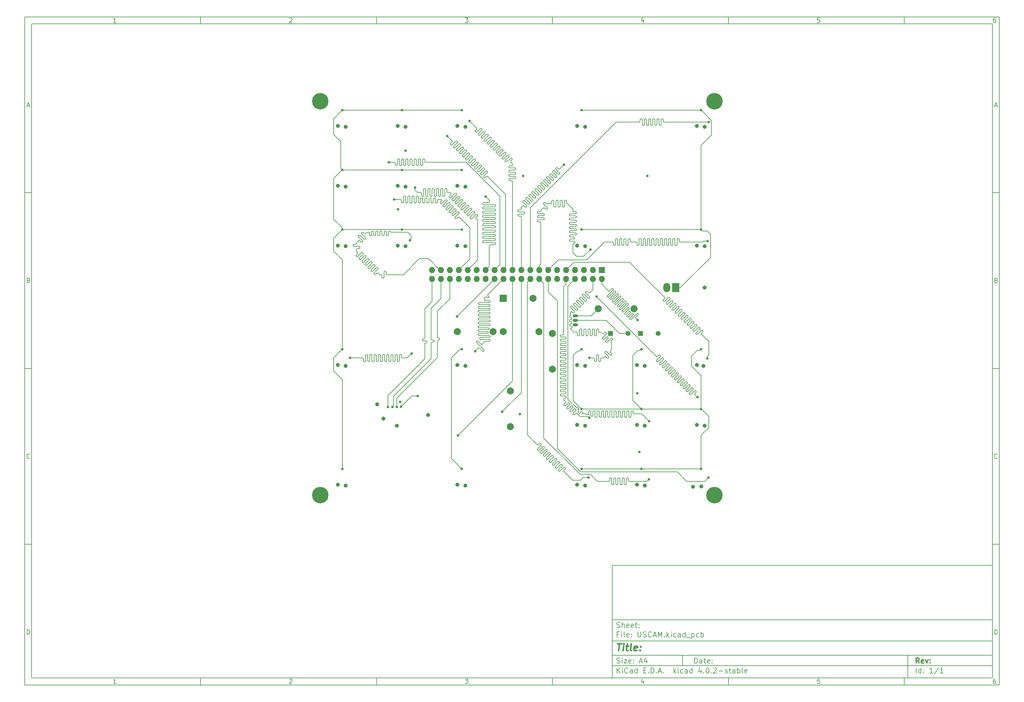
<source format=gbl>
G04 #@! TF.FileFunction,Copper,L4,Bot,Signal*
%FSLAX46Y46*%
G04 Gerber Fmt 4.6, Leading zero omitted, Abs format (unit mm)*
G04 Created by KiCad (PCBNEW 4.0.2-stable) date 7/30/2016 9:27:16 AM*
%MOMM*%
G01*
G04 APERTURE LIST*
%ADD10C,0.020000*%
%ADD11C,0.150000*%
%ADD12C,0.300000*%
%ADD13C,0.400000*%
%ADD14R,1.400000X1.400000*%
%ADD15C,1.400000*%
%ADD16R,2.000000X2.600000*%
%ADD17O,2.000000X2.600000*%
%ADD18R,1.727200X1.727200*%
%ADD19O,1.727200X1.727200*%
%ADD20O,1.501140X0.899160*%
%ADD21C,1.998980*%
%ADD22C,2.000000*%
%ADD23R,2.000000X2.000000*%
%ADD24C,4.700000*%
%ADD25C,1.143000*%
%ADD26C,0.711200*%
%ADD27C,0.203200*%
G04 APERTURE END LIST*
D10*
D11*
X177002200Y-166007200D02*
X177002200Y-198007200D01*
X285002200Y-198007200D01*
X285002200Y-166007200D01*
X177002200Y-166007200D01*
D10*
D11*
X10000000Y-10000000D02*
X10000000Y-200007200D01*
X287002200Y-200007200D01*
X287002200Y-10000000D01*
X10000000Y-10000000D01*
D10*
D11*
X12000000Y-12000000D02*
X12000000Y-198007200D01*
X285002200Y-198007200D01*
X285002200Y-12000000D01*
X12000000Y-12000000D01*
D10*
D11*
X60000000Y-12000000D02*
X60000000Y-10000000D01*
D10*
D11*
X110000000Y-12000000D02*
X110000000Y-10000000D01*
D10*
D11*
X160000000Y-12000000D02*
X160000000Y-10000000D01*
D10*
D11*
X210000000Y-12000000D02*
X210000000Y-10000000D01*
D10*
D11*
X260000000Y-12000000D02*
X260000000Y-10000000D01*
D10*
D11*
X35990476Y-11588095D02*
X35247619Y-11588095D01*
X35619048Y-11588095D02*
X35619048Y-10288095D01*
X35495238Y-10473810D01*
X35371429Y-10597619D01*
X35247619Y-10659524D01*
D10*
D11*
X85247619Y-10411905D02*
X85309524Y-10350000D01*
X85433333Y-10288095D01*
X85742857Y-10288095D01*
X85866667Y-10350000D01*
X85928571Y-10411905D01*
X85990476Y-10535714D01*
X85990476Y-10659524D01*
X85928571Y-10845238D01*
X85185714Y-11588095D01*
X85990476Y-11588095D01*
D10*
D11*
X135185714Y-10288095D02*
X135990476Y-10288095D01*
X135557143Y-10783333D01*
X135742857Y-10783333D01*
X135866667Y-10845238D01*
X135928571Y-10907143D01*
X135990476Y-11030952D01*
X135990476Y-11340476D01*
X135928571Y-11464286D01*
X135866667Y-11526190D01*
X135742857Y-11588095D01*
X135371429Y-11588095D01*
X135247619Y-11526190D01*
X135185714Y-11464286D01*
D10*
D11*
X185866667Y-10721429D02*
X185866667Y-11588095D01*
X185557143Y-10226190D02*
X185247619Y-11154762D01*
X186052381Y-11154762D01*
D10*
D11*
X235928571Y-10288095D02*
X235309524Y-10288095D01*
X235247619Y-10907143D01*
X235309524Y-10845238D01*
X235433333Y-10783333D01*
X235742857Y-10783333D01*
X235866667Y-10845238D01*
X235928571Y-10907143D01*
X235990476Y-11030952D01*
X235990476Y-11340476D01*
X235928571Y-11464286D01*
X235866667Y-11526190D01*
X235742857Y-11588095D01*
X235433333Y-11588095D01*
X235309524Y-11526190D01*
X235247619Y-11464286D01*
D10*
D11*
X285866667Y-10288095D02*
X285619048Y-10288095D01*
X285495238Y-10350000D01*
X285433333Y-10411905D01*
X285309524Y-10597619D01*
X285247619Y-10845238D01*
X285247619Y-11340476D01*
X285309524Y-11464286D01*
X285371429Y-11526190D01*
X285495238Y-11588095D01*
X285742857Y-11588095D01*
X285866667Y-11526190D01*
X285928571Y-11464286D01*
X285990476Y-11340476D01*
X285990476Y-11030952D01*
X285928571Y-10907143D01*
X285866667Y-10845238D01*
X285742857Y-10783333D01*
X285495238Y-10783333D01*
X285371429Y-10845238D01*
X285309524Y-10907143D01*
X285247619Y-11030952D01*
D10*
D11*
X60000000Y-198007200D02*
X60000000Y-200007200D01*
D10*
D11*
X110000000Y-198007200D02*
X110000000Y-200007200D01*
D10*
D11*
X160000000Y-198007200D02*
X160000000Y-200007200D01*
D10*
D11*
X210000000Y-198007200D02*
X210000000Y-200007200D01*
D10*
D11*
X260000000Y-198007200D02*
X260000000Y-200007200D01*
D10*
D11*
X35990476Y-199595295D02*
X35247619Y-199595295D01*
X35619048Y-199595295D02*
X35619048Y-198295295D01*
X35495238Y-198481010D01*
X35371429Y-198604819D01*
X35247619Y-198666724D01*
D10*
D11*
X85247619Y-198419105D02*
X85309524Y-198357200D01*
X85433333Y-198295295D01*
X85742857Y-198295295D01*
X85866667Y-198357200D01*
X85928571Y-198419105D01*
X85990476Y-198542914D01*
X85990476Y-198666724D01*
X85928571Y-198852438D01*
X85185714Y-199595295D01*
X85990476Y-199595295D01*
D10*
D11*
X135185714Y-198295295D02*
X135990476Y-198295295D01*
X135557143Y-198790533D01*
X135742857Y-198790533D01*
X135866667Y-198852438D01*
X135928571Y-198914343D01*
X135990476Y-199038152D01*
X135990476Y-199347676D01*
X135928571Y-199471486D01*
X135866667Y-199533390D01*
X135742857Y-199595295D01*
X135371429Y-199595295D01*
X135247619Y-199533390D01*
X135185714Y-199471486D01*
D10*
D11*
X185866667Y-198728629D02*
X185866667Y-199595295D01*
X185557143Y-198233390D02*
X185247619Y-199161962D01*
X186052381Y-199161962D01*
D10*
D11*
X235928571Y-198295295D02*
X235309524Y-198295295D01*
X235247619Y-198914343D01*
X235309524Y-198852438D01*
X235433333Y-198790533D01*
X235742857Y-198790533D01*
X235866667Y-198852438D01*
X235928571Y-198914343D01*
X235990476Y-199038152D01*
X235990476Y-199347676D01*
X235928571Y-199471486D01*
X235866667Y-199533390D01*
X235742857Y-199595295D01*
X235433333Y-199595295D01*
X235309524Y-199533390D01*
X235247619Y-199471486D01*
D10*
D11*
X285866667Y-198295295D02*
X285619048Y-198295295D01*
X285495238Y-198357200D01*
X285433333Y-198419105D01*
X285309524Y-198604819D01*
X285247619Y-198852438D01*
X285247619Y-199347676D01*
X285309524Y-199471486D01*
X285371429Y-199533390D01*
X285495238Y-199595295D01*
X285742857Y-199595295D01*
X285866667Y-199533390D01*
X285928571Y-199471486D01*
X285990476Y-199347676D01*
X285990476Y-199038152D01*
X285928571Y-198914343D01*
X285866667Y-198852438D01*
X285742857Y-198790533D01*
X285495238Y-198790533D01*
X285371429Y-198852438D01*
X285309524Y-198914343D01*
X285247619Y-199038152D01*
D10*
D11*
X10000000Y-60000000D02*
X12000000Y-60000000D01*
D10*
D11*
X10000000Y-110000000D02*
X12000000Y-110000000D01*
D10*
D11*
X10000000Y-160000000D02*
X12000000Y-160000000D01*
D10*
D11*
X10690476Y-35216667D02*
X11309524Y-35216667D01*
X10566667Y-35588095D02*
X11000000Y-34288095D01*
X11433333Y-35588095D01*
D10*
D11*
X11092857Y-84907143D02*
X11278571Y-84969048D01*
X11340476Y-85030952D01*
X11402381Y-85154762D01*
X11402381Y-85340476D01*
X11340476Y-85464286D01*
X11278571Y-85526190D01*
X11154762Y-85588095D01*
X10659524Y-85588095D01*
X10659524Y-84288095D01*
X11092857Y-84288095D01*
X11216667Y-84350000D01*
X11278571Y-84411905D01*
X11340476Y-84535714D01*
X11340476Y-84659524D01*
X11278571Y-84783333D01*
X11216667Y-84845238D01*
X11092857Y-84907143D01*
X10659524Y-84907143D01*
D10*
D11*
X11402381Y-135464286D02*
X11340476Y-135526190D01*
X11154762Y-135588095D01*
X11030952Y-135588095D01*
X10845238Y-135526190D01*
X10721429Y-135402381D01*
X10659524Y-135278571D01*
X10597619Y-135030952D01*
X10597619Y-134845238D01*
X10659524Y-134597619D01*
X10721429Y-134473810D01*
X10845238Y-134350000D01*
X11030952Y-134288095D01*
X11154762Y-134288095D01*
X11340476Y-134350000D01*
X11402381Y-134411905D01*
D10*
D11*
X10659524Y-185588095D02*
X10659524Y-184288095D01*
X10969048Y-184288095D01*
X11154762Y-184350000D01*
X11278571Y-184473810D01*
X11340476Y-184597619D01*
X11402381Y-184845238D01*
X11402381Y-185030952D01*
X11340476Y-185278571D01*
X11278571Y-185402381D01*
X11154762Y-185526190D01*
X10969048Y-185588095D01*
X10659524Y-185588095D01*
D10*
D11*
X287002200Y-60000000D02*
X285002200Y-60000000D01*
D10*
D11*
X287002200Y-110000000D02*
X285002200Y-110000000D01*
D10*
D11*
X287002200Y-160000000D02*
X285002200Y-160000000D01*
D10*
D11*
X285692676Y-35216667D02*
X286311724Y-35216667D01*
X285568867Y-35588095D02*
X286002200Y-34288095D01*
X286435533Y-35588095D01*
D10*
D11*
X286095057Y-84907143D02*
X286280771Y-84969048D01*
X286342676Y-85030952D01*
X286404581Y-85154762D01*
X286404581Y-85340476D01*
X286342676Y-85464286D01*
X286280771Y-85526190D01*
X286156962Y-85588095D01*
X285661724Y-85588095D01*
X285661724Y-84288095D01*
X286095057Y-84288095D01*
X286218867Y-84350000D01*
X286280771Y-84411905D01*
X286342676Y-84535714D01*
X286342676Y-84659524D01*
X286280771Y-84783333D01*
X286218867Y-84845238D01*
X286095057Y-84907143D01*
X285661724Y-84907143D01*
D10*
D11*
X286404581Y-135464286D02*
X286342676Y-135526190D01*
X286156962Y-135588095D01*
X286033152Y-135588095D01*
X285847438Y-135526190D01*
X285723629Y-135402381D01*
X285661724Y-135278571D01*
X285599819Y-135030952D01*
X285599819Y-134845238D01*
X285661724Y-134597619D01*
X285723629Y-134473810D01*
X285847438Y-134350000D01*
X286033152Y-134288095D01*
X286156962Y-134288095D01*
X286342676Y-134350000D01*
X286404581Y-134411905D01*
D10*
D11*
X285661724Y-185588095D02*
X285661724Y-184288095D01*
X285971248Y-184288095D01*
X286156962Y-184350000D01*
X286280771Y-184473810D01*
X286342676Y-184597619D01*
X286404581Y-184845238D01*
X286404581Y-185030952D01*
X286342676Y-185278571D01*
X286280771Y-185402381D01*
X286156962Y-185526190D01*
X285971248Y-185588095D01*
X285661724Y-185588095D01*
D10*
D11*
X200359343Y-193785771D02*
X200359343Y-192285771D01*
X200716486Y-192285771D01*
X200930771Y-192357200D01*
X201073629Y-192500057D01*
X201145057Y-192642914D01*
X201216486Y-192928629D01*
X201216486Y-193142914D01*
X201145057Y-193428629D01*
X201073629Y-193571486D01*
X200930771Y-193714343D01*
X200716486Y-193785771D01*
X200359343Y-193785771D01*
X202502200Y-193785771D02*
X202502200Y-193000057D01*
X202430771Y-192857200D01*
X202287914Y-192785771D01*
X202002200Y-192785771D01*
X201859343Y-192857200D01*
X202502200Y-193714343D02*
X202359343Y-193785771D01*
X202002200Y-193785771D01*
X201859343Y-193714343D01*
X201787914Y-193571486D01*
X201787914Y-193428629D01*
X201859343Y-193285771D01*
X202002200Y-193214343D01*
X202359343Y-193214343D01*
X202502200Y-193142914D01*
X203002200Y-192785771D02*
X203573629Y-192785771D01*
X203216486Y-192285771D02*
X203216486Y-193571486D01*
X203287914Y-193714343D01*
X203430772Y-193785771D01*
X203573629Y-193785771D01*
X204645057Y-193714343D02*
X204502200Y-193785771D01*
X204216486Y-193785771D01*
X204073629Y-193714343D01*
X204002200Y-193571486D01*
X204002200Y-193000057D01*
X204073629Y-192857200D01*
X204216486Y-192785771D01*
X204502200Y-192785771D01*
X204645057Y-192857200D01*
X204716486Y-193000057D01*
X204716486Y-193142914D01*
X204002200Y-193285771D01*
X205359343Y-193642914D02*
X205430771Y-193714343D01*
X205359343Y-193785771D01*
X205287914Y-193714343D01*
X205359343Y-193642914D01*
X205359343Y-193785771D01*
X205359343Y-192857200D02*
X205430771Y-192928629D01*
X205359343Y-193000057D01*
X205287914Y-192928629D01*
X205359343Y-192857200D01*
X205359343Y-193000057D01*
D10*
D11*
X177002200Y-194507200D02*
X285002200Y-194507200D01*
D10*
D11*
X178359343Y-196585771D02*
X178359343Y-195085771D01*
X179216486Y-196585771D02*
X178573629Y-195728629D01*
X179216486Y-195085771D02*
X178359343Y-195942914D01*
X179859343Y-196585771D02*
X179859343Y-195585771D01*
X179859343Y-195085771D02*
X179787914Y-195157200D01*
X179859343Y-195228629D01*
X179930771Y-195157200D01*
X179859343Y-195085771D01*
X179859343Y-195228629D01*
X181430772Y-196442914D02*
X181359343Y-196514343D01*
X181145057Y-196585771D01*
X181002200Y-196585771D01*
X180787915Y-196514343D01*
X180645057Y-196371486D01*
X180573629Y-196228629D01*
X180502200Y-195942914D01*
X180502200Y-195728629D01*
X180573629Y-195442914D01*
X180645057Y-195300057D01*
X180787915Y-195157200D01*
X181002200Y-195085771D01*
X181145057Y-195085771D01*
X181359343Y-195157200D01*
X181430772Y-195228629D01*
X182716486Y-196585771D02*
X182716486Y-195800057D01*
X182645057Y-195657200D01*
X182502200Y-195585771D01*
X182216486Y-195585771D01*
X182073629Y-195657200D01*
X182716486Y-196514343D02*
X182573629Y-196585771D01*
X182216486Y-196585771D01*
X182073629Y-196514343D01*
X182002200Y-196371486D01*
X182002200Y-196228629D01*
X182073629Y-196085771D01*
X182216486Y-196014343D01*
X182573629Y-196014343D01*
X182716486Y-195942914D01*
X184073629Y-196585771D02*
X184073629Y-195085771D01*
X184073629Y-196514343D02*
X183930772Y-196585771D01*
X183645058Y-196585771D01*
X183502200Y-196514343D01*
X183430772Y-196442914D01*
X183359343Y-196300057D01*
X183359343Y-195871486D01*
X183430772Y-195728629D01*
X183502200Y-195657200D01*
X183645058Y-195585771D01*
X183930772Y-195585771D01*
X184073629Y-195657200D01*
X185930772Y-195800057D02*
X186430772Y-195800057D01*
X186645058Y-196585771D02*
X185930772Y-196585771D01*
X185930772Y-195085771D01*
X186645058Y-195085771D01*
X187287915Y-196442914D02*
X187359343Y-196514343D01*
X187287915Y-196585771D01*
X187216486Y-196514343D01*
X187287915Y-196442914D01*
X187287915Y-196585771D01*
X188002201Y-196585771D02*
X188002201Y-195085771D01*
X188359344Y-195085771D01*
X188573629Y-195157200D01*
X188716487Y-195300057D01*
X188787915Y-195442914D01*
X188859344Y-195728629D01*
X188859344Y-195942914D01*
X188787915Y-196228629D01*
X188716487Y-196371486D01*
X188573629Y-196514343D01*
X188359344Y-196585771D01*
X188002201Y-196585771D01*
X189502201Y-196442914D02*
X189573629Y-196514343D01*
X189502201Y-196585771D01*
X189430772Y-196514343D01*
X189502201Y-196442914D01*
X189502201Y-196585771D01*
X190145058Y-196157200D02*
X190859344Y-196157200D01*
X190002201Y-196585771D02*
X190502201Y-195085771D01*
X191002201Y-196585771D01*
X191502201Y-196442914D02*
X191573629Y-196514343D01*
X191502201Y-196585771D01*
X191430772Y-196514343D01*
X191502201Y-196442914D01*
X191502201Y-196585771D01*
X194502201Y-196585771D02*
X194502201Y-195085771D01*
X194645058Y-196014343D02*
X195073629Y-196585771D01*
X195073629Y-195585771D02*
X194502201Y-196157200D01*
X195716487Y-196585771D02*
X195716487Y-195585771D01*
X195716487Y-195085771D02*
X195645058Y-195157200D01*
X195716487Y-195228629D01*
X195787915Y-195157200D01*
X195716487Y-195085771D01*
X195716487Y-195228629D01*
X197073630Y-196514343D02*
X196930773Y-196585771D01*
X196645059Y-196585771D01*
X196502201Y-196514343D01*
X196430773Y-196442914D01*
X196359344Y-196300057D01*
X196359344Y-195871486D01*
X196430773Y-195728629D01*
X196502201Y-195657200D01*
X196645059Y-195585771D01*
X196930773Y-195585771D01*
X197073630Y-195657200D01*
X198359344Y-196585771D02*
X198359344Y-195800057D01*
X198287915Y-195657200D01*
X198145058Y-195585771D01*
X197859344Y-195585771D01*
X197716487Y-195657200D01*
X198359344Y-196514343D02*
X198216487Y-196585771D01*
X197859344Y-196585771D01*
X197716487Y-196514343D01*
X197645058Y-196371486D01*
X197645058Y-196228629D01*
X197716487Y-196085771D01*
X197859344Y-196014343D01*
X198216487Y-196014343D01*
X198359344Y-195942914D01*
X199716487Y-196585771D02*
X199716487Y-195085771D01*
X199716487Y-196514343D02*
X199573630Y-196585771D01*
X199287916Y-196585771D01*
X199145058Y-196514343D01*
X199073630Y-196442914D01*
X199002201Y-196300057D01*
X199002201Y-195871486D01*
X199073630Y-195728629D01*
X199145058Y-195657200D01*
X199287916Y-195585771D01*
X199573630Y-195585771D01*
X199716487Y-195657200D01*
X202216487Y-195585771D02*
X202216487Y-196585771D01*
X201859344Y-195014343D02*
X201502201Y-196085771D01*
X202430773Y-196085771D01*
X203002201Y-196442914D02*
X203073629Y-196514343D01*
X203002201Y-196585771D01*
X202930772Y-196514343D01*
X203002201Y-196442914D01*
X203002201Y-196585771D01*
X204002201Y-195085771D02*
X204145058Y-195085771D01*
X204287915Y-195157200D01*
X204359344Y-195228629D01*
X204430773Y-195371486D01*
X204502201Y-195657200D01*
X204502201Y-196014343D01*
X204430773Y-196300057D01*
X204359344Y-196442914D01*
X204287915Y-196514343D01*
X204145058Y-196585771D01*
X204002201Y-196585771D01*
X203859344Y-196514343D01*
X203787915Y-196442914D01*
X203716487Y-196300057D01*
X203645058Y-196014343D01*
X203645058Y-195657200D01*
X203716487Y-195371486D01*
X203787915Y-195228629D01*
X203859344Y-195157200D01*
X204002201Y-195085771D01*
X205145058Y-196442914D02*
X205216486Y-196514343D01*
X205145058Y-196585771D01*
X205073629Y-196514343D01*
X205145058Y-196442914D01*
X205145058Y-196585771D01*
X205787915Y-195228629D02*
X205859344Y-195157200D01*
X206002201Y-195085771D01*
X206359344Y-195085771D01*
X206502201Y-195157200D01*
X206573630Y-195228629D01*
X206645058Y-195371486D01*
X206645058Y-195514343D01*
X206573630Y-195728629D01*
X205716487Y-196585771D01*
X206645058Y-196585771D01*
X207287915Y-196014343D02*
X208430772Y-196014343D01*
X209073629Y-196514343D02*
X209216486Y-196585771D01*
X209502201Y-196585771D01*
X209645058Y-196514343D01*
X209716486Y-196371486D01*
X209716486Y-196300057D01*
X209645058Y-196157200D01*
X209502201Y-196085771D01*
X209287915Y-196085771D01*
X209145058Y-196014343D01*
X209073629Y-195871486D01*
X209073629Y-195800057D01*
X209145058Y-195657200D01*
X209287915Y-195585771D01*
X209502201Y-195585771D01*
X209645058Y-195657200D01*
X210145058Y-195585771D02*
X210716487Y-195585771D01*
X210359344Y-195085771D02*
X210359344Y-196371486D01*
X210430772Y-196514343D01*
X210573630Y-196585771D01*
X210716487Y-196585771D01*
X211859344Y-196585771D02*
X211859344Y-195800057D01*
X211787915Y-195657200D01*
X211645058Y-195585771D01*
X211359344Y-195585771D01*
X211216487Y-195657200D01*
X211859344Y-196514343D02*
X211716487Y-196585771D01*
X211359344Y-196585771D01*
X211216487Y-196514343D01*
X211145058Y-196371486D01*
X211145058Y-196228629D01*
X211216487Y-196085771D01*
X211359344Y-196014343D01*
X211716487Y-196014343D01*
X211859344Y-195942914D01*
X212573630Y-196585771D02*
X212573630Y-195085771D01*
X212573630Y-195657200D02*
X212716487Y-195585771D01*
X213002201Y-195585771D01*
X213145058Y-195657200D01*
X213216487Y-195728629D01*
X213287916Y-195871486D01*
X213287916Y-196300057D01*
X213216487Y-196442914D01*
X213145058Y-196514343D01*
X213002201Y-196585771D01*
X212716487Y-196585771D01*
X212573630Y-196514343D01*
X214145059Y-196585771D02*
X214002201Y-196514343D01*
X213930773Y-196371486D01*
X213930773Y-195085771D01*
X215287915Y-196514343D02*
X215145058Y-196585771D01*
X214859344Y-196585771D01*
X214716487Y-196514343D01*
X214645058Y-196371486D01*
X214645058Y-195800057D01*
X214716487Y-195657200D01*
X214859344Y-195585771D01*
X215145058Y-195585771D01*
X215287915Y-195657200D01*
X215359344Y-195800057D01*
X215359344Y-195942914D01*
X214645058Y-196085771D01*
D10*
D11*
X177002200Y-191507200D02*
X285002200Y-191507200D01*
D10*
D12*
X264216486Y-193785771D02*
X263716486Y-193071486D01*
X263359343Y-193785771D02*
X263359343Y-192285771D01*
X263930771Y-192285771D01*
X264073629Y-192357200D01*
X264145057Y-192428629D01*
X264216486Y-192571486D01*
X264216486Y-192785771D01*
X264145057Y-192928629D01*
X264073629Y-193000057D01*
X263930771Y-193071486D01*
X263359343Y-193071486D01*
X265430771Y-193714343D02*
X265287914Y-193785771D01*
X265002200Y-193785771D01*
X264859343Y-193714343D01*
X264787914Y-193571486D01*
X264787914Y-193000057D01*
X264859343Y-192857200D01*
X265002200Y-192785771D01*
X265287914Y-192785771D01*
X265430771Y-192857200D01*
X265502200Y-193000057D01*
X265502200Y-193142914D01*
X264787914Y-193285771D01*
X266002200Y-192785771D02*
X266359343Y-193785771D01*
X266716485Y-192785771D01*
X267287914Y-193642914D02*
X267359342Y-193714343D01*
X267287914Y-193785771D01*
X267216485Y-193714343D01*
X267287914Y-193642914D01*
X267287914Y-193785771D01*
X267287914Y-192857200D02*
X267359342Y-192928629D01*
X267287914Y-193000057D01*
X267216485Y-192928629D01*
X267287914Y-192857200D01*
X267287914Y-193000057D01*
D10*
D11*
X178287914Y-193714343D02*
X178502200Y-193785771D01*
X178859343Y-193785771D01*
X179002200Y-193714343D01*
X179073629Y-193642914D01*
X179145057Y-193500057D01*
X179145057Y-193357200D01*
X179073629Y-193214343D01*
X179002200Y-193142914D01*
X178859343Y-193071486D01*
X178573629Y-193000057D01*
X178430771Y-192928629D01*
X178359343Y-192857200D01*
X178287914Y-192714343D01*
X178287914Y-192571486D01*
X178359343Y-192428629D01*
X178430771Y-192357200D01*
X178573629Y-192285771D01*
X178930771Y-192285771D01*
X179145057Y-192357200D01*
X179787914Y-193785771D02*
X179787914Y-192785771D01*
X179787914Y-192285771D02*
X179716485Y-192357200D01*
X179787914Y-192428629D01*
X179859342Y-192357200D01*
X179787914Y-192285771D01*
X179787914Y-192428629D01*
X180359343Y-192785771D02*
X181145057Y-192785771D01*
X180359343Y-193785771D01*
X181145057Y-193785771D01*
X182287914Y-193714343D02*
X182145057Y-193785771D01*
X181859343Y-193785771D01*
X181716486Y-193714343D01*
X181645057Y-193571486D01*
X181645057Y-193000057D01*
X181716486Y-192857200D01*
X181859343Y-192785771D01*
X182145057Y-192785771D01*
X182287914Y-192857200D01*
X182359343Y-193000057D01*
X182359343Y-193142914D01*
X181645057Y-193285771D01*
X183002200Y-193642914D02*
X183073628Y-193714343D01*
X183002200Y-193785771D01*
X182930771Y-193714343D01*
X183002200Y-193642914D01*
X183002200Y-193785771D01*
X183002200Y-192857200D02*
X183073628Y-192928629D01*
X183002200Y-193000057D01*
X182930771Y-192928629D01*
X183002200Y-192857200D01*
X183002200Y-193000057D01*
X184787914Y-193357200D02*
X185502200Y-193357200D01*
X184645057Y-193785771D02*
X185145057Y-192285771D01*
X185645057Y-193785771D01*
X186787914Y-192785771D02*
X186787914Y-193785771D01*
X186430771Y-192214343D02*
X186073628Y-193285771D01*
X187002200Y-193285771D01*
D10*
D11*
X263359343Y-196585771D02*
X263359343Y-195085771D01*
X264716486Y-196585771D02*
X264716486Y-195085771D01*
X264716486Y-196514343D02*
X264573629Y-196585771D01*
X264287915Y-196585771D01*
X264145057Y-196514343D01*
X264073629Y-196442914D01*
X264002200Y-196300057D01*
X264002200Y-195871486D01*
X264073629Y-195728629D01*
X264145057Y-195657200D01*
X264287915Y-195585771D01*
X264573629Y-195585771D01*
X264716486Y-195657200D01*
X265430772Y-196442914D02*
X265502200Y-196514343D01*
X265430772Y-196585771D01*
X265359343Y-196514343D01*
X265430772Y-196442914D01*
X265430772Y-196585771D01*
X265430772Y-195657200D02*
X265502200Y-195728629D01*
X265430772Y-195800057D01*
X265359343Y-195728629D01*
X265430772Y-195657200D01*
X265430772Y-195800057D01*
X268073629Y-196585771D02*
X267216486Y-196585771D01*
X267645058Y-196585771D02*
X267645058Y-195085771D01*
X267502201Y-195300057D01*
X267359343Y-195442914D01*
X267216486Y-195514343D01*
X269787914Y-195014343D02*
X268502200Y-196942914D01*
X271073629Y-196585771D02*
X270216486Y-196585771D01*
X270645058Y-196585771D02*
X270645058Y-195085771D01*
X270502201Y-195300057D01*
X270359343Y-195442914D01*
X270216486Y-195514343D01*
D10*
D11*
X177002200Y-187507200D02*
X285002200Y-187507200D01*
D10*
D13*
X178454581Y-188211962D02*
X179597438Y-188211962D01*
X178776010Y-190211962D02*
X179026010Y-188211962D01*
X180014105Y-190211962D02*
X180180771Y-188878629D01*
X180264105Y-188211962D02*
X180156962Y-188307200D01*
X180240295Y-188402438D01*
X180347439Y-188307200D01*
X180264105Y-188211962D01*
X180240295Y-188402438D01*
X180847438Y-188878629D02*
X181609343Y-188878629D01*
X181216486Y-188211962D02*
X181002200Y-189926248D01*
X181073630Y-190116724D01*
X181252201Y-190211962D01*
X181442677Y-190211962D01*
X182395058Y-190211962D02*
X182216487Y-190116724D01*
X182145057Y-189926248D01*
X182359343Y-188211962D01*
X183930772Y-190116724D02*
X183728391Y-190211962D01*
X183347439Y-190211962D01*
X183168867Y-190116724D01*
X183097438Y-189926248D01*
X183192676Y-189164343D01*
X183311724Y-188973867D01*
X183514105Y-188878629D01*
X183895057Y-188878629D01*
X184073629Y-188973867D01*
X184145057Y-189164343D01*
X184121248Y-189354819D01*
X183145057Y-189545295D01*
X184895057Y-190021486D02*
X184978392Y-190116724D01*
X184871248Y-190211962D01*
X184787915Y-190116724D01*
X184895057Y-190021486D01*
X184871248Y-190211962D01*
X185026010Y-188973867D02*
X185109344Y-189069105D01*
X185002200Y-189164343D01*
X184918867Y-189069105D01*
X185026010Y-188973867D01*
X185002200Y-189164343D01*
D10*
D11*
X178859343Y-185600057D02*
X178359343Y-185600057D01*
X178359343Y-186385771D02*
X178359343Y-184885771D01*
X179073629Y-184885771D01*
X179645057Y-186385771D02*
X179645057Y-185385771D01*
X179645057Y-184885771D02*
X179573628Y-184957200D01*
X179645057Y-185028629D01*
X179716485Y-184957200D01*
X179645057Y-184885771D01*
X179645057Y-185028629D01*
X180573629Y-186385771D02*
X180430771Y-186314343D01*
X180359343Y-186171486D01*
X180359343Y-184885771D01*
X181716485Y-186314343D02*
X181573628Y-186385771D01*
X181287914Y-186385771D01*
X181145057Y-186314343D01*
X181073628Y-186171486D01*
X181073628Y-185600057D01*
X181145057Y-185457200D01*
X181287914Y-185385771D01*
X181573628Y-185385771D01*
X181716485Y-185457200D01*
X181787914Y-185600057D01*
X181787914Y-185742914D01*
X181073628Y-185885771D01*
X182430771Y-186242914D02*
X182502199Y-186314343D01*
X182430771Y-186385771D01*
X182359342Y-186314343D01*
X182430771Y-186242914D01*
X182430771Y-186385771D01*
X182430771Y-185457200D02*
X182502199Y-185528629D01*
X182430771Y-185600057D01*
X182359342Y-185528629D01*
X182430771Y-185457200D01*
X182430771Y-185600057D01*
X184287914Y-184885771D02*
X184287914Y-186100057D01*
X184359342Y-186242914D01*
X184430771Y-186314343D01*
X184573628Y-186385771D01*
X184859342Y-186385771D01*
X185002200Y-186314343D01*
X185073628Y-186242914D01*
X185145057Y-186100057D01*
X185145057Y-184885771D01*
X185787914Y-186314343D02*
X186002200Y-186385771D01*
X186359343Y-186385771D01*
X186502200Y-186314343D01*
X186573629Y-186242914D01*
X186645057Y-186100057D01*
X186645057Y-185957200D01*
X186573629Y-185814343D01*
X186502200Y-185742914D01*
X186359343Y-185671486D01*
X186073629Y-185600057D01*
X185930771Y-185528629D01*
X185859343Y-185457200D01*
X185787914Y-185314343D01*
X185787914Y-185171486D01*
X185859343Y-185028629D01*
X185930771Y-184957200D01*
X186073629Y-184885771D01*
X186430771Y-184885771D01*
X186645057Y-184957200D01*
X188145057Y-186242914D02*
X188073628Y-186314343D01*
X187859342Y-186385771D01*
X187716485Y-186385771D01*
X187502200Y-186314343D01*
X187359342Y-186171486D01*
X187287914Y-186028629D01*
X187216485Y-185742914D01*
X187216485Y-185528629D01*
X187287914Y-185242914D01*
X187359342Y-185100057D01*
X187502200Y-184957200D01*
X187716485Y-184885771D01*
X187859342Y-184885771D01*
X188073628Y-184957200D01*
X188145057Y-185028629D01*
X188716485Y-185957200D02*
X189430771Y-185957200D01*
X188573628Y-186385771D02*
X189073628Y-184885771D01*
X189573628Y-186385771D01*
X190073628Y-186385771D02*
X190073628Y-184885771D01*
X190573628Y-185957200D01*
X191073628Y-184885771D01*
X191073628Y-186385771D01*
X191787914Y-186242914D02*
X191859342Y-186314343D01*
X191787914Y-186385771D01*
X191716485Y-186314343D01*
X191787914Y-186242914D01*
X191787914Y-186385771D01*
X192502200Y-186385771D02*
X192502200Y-184885771D01*
X192645057Y-185814343D02*
X193073628Y-186385771D01*
X193073628Y-185385771D02*
X192502200Y-185957200D01*
X193716486Y-186385771D02*
X193716486Y-185385771D01*
X193716486Y-184885771D02*
X193645057Y-184957200D01*
X193716486Y-185028629D01*
X193787914Y-184957200D01*
X193716486Y-184885771D01*
X193716486Y-185028629D01*
X195073629Y-186314343D02*
X194930772Y-186385771D01*
X194645058Y-186385771D01*
X194502200Y-186314343D01*
X194430772Y-186242914D01*
X194359343Y-186100057D01*
X194359343Y-185671486D01*
X194430772Y-185528629D01*
X194502200Y-185457200D01*
X194645058Y-185385771D01*
X194930772Y-185385771D01*
X195073629Y-185457200D01*
X196359343Y-186385771D02*
X196359343Y-185600057D01*
X196287914Y-185457200D01*
X196145057Y-185385771D01*
X195859343Y-185385771D01*
X195716486Y-185457200D01*
X196359343Y-186314343D02*
X196216486Y-186385771D01*
X195859343Y-186385771D01*
X195716486Y-186314343D01*
X195645057Y-186171486D01*
X195645057Y-186028629D01*
X195716486Y-185885771D01*
X195859343Y-185814343D01*
X196216486Y-185814343D01*
X196359343Y-185742914D01*
X197716486Y-186385771D02*
X197716486Y-184885771D01*
X197716486Y-186314343D02*
X197573629Y-186385771D01*
X197287915Y-186385771D01*
X197145057Y-186314343D01*
X197073629Y-186242914D01*
X197002200Y-186100057D01*
X197002200Y-185671486D01*
X197073629Y-185528629D01*
X197145057Y-185457200D01*
X197287915Y-185385771D01*
X197573629Y-185385771D01*
X197716486Y-185457200D01*
X198073629Y-186528629D02*
X199216486Y-186528629D01*
X199573629Y-185385771D02*
X199573629Y-186885771D01*
X199573629Y-185457200D02*
X199716486Y-185385771D01*
X200002200Y-185385771D01*
X200145057Y-185457200D01*
X200216486Y-185528629D01*
X200287915Y-185671486D01*
X200287915Y-186100057D01*
X200216486Y-186242914D01*
X200145057Y-186314343D01*
X200002200Y-186385771D01*
X199716486Y-186385771D01*
X199573629Y-186314343D01*
X201573629Y-186314343D02*
X201430772Y-186385771D01*
X201145058Y-186385771D01*
X201002200Y-186314343D01*
X200930772Y-186242914D01*
X200859343Y-186100057D01*
X200859343Y-185671486D01*
X200930772Y-185528629D01*
X201002200Y-185457200D01*
X201145058Y-185385771D01*
X201430772Y-185385771D01*
X201573629Y-185457200D01*
X202216486Y-186385771D02*
X202216486Y-184885771D01*
X202216486Y-185457200D02*
X202359343Y-185385771D01*
X202645057Y-185385771D01*
X202787914Y-185457200D01*
X202859343Y-185528629D01*
X202930772Y-185671486D01*
X202930772Y-186100057D01*
X202859343Y-186242914D01*
X202787914Y-186314343D01*
X202645057Y-186385771D01*
X202359343Y-186385771D01*
X202216486Y-186314343D01*
D10*
D11*
X177002200Y-181507200D02*
X285002200Y-181507200D01*
D10*
D11*
X178287914Y-183614343D02*
X178502200Y-183685771D01*
X178859343Y-183685771D01*
X179002200Y-183614343D01*
X179073629Y-183542914D01*
X179145057Y-183400057D01*
X179145057Y-183257200D01*
X179073629Y-183114343D01*
X179002200Y-183042914D01*
X178859343Y-182971486D01*
X178573629Y-182900057D01*
X178430771Y-182828629D01*
X178359343Y-182757200D01*
X178287914Y-182614343D01*
X178287914Y-182471486D01*
X178359343Y-182328629D01*
X178430771Y-182257200D01*
X178573629Y-182185771D01*
X178930771Y-182185771D01*
X179145057Y-182257200D01*
X179787914Y-183685771D02*
X179787914Y-182185771D01*
X180430771Y-183685771D02*
X180430771Y-182900057D01*
X180359342Y-182757200D01*
X180216485Y-182685771D01*
X180002200Y-182685771D01*
X179859342Y-182757200D01*
X179787914Y-182828629D01*
X181716485Y-183614343D02*
X181573628Y-183685771D01*
X181287914Y-183685771D01*
X181145057Y-183614343D01*
X181073628Y-183471486D01*
X181073628Y-182900057D01*
X181145057Y-182757200D01*
X181287914Y-182685771D01*
X181573628Y-182685771D01*
X181716485Y-182757200D01*
X181787914Y-182900057D01*
X181787914Y-183042914D01*
X181073628Y-183185771D01*
X183002199Y-183614343D02*
X182859342Y-183685771D01*
X182573628Y-183685771D01*
X182430771Y-183614343D01*
X182359342Y-183471486D01*
X182359342Y-182900057D01*
X182430771Y-182757200D01*
X182573628Y-182685771D01*
X182859342Y-182685771D01*
X183002199Y-182757200D01*
X183073628Y-182900057D01*
X183073628Y-183042914D01*
X182359342Y-183185771D01*
X183502199Y-182685771D02*
X184073628Y-182685771D01*
X183716485Y-182185771D02*
X183716485Y-183471486D01*
X183787913Y-183614343D01*
X183930771Y-183685771D01*
X184073628Y-183685771D01*
X184573628Y-183542914D02*
X184645056Y-183614343D01*
X184573628Y-183685771D01*
X184502199Y-183614343D01*
X184573628Y-183542914D01*
X184573628Y-183685771D01*
X184573628Y-182757200D02*
X184645056Y-182828629D01*
X184573628Y-182900057D01*
X184502199Y-182828629D01*
X184573628Y-182757200D01*
X184573628Y-182900057D01*
D10*
D11*
X197002200Y-191507200D02*
X197002200Y-194507200D01*
D10*
D11*
X261002200Y-191507200D02*
X261002200Y-198007200D01*
D14*
X176500000Y-100000000D03*
D15*
X181500000Y-100000000D03*
D14*
X185000000Y-100000000D03*
D15*
X190000000Y-100000000D03*
D16*
X195000660Y-87002140D03*
D17*
X192460660Y-87002140D03*
D18*
X174000000Y-82000000D03*
D19*
X174000000Y-84540000D03*
X171460000Y-82000000D03*
X171460000Y-84540000D03*
X168920000Y-82000000D03*
X168920000Y-84540000D03*
X166380000Y-82000000D03*
X166380000Y-84540000D03*
X163840000Y-82000000D03*
X163840000Y-84540000D03*
X161300000Y-82000000D03*
X161300000Y-84540000D03*
X158760000Y-82000000D03*
X158760000Y-84540000D03*
X156220000Y-82000000D03*
X156220000Y-84540000D03*
X153680000Y-82000000D03*
X153680000Y-84540000D03*
X151140000Y-82000000D03*
X151140000Y-84540000D03*
X148600000Y-82000000D03*
X148600000Y-84540000D03*
X146060000Y-82000000D03*
X146060000Y-84540000D03*
X143520000Y-82000000D03*
X143520000Y-84540000D03*
X140980000Y-82000000D03*
X140980000Y-84540000D03*
X138440000Y-82000000D03*
X138440000Y-84540000D03*
X135900000Y-82000000D03*
X135900000Y-84540000D03*
X133360000Y-82000000D03*
X133360000Y-84540000D03*
X130820000Y-82000000D03*
X130820000Y-84540000D03*
X128280000Y-82000000D03*
X128280000Y-84540000D03*
X125740000Y-82000000D03*
X125740000Y-84540000D03*
D20*
X166500000Y-96270000D03*
X166500000Y-97540000D03*
X166500000Y-95000000D03*
D21*
X148000000Y-126500000D03*
X148000000Y-116340000D03*
X160000000Y-100000000D03*
X160000000Y-110160000D03*
X173000000Y-93000000D03*
X183160000Y-93000000D03*
X146000000Y-99500000D03*
X156160000Y-99500000D03*
X133000000Y-99500000D03*
X143160000Y-99500000D03*
D22*
X154500000Y-90000000D03*
D23*
X146000000Y-90000000D03*
D24*
X94000660Y-34002140D03*
X206000660Y-34002140D03*
X206000660Y-146002140D03*
X94000660Y-146002140D03*
D25*
X199970660Y-143582140D03*
X99000660Y-75002140D03*
X133000660Y-75002140D03*
X133000660Y-41002140D03*
X99000660Y-41002140D03*
X116000660Y-75002140D03*
X116000660Y-58002140D03*
X133000660Y-58002140D03*
X99000660Y-58002140D03*
X116000660Y-41002140D03*
X184000660Y-109002140D03*
X167000660Y-126002140D03*
X201000660Y-126002140D03*
X184000660Y-126002140D03*
X184000660Y-143002140D03*
X167000660Y-109002140D03*
X201000660Y-109002140D03*
X167000660Y-143002140D03*
X99000660Y-109002140D03*
X133000660Y-109002140D03*
X133000660Y-143002140D03*
X99000660Y-143002140D03*
X167000660Y-75002140D03*
X201000660Y-75002140D03*
X201000660Y-41002140D03*
X167000660Y-41002140D03*
X110176660Y-120174140D03*
X115764660Y-126270140D03*
X203200660Y-87002140D03*
X202300660Y-143572140D03*
X202927780Y-109252140D03*
X101250660Y-75252140D03*
X135250660Y-75252140D03*
X135250660Y-41252140D03*
X101250660Y-41252140D03*
X118250660Y-75252140D03*
X118250660Y-58252140D03*
X135250660Y-58252140D03*
X101250660Y-58252140D03*
X118250660Y-41252140D03*
X186250660Y-109252140D03*
X169250660Y-126252140D03*
X203250660Y-126252140D03*
X186250660Y-126252140D03*
X186250660Y-143252140D03*
X169250660Y-109252140D03*
X169250660Y-143252140D03*
X101250660Y-109252140D03*
X135250660Y-109252140D03*
X135250660Y-143252140D03*
X101250660Y-143252140D03*
X169250660Y-75252140D03*
X203250660Y-75252140D03*
X203250660Y-41252140D03*
X169250660Y-41252140D03*
X111954660Y-124238140D03*
X124654660Y-123222140D03*
D26*
X100250660Y-70502140D03*
X134250660Y-70502140D03*
X134250660Y-36502140D03*
X100250660Y-36502140D03*
X117250660Y-70502140D03*
X117250660Y-53502140D03*
X134250660Y-53502140D03*
X100250660Y-53502140D03*
X117250660Y-36502140D03*
X185250660Y-104502140D03*
X168250660Y-121502140D03*
X202250660Y-121502140D03*
X185250660Y-121502140D03*
X185250660Y-138502140D03*
X168250660Y-104502140D03*
X202250660Y-104502140D03*
X202250660Y-138502140D03*
X168250660Y-138502140D03*
X100250660Y-104502140D03*
X134250660Y-104502140D03*
X134250660Y-138502140D03*
X100250660Y-138502140D03*
X168250660Y-70502140D03*
X202250660Y-70502140D03*
X202250660Y-36502140D03*
X168250660Y-36502140D03*
X203997759Y-107105041D03*
X204300660Y-141002140D03*
X184700660Y-133702140D03*
X116100660Y-64702140D03*
X118200660Y-48002140D03*
X187000660Y-55202140D03*
X184100660Y-117002140D03*
X116700660Y-119502140D03*
X150700660Y-123002140D03*
X151700660Y-55202140D03*
X115000660Y-61902140D03*
X130100660Y-43902140D03*
X113500660Y-51302140D03*
X120900660Y-58502140D03*
X119500660Y-73502140D03*
X120000660Y-105702140D03*
X132900660Y-95202140D03*
X102500660Y-107002140D03*
X141000658Y-61102140D03*
X133100660Y-129102140D03*
X170500660Y-124002140D03*
X136400660Y-39602140D03*
X184200660Y-96202140D03*
X187500660Y-125002140D03*
X138000660Y-105102140D03*
X187400660Y-141502140D03*
X145700660Y-122302140D03*
X201200660Y-118102140D03*
X172500660Y-89502140D03*
X163300660Y-52002140D03*
X170800660Y-76102140D03*
X170500660Y-107002140D03*
X121700660Y-117802140D03*
X116947759Y-120855041D03*
X170200660Y-141002140D03*
X113200660Y-120902140D03*
X204400660Y-39902140D03*
X114500660Y-120902140D03*
X204100660Y-73802140D03*
X115800660Y-120902140D03*
D27*
X181500000Y-100000000D02*
X178997282Y-100000000D01*
X178997282Y-100000000D02*
X175267282Y-96270000D01*
X175267282Y-96270000D02*
X167453770Y-96270000D01*
X167453770Y-96270000D02*
X166500000Y-96270000D01*
X168250660Y-104502140D02*
X167755601Y-104997199D01*
X167755601Y-104997199D02*
X167205601Y-104997199D01*
X167205601Y-104997199D02*
X165900660Y-106302140D01*
X165900660Y-106302140D02*
X165900660Y-119152140D01*
X165900660Y-119152140D02*
X167895061Y-121146541D01*
X167895061Y-121146541D02*
X168250660Y-121502140D01*
X185250660Y-121502140D02*
X182800660Y-119052140D01*
X182800660Y-119052140D02*
X182800660Y-106302140D01*
X182800660Y-106302140D02*
X184245061Y-104857739D01*
X184245061Y-104857739D02*
X184895061Y-104857739D01*
X184895061Y-104857739D02*
X185250660Y-104502140D01*
X202250660Y-121502140D02*
X202250660Y-112000170D01*
X202250660Y-112000170D02*
X199500660Y-109250170D01*
X199500660Y-109250170D02*
X199500660Y-106502140D01*
X199500660Y-106502140D02*
X201145061Y-104857739D01*
X201145061Y-104857739D02*
X201895061Y-104857739D01*
X201895061Y-104857739D02*
X202250660Y-104502140D01*
X202250660Y-70502140D02*
X202250660Y-46552140D01*
X202250660Y-46552140D02*
X205200660Y-43602140D01*
X205200660Y-43602140D02*
X205200660Y-39452140D01*
X205200660Y-39452140D02*
X202606259Y-36857739D01*
X202606259Y-36857739D02*
X202250660Y-36502140D01*
X167895061Y-70146541D02*
X168250660Y-70502140D01*
X202250660Y-70502140D02*
X168250660Y-70502140D01*
X116747766Y-36502140D02*
X100250660Y-36502140D01*
X117250660Y-36502140D02*
X116747766Y-36502140D01*
X202250660Y-70502140D02*
X202606259Y-70857739D01*
X202606259Y-70857739D02*
X203956259Y-70857739D01*
X203956259Y-70857739D02*
X204900660Y-71802140D01*
X204900660Y-71802140D02*
X204900660Y-78402140D01*
X196300660Y-87002140D02*
X195000660Y-87002140D01*
X204900660Y-78402140D02*
X196300660Y-87002140D01*
X99895061Y-53146541D02*
X99895061Y-45496541D01*
X99895061Y-45496541D02*
X97819559Y-43421039D01*
X97819559Y-43421039D02*
X97819559Y-38933241D01*
X97819559Y-38933241D02*
X99895061Y-36857739D01*
X99895061Y-36857739D02*
X100250660Y-36502140D01*
X202250660Y-36502140D02*
X168400660Y-36502140D01*
X117250660Y-70502140D02*
X134250660Y-70502140D01*
X100250660Y-70502140D02*
X100753554Y-70502140D01*
X100753554Y-70502140D02*
X117250660Y-70502140D01*
X117250660Y-53502140D02*
X100250660Y-53502140D01*
X134250660Y-53502140D02*
X117250660Y-53502140D01*
X117250660Y-36502140D02*
X117753554Y-36502140D01*
X117753554Y-36502140D02*
X134250660Y-36502140D01*
X100250660Y-53502140D02*
X99895061Y-53146541D01*
X100250660Y-70502140D02*
X100250660Y-69999246D01*
X97819559Y-67568145D02*
X97819559Y-55933241D01*
X100250660Y-69999246D02*
X97819559Y-67568145D01*
X97819559Y-55933241D02*
X99895061Y-53857739D01*
X99895061Y-53857739D02*
X100250660Y-53502140D01*
X100250660Y-79052140D02*
X97819559Y-76621039D01*
X97819559Y-76621039D02*
X97819559Y-72933241D01*
X97819559Y-72933241D02*
X99895061Y-70857739D01*
X99895061Y-70857739D02*
X100250660Y-70502140D01*
X100250660Y-104502140D02*
X100250660Y-79052140D01*
X134250660Y-104502140D02*
X133747766Y-104502140D01*
X133747766Y-104502140D02*
X131300660Y-106949246D01*
X131300660Y-106949246D02*
X131300660Y-135552140D01*
X131300660Y-135552140D02*
X134250660Y-138502140D01*
X100250660Y-113152140D02*
X97819559Y-110721039D01*
X97819559Y-110721039D02*
X97819559Y-106933241D01*
X97819559Y-106933241D02*
X99895061Y-104857739D01*
X99895061Y-104857739D02*
X100250660Y-104502140D01*
X100250660Y-138502140D02*
X100250660Y-113152140D01*
X134250660Y-138502140D02*
X133747766Y-138502140D01*
X196203860Y-87002140D02*
X195000660Y-87002140D01*
X202250660Y-138502140D02*
X202250660Y-129000170D01*
X204431761Y-126819069D02*
X204431761Y-123683241D01*
X202250660Y-129000170D02*
X204431761Y-126819069D01*
X204431761Y-123683241D02*
X202606259Y-121857739D01*
X202606259Y-121857739D02*
X202250660Y-121502140D01*
X185250660Y-121502140D02*
X202250660Y-121502140D01*
X168250660Y-121502140D02*
X185250660Y-121502140D01*
X185250660Y-138502140D02*
X185753554Y-138502140D01*
X185753554Y-138502140D02*
X202250660Y-138502140D01*
X168250660Y-138502140D02*
X185250660Y-138502140D01*
X166500000Y-95000000D02*
X171000000Y-95000000D01*
X171000000Y-95000000D02*
X173000000Y-93000000D01*
X200314618Y-99376313D02*
X200249123Y-99391261D01*
X204400660Y-102302140D02*
X202400660Y-100302140D01*
X202314678Y-100056418D02*
X202329627Y-99990924D01*
X196185021Y-95062636D02*
X196132498Y-95104520D01*
X200181945Y-99391262D02*
X200116450Y-99376312D01*
X203997759Y-107105041D02*
X203997759Y-106602147D01*
X203997759Y-106602147D02*
X204400660Y-106199246D01*
X197033550Y-95911165D02*
X196981027Y-95953049D01*
X193413807Y-89956905D02*
X193384660Y-89896379D01*
X204400660Y-106199246D02*
X204400660Y-102302140D01*
X199154873Y-98456752D02*
X199112986Y-98404228D01*
X197386781Y-96448477D02*
X197415929Y-96387952D01*
X201516849Y-98258113D02*
X201456323Y-98287260D01*
X197472371Y-94015468D02*
X197406877Y-94000519D01*
X199068890Y-98278208D02*
X199068891Y-98211030D01*
X202676594Y-99601940D02*
X202718480Y-99549417D01*
X202747627Y-99290724D02*
X202718480Y-99230198D01*
X199036756Y-95697577D02*
X198971262Y-95712526D01*
X194861290Y-91454932D02*
X194794111Y-91454932D01*
X202676594Y-99177675D02*
X202624071Y-99135789D01*
X202400660Y-100302140D02*
X202358774Y-100249617D01*
X192295608Y-91555471D02*
X192280658Y-91489976D01*
X202358774Y-100249617D02*
X202329627Y-100189091D01*
X195974343Y-92567986D02*
X195959394Y-92502492D01*
X200427666Y-99305281D02*
X200375143Y-99347165D01*
X191476225Y-90767467D02*
X191447079Y-90706942D01*
X199932369Y-99192232D02*
X199917419Y-99126737D01*
X201775542Y-98287260D02*
X201715016Y-98258113D01*
X202358774Y-99930398D02*
X202400660Y-99877875D01*
X199353510Y-95896608D02*
X199324363Y-95836082D01*
X200202039Y-96943304D02*
X200216988Y-96877810D01*
X196722334Y-95982196D02*
X196661809Y-95953050D01*
X198504981Y-95246246D02*
X198519930Y-95180752D01*
X202329627Y-100189091D02*
X202314678Y-100123597D01*
X200733814Y-97394635D02*
X200668320Y-97409584D01*
X201649522Y-98243164D02*
X201582343Y-98243164D01*
X202762576Y-99423397D02*
X202762576Y-99356218D01*
X195888362Y-92813707D02*
X195930247Y-92761185D01*
X197371832Y-96581150D02*
X197371833Y-96513972D01*
X198009684Y-94935030D02*
X197521617Y-95423097D01*
X199112987Y-98085010D02*
X199154872Y-98032486D01*
X200131007Y-96632088D02*
X200078484Y-96590202D01*
X200851930Y-99729544D02*
X201828065Y-98753410D01*
X195824559Y-93726039D02*
X195336492Y-94214107D01*
X194374915Y-93436610D02*
X194309420Y-93451558D01*
X202314678Y-100123597D02*
X202314678Y-100056418D01*
X202329627Y-99990924D02*
X202358774Y-99930398D01*
X202365378Y-99106642D02*
X202304852Y-99135789D01*
X196981027Y-95953049D02*
X196920502Y-95982197D01*
X192324754Y-91615996D02*
X192295608Y-91555471D01*
X192295607Y-91357303D02*
X192324755Y-91296778D01*
X196558348Y-93151990D02*
X196491169Y-93151990D01*
X194964751Y-94255992D02*
X194912228Y-94214107D01*
X202400660Y-99877875D02*
X202676594Y-99601940D01*
X202718480Y-99549417D02*
X202747627Y-99488891D01*
X201582343Y-98243164D02*
X201516849Y-98258113D01*
X193215170Y-92517049D02*
X193173283Y-92464525D01*
X200116450Y-99376312D02*
X200055925Y-99347166D01*
X202747627Y-99488891D02*
X202762576Y-99423397D01*
X197386782Y-96646645D02*
X197371832Y-96581150D01*
X201030474Y-100239791D02*
X200964979Y-100224841D01*
X199819791Y-96561055D02*
X199759265Y-96590202D01*
X194841194Y-93902890D02*
X194870342Y-93842365D01*
X196006478Y-95148616D02*
X195939300Y-95148617D01*
X198188227Y-94849048D02*
X198122733Y-94863997D01*
X201764262Y-99665742D02*
X201276195Y-100153810D01*
X199917420Y-99059559D02*
X199932368Y-98994064D01*
X194870342Y-93842365D02*
X194912227Y-93789841D01*
X198617560Y-97679255D02*
X198552065Y-97694203D01*
X197457815Y-96759694D02*
X197415928Y-96707170D01*
X202762576Y-99356218D02*
X202747627Y-99290724D01*
X196567400Y-95539423D02*
X196609285Y-95486899D01*
X202563545Y-99106642D02*
X202498051Y-99091693D01*
X195125814Y-91786636D02*
X195125814Y-91719457D01*
X202252329Y-99177675D02*
X201764262Y-99665742D01*
X196523303Y-95732621D02*
X196523304Y-95665443D01*
X198678085Y-97650107D02*
X198617560Y-97679255D01*
X200810044Y-100101286D02*
X200780898Y-100040761D01*
X197339698Y-94000519D02*
X197274204Y-94015468D01*
X202718480Y-99230198D02*
X202676594Y-99177675D01*
X201163147Y-100224842D02*
X201097652Y-100239790D01*
X197585420Y-94510765D02*
X197627305Y-94458243D01*
X200765948Y-99975266D02*
X200765949Y-99908088D01*
X197671401Y-94265044D02*
X197656452Y-94199550D01*
X195025276Y-94285138D02*
X194964751Y-94255992D01*
X198320900Y-94863997D02*
X198255406Y-94849048D01*
X197415928Y-96707170D02*
X197386782Y-96646645D01*
X202624071Y-99135789D02*
X202563545Y-99106642D01*
X201828065Y-98329146D02*
X201775542Y-98287260D01*
X196736891Y-93237972D02*
X196684368Y-93196086D01*
X201456323Y-98287260D02*
X201403800Y-98329146D01*
X202498051Y-99091693D02*
X202430872Y-99091693D01*
X202304852Y-99135789D02*
X202252329Y-99177675D01*
X193977716Y-93187034D02*
X193977717Y-93119856D01*
X201223672Y-100195694D02*
X201163147Y-100224842D01*
X200003401Y-98881015D02*
X200979536Y-97904881D01*
X197627305Y-94458243D02*
X197656452Y-94397717D01*
X202430872Y-99091693D02*
X202365378Y-99106642D01*
X200668320Y-97409584D02*
X200607794Y-97438731D01*
X201276195Y-100153810D02*
X201223672Y-100195694D01*
X200172892Y-96684611D02*
X200131007Y-96632088D01*
X195464097Y-92389443D02*
X194976030Y-92877510D01*
X199961515Y-99252757D02*
X199932369Y-99192232D01*
X201403800Y-98329146D02*
X200915733Y-98817213D01*
X200216988Y-96810631D02*
X200202039Y-96745137D01*
X200780898Y-100040761D02*
X200765948Y-99975266D01*
X201097652Y-100239790D02*
X201030474Y-100239791D01*
X192366640Y-91244254D02*
X193342775Y-90268120D01*
X197274204Y-94015468D02*
X197213678Y-94044615D01*
X200964979Y-100224841D02*
X200904454Y-100195695D01*
X200904454Y-100195695D02*
X200851931Y-100153810D01*
X199282478Y-95783559D02*
X199229955Y-95741673D01*
X198220361Y-97429679D02*
X198220362Y-97362501D01*
X195081718Y-91912656D02*
X195110865Y-91852130D01*
X201021421Y-97533140D02*
X200979536Y-97480617D01*
X199324363Y-96155301D02*
X199353510Y-96094775D01*
X200851931Y-100153810D02*
X200810044Y-100101286D01*
X196778776Y-93290495D02*
X196736891Y-93237972D01*
X199324363Y-95836082D02*
X199282478Y-95783559D01*
X195081718Y-91593437D02*
X195039833Y-91540914D01*
X198419392Y-97679254D02*
X198358867Y-97650108D01*
X200765949Y-99908088D02*
X200780897Y-99842593D01*
X200780897Y-99842593D02*
X200810045Y-99782068D01*
X198552065Y-97694203D02*
X198484887Y-97694204D01*
X199368459Y-95962102D02*
X199353510Y-95896608D01*
X200810045Y-99782068D02*
X200851930Y-99729544D01*
X195813280Y-95104521D02*
X195760757Y-95062636D01*
X201828065Y-98753410D02*
X201869950Y-98700888D01*
X201869950Y-98700888D02*
X201899097Y-98640362D01*
X192324755Y-91296778D02*
X192366640Y-91244254D01*
X201065517Y-97659160D02*
X201050568Y-97593666D01*
X200866487Y-97409584D02*
X200800993Y-97394635D01*
X197882079Y-96759694D02*
X197829556Y-96801578D01*
X201899097Y-98640362D02*
X201914046Y-98574868D01*
X201914046Y-98574868D02*
X201914046Y-98507689D01*
X200172892Y-97003830D02*
X200202039Y-96943304D01*
X194826245Y-94035563D02*
X194826246Y-93968385D01*
X199068891Y-98211030D02*
X199083839Y-98145535D01*
X201914046Y-98507689D02*
X201899097Y-98442195D01*
X200017958Y-96561055D02*
X199952464Y-96546106D01*
X194242242Y-93451559D02*
X194176747Y-93436609D01*
X197656452Y-94199550D02*
X197627305Y-94139024D01*
X199400594Y-98542732D02*
X199333416Y-98542733D01*
X200979536Y-97904881D02*
X201021421Y-97852359D01*
X192612362Y-91754500D02*
X192545184Y-91754501D01*
X196787829Y-95997146D02*
X196722334Y-95982196D01*
X201899097Y-98442195D02*
X201869950Y-98381669D01*
X200131007Y-97056352D02*
X200172892Y-97003830D01*
X201869950Y-98381669D02*
X201828065Y-98329146D01*
X194191304Y-90692385D02*
X194138781Y-90650499D01*
X192419164Y-91710405D02*
X192366641Y-91668520D01*
X201715016Y-98258113D02*
X201649522Y-98243164D01*
X194078255Y-90621352D02*
X194012761Y-90606403D01*
X199112986Y-98404228D02*
X199083840Y-98343703D01*
X200915733Y-98817213D02*
X200427666Y-99305281D01*
X198519930Y-95180752D02*
X198519930Y-95113573D01*
X199466089Y-98527784D02*
X199400594Y-98542732D01*
X199169429Y-95712526D02*
X199103935Y-95697577D01*
X200375143Y-99347165D02*
X200314618Y-99376313D01*
X197636358Y-96845675D02*
X197570863Y-96830725D01*
X200249123Y-99391261D02*
X200181945Y-99391262D01*
X195959394Y-92502492D02*
X195930247Y-92441966D01*
X192280659Y-91422798D02*
X192295607Y-91357303D01*
X195674774Y-94884092D02*
X195674775Y-94816914D01*
X199917419Y-99126737D02*
X199917420Y-99059559D01*
X192971033Y-89801970D02*
X192918510Y-89843856D01*
X200055925Y-99347166D02*
X200003402Y-99305281D01*
X191432129Y-90641447D02*
X191432130Y-90574269D01*
X195760756Y-94638370D02*
X196736891Y-93662236D01*
X200067204Y-97968684D02*
X199579137Y-98456752D01*
X193880088Y-90621352D02*
X193819562Y-90650499D01*
X198504981Y-95048079D02*
X198475834Y-94987553D01*
X200003402Y-99305281D02*
X199961515Y-99252757D01*
X199932368Y-98994064D02*
X199961516Y-98933539D01*
X196425675Y-93166939D02*
X196365149Y-93196086D01*
X199961516Y-98933539D02*
X200003401Y-98881015D01*
X199885285Y-96546106D02*
X199819791Y-96561055D01*
X198971262Y-95712526D02*
X198910736Y-95741673D01*
X199706742Y-96632088D02*
X199218675Y-97120155D01*
X194841195Y-94101058D02*
X194826245Y-94035563D01*
X201021421Y-97852359D02*
X201050568Y-97791833D01*
X191570635Y-90861876D02*
X191518112Y-90819991D01*
X197371833Y-96513972D02*
X197386781Y-96448477D01*
X201050568Y-97791833D02*
X201065517Y-97726339D01*
X201065517Y-97726339D02*
X201065517Y-97659160D01*
X194127501Y-92028981D02*
X193639434Y-92517049D01*
X199952464Y-96546106D02*
X199885285Y-96546106D01*
X201050568Y-97593666D02*
X201021421Y-97533140D01*
X200979536Y-97480617D02*
X200927013Y-97438731D01*
X197769031Y-96830726D02*
X197703536Y-96845674D01*
X195336492Y-94214107D02*
X195283969Y-94255991D01*
X198235311Y-97495174D02*
X198220361Y-97429679D01*
X200927013Y-97438731D02*
X200866487Y-97409584D01*
X199103935Y-95697577D02*
X199036756Y-95697577D01*
X195577146Y-92318410D02*
X195516620Y-92347557D01*
X196071973Y-95133668D02*
X196006478Y-95148616D01*
X200800993Y-97394635D02*
X200733814Y-97394635D01*
X200607794Y-97438731D02*
X200555271Y-97480617D01*
X197532897Y-94044615D02*
X197472371Y-94015468D01*
X198358867Y-97650108D02*
X198306344Y-97608223D01*
X200078484Y-96590202D02*
X200017958Y-96561055D01*
X195974343Y-92635165D02*
X195974343Y-92567986D01*
X200555271Y-97480617D02*
X200067204Y-97968684D01*
X198484887Y-97694204D02*
X198419392Y-97679254D01*
X193977717Y-93119856D02*
X193992665Y-93054361D01*
X199579137Y-98456752D02*
X199526614Y-98498636D01*
X195760757Y-95062636D02*
X195718870Y-95010112D01*
X199526614Y-98498636D02*
X199466089Y-98527784D01*
X195873805Y-95133667D02*
X195813280Y-95104521D01*
X195039833Y-91540914D02*
X194987310Y-91499028D01*
X193031559Y-89772823D02*
X192971033Y-89801970D01*
X199282478Y-96207823D02*
X199324363Y-96155301D01*
X191518112Y-90819991D02*
X191476225Y-90767467D01*
X196491169Y-93151990D02*
X196425675Y-93166939D01*
X199333416Y-98542733D02*
X199267921Y-98527783D01*
X199267921Y-98527783D02*
X199207396Y-98498637D01*
X199207396Y-98498637D02*
X199154873Y-98456752D01*
X199083840Y-98343703D02*
X199068890Y-98278208D01*
X199083839Y-98145535D02*
X199112987Y-98085010D01*
X192218311Y-90544056D02*
X191942376Y-90819991D01*
X198475834Y-95306772D02*
X198504981Y-95246246D01*
X193129188Y-92271327D02*
X193144136Y-92205832D01*
X199154872Y-98032486D02*
X200131007Y-97056352D01*
X200216988Y-96877810D02*
X200216988Y-96810631D01*
X200202039Y-96745137D02*
X200172892Y-96684611D01*
X198306344Y-97608223D02*
X198264457Y-97555699D01*
X199759265Y-96590202D02*
X199706742Y-96632088D01*
X199218675Y-97120155D02*
X198730608Y-97608223D01*
X198255406Y-94849048D02*
X198188227Y-94849048D01*
X197703536Y-96845674D02*
X197636358Y-96845675D01*
X198730608Y-97608223D02*
X198678085Y-97650107D01*
X198264457Y-97555699D02*
X198235311Y-97495174D01*
X194012761Y-90606403D02*
X193945582Y-90606403D01*
X198220362Y-97362501D02*
X198235310Y-97297006D01*
X198235310Y-97297006D02*
X198264458Y-97236481D01*
X198264458Y-97236481D02*
X198306343Y-97183957D01*
X198381426Y-94893144D02*
X198320900Y-94863997D01*
X198306343Y-97183957D02*
X199282478Y-96207823D01*
X199353510Y-96094775D02*
X199368459Y-96029281D01*
X197510338Y-96801579D02*
X197457815Y-96759694D01*
X198122733Y-94863997D02*
X198062207Y-94893144D01*
X199368459Y-96029281D02*
X199368459Y-95962102D01*
X194487963Y-93365578D02*
X194435440Y-93407462D01*
X199229955Y-95741673D02*
X199169429Y-95712526D01*
X191432130Y-90574269D02*
X191447078Y-90508774D01*
X198910736Y-95741673D02*
X198858213Y-95783559D01*
X191889853Y-90861875D02*
X191829328Y-90891023D01*
X198858213Y-95783559D02*
X198370146Y-96271626D01*
X196920502Y-95982197D02*
X196855007Y-95997145D01*
X198370146Y-96271626D02*
X197882079Y-96759694D01*
X197829556Y-96801578D02*
X197769031Y-96830726D01*
X197570863Y-96830725D02*
X197510338Y-96801579D01*
X193164232Y-89757874D02*
X193097053Y-89757874D01*
X195718870Y-95010112D02*
X195689724Y-94949587D01*
X197415929Y-96387952D02*
X197457814Y-96335428D01*
X197457814Y-96335428D02*
X198433949Y-95359294D01*
X198433949Y-95359294D02*
X198475834Y-95306772D01*
X198519930Y-95113573D02*
X198504981Y-95048079D01*
X194138781Y-90650499D02*
X194078255Y-90621352D01*
X198475834Y-94987553D02*
X198433949Y-94935030D01*
X193267693Y-92558934D02*
X193215170Y-92517049D01*
X198433949Y-94935030D02*
X198381426Y-94893144D01*
X198062207Y-94893144D02*
X198009684Y-94935030D01*
X197521617Y-95423097D02*
X197033550Y-95911165D01*
X195959394Y-92700659D02*
X195974343Y-92635165D01*
X196736891Y-93662236D02*
X196778776Y-93609714D01*
X193342775Y-90268120D02*
X193384660Y-90215598D01*
X196855007Y-95997145D02*
X196787829Y-95997146D01*
X196661809Y-95953050D02*
X196609286Y-95911165D01*
X191880028Y-89874069D02*
X191865078Y-89808574D01*
X196609286Y-95911165D02*
X196567399Y-95858641D01*
X195835839Y-92347557D02*
X195775313Y-92318410D01*
X196567399Y-95858641D02*
X196538253Y-95798116D01*
X195516620Y-92347557D02*
X195464097Y-92389443D01*
X193992665Y-93054361D02*
X194021813Y-92993836D01*
X196538253Y-95798116D02*
X196523303Y-95732621D01*
X195939300Y-95148617D02*
X195873805Y-95133667D01*
X196523304Y-95665443D02*
X196538252Y-95599948D01*
X197585420Y-94086501D02*
X197532897Y-94044615D01*
X193992666Y-93252529D02*
X193977716Y-93187034D01*
X196538252Y-95599948D02*
X196567400Y-95539423D01*
X196609285Y-95486899D02*
X197585420Y-94510765D01*
X197656452Y-94397717D02*
X197671401Y-94332223D01*
X197671401Y-94332223D02*
X197671401Y-94265044D01*
X197627305Y-94139024D02*
X197585420Y-94086501D01*
X197406877Y-94000519D02*
X197339698Y-94000519D01*
X197213678Y-94044615D02*
X197161155Y-94086501D01*
X197161155Y-94086501D02*
X196673088Y-94574568D01*
X196673088Y-94574568D02*
X196185021Y-95062636D01*
X195718871Y-94690894D02*
X195760756Y-94638370D01*
X196132498Y-95104520D02*
X196071973Y-95133668D01*
X191476226Y-90448249D02*
X191518111Y-90395725D01*
X195689724Y-94949587D02*
X195674774Y-94884092D01*
X195674775Y-94816914D02*
X195689723Y-94751419D01*
X191794046Y-90119791D02*
X191835931Y-90067267D01*
X195689723Y-94751419D02*
X195718871Y-94690894D01*
X196778776Y-93609714D02*
X196807923Y-93549188D01*
X194063698Y-92941312D02*
X195039833Y-91965178D01*
X196807923Y-93549188D02*
X196822872Y-93483694D01*
X193144136Y-92205832D02*
X193173284Y-92145307D01*
X196822872Y-93483694D02*
X196822872Y-93416515D01*
X193173283Y-92464525D02*
X193144137Y-92404000D01*
X196822872Y-93416515D02*
X196807923Y-93351021D01*
X194926784Y-91469881D02*
X194861290Y-91454932D01*
X196807923Y-93351021D02*
X196778776Y-93290495D01*
X193173284Y-92145307D02*
X193215169Y-92092783D01*
X195283969Y-94255991D02*
X195223444Y-94285139D01*
X196684368Y-93196086D02*
X196623842Y-93166939D01*
X196623842Y-93166939D02*
X196558348Y-93151990D01*
X191942376Y-90819991D02*
X191889853Y-90861875D01*
X196365149Y-93196086D02*
X196312626Y-93237972D01*
X196312626Y-93237972D02*
X195824559Y-93726039D01*
X195223444Y-94285139D02*
X195157949Y-94300087D01*
X195157949Y-94300087D02*
X195090771Y-94300088D01*
X191794045Y-89695525D02*
X181900660Y-79802140D01*
X195090771Y-94300088D02*
X195025276Y-94285138D01*
X194912228Y-94214107D02*
X194870341Y-94161583D01*
X194870341Y-94161583D02*
X194841195Y-94101058D01*
X194826246Y-93968385D02*
X194841194Y-93902890D01*
X194912227Y-93789841D02*
X195888362Y-92813707D01*
X194976030Y-92877510D02*
X194487963Y-93365578D01*
X195930247Y-92761185D02*
X195959394Y-92700659D01*
X195930247Y-92441966D02*
X195888362Y-92389443D01*
X195888362Y-92389443D02*
X195835839Y-92347557D01*
X195775313Y-92318410D02*
X195709819Y-92303461D01*
X195709819Y-92303461D02*
X195642640Y-92303461D01*
X195642640Y-92303461D02*
X195577146Y-92318410D01*
X194435440Y-93407462D02*
X194374915Y-93436610D01*
X194309420Y-93451558D02*
X194242242Y-93451559D01*
X194176747Y-93436609D02*
X194116222Y-93407463D01*
X194116222Y-93407463D02*
X194063699Y-93365578D01*
X192677857Y-91739552D02*
X192612362Y-91754500D01*
X194063699Y-93365578D02*
X194021812Y-93313054D01*
X194021812Y-93313054D02*
X193992666Y-93252529D01*
X194021813Y-92993836D02*
X194063698Y-92941312D01*
X195039833Y-91965178D02*
X195081718Y-91912656D01*
X195110865Y-91852130D02*
X195125814Y-91786636D01*
X195125814Y-91719457D02*
X195110865Y-91653963D01*
X194262336Y-90805434D02*
X194233189Y-90744908D01*
X195110865Y-91653963D02*
X195081718Y-91593437D01*
X194987310Y-91499028D02*
X194926784Y-91469881D01*
X194794111Y-91454932D02*
X194728617Y-91469881D01*
X194728617Y-91469881D02*
X194668091Y-91499028D01*
X194668091Y-91499028D02*
X194615568Y-91540914D01*
X193215169Y-92092783D02*
X194191304Y-91116649D01*
X194615568Y-91540914D02*
X194127501Y-92028981D01*
X193639434Y-92517049D02*
X193586911Y-92558933D01*
X193586911Y-92558933D02*
X193526386Y-92588081D01*
X193526386Y-92588081D02*
X193460891Y-92603029D01*
X193460891Y-92603029D02*
X193393713Y-92603030D01*
X193393713Y-92603030D02*
X193328218Y-92588080D01*
X193328218Y-92588080D02*
X193267693Y-92558934D01*
X193144137Y-92404000D02*
X193129187Y-92338505D01*
X193129187Y-92338505D02*
X193129188Y-92271327D01*
X194191304Y-91116649D02*
X194233189Y-91064127D01*
X194233189Y-91064127D02*
X194262336Y-91003601D01*
X194262336Y-91003601D02*
X194277285Y-90938107D01*
X194277285Y-90938107D02*
X194277285Y-90870928D01*
X194277285Y-90870928D02*
X194262336Y-90805434D01*
X194233189Y-90744908D02*
X194191304Y-90692385D01*
X191696655Y-90905972D02*
X191631160Y-90891022D01*
X193945582Y-90606403D02*
X193880088Y-90621352D01*
X193819562Y-90650499D02*
X193767039Y-90692385D01*
X193767039Y-90692385D02*
X193278972Y-91180452D01*
X193278972Y-91180452D02*
X192790905Y-91668520D01*
X192790905Y-91668520D02*
X192738382Y-91710404D01*
X192738382Y-91710404D02*
X192677857Y-91739552D01*
X192545184Y-91754501D02*
X192479689Y-91739551D01*
X192479689Y-91739551D02*
X192419164Y-91710405D01*
X192366641Y-91668520D02*
X192324754Y-91615996D01*
X192280658Y-91489976D02*
X192280659Y-91422798D01*
X193384660Y-90215598D02*
X193413807Y-90155072D01*
X193413807Y-90155072D02*
X193428756Y-90089578D01*
X193428756Y-90089578D02*
X193428756Y-90022399D01*
X193428756Y-90022399D02*
X193413807Y-89956905D01*
X193384660Y-89896379D02*
X193342775Y-89843856D01*
X193342775Y-89843856D02*
X193290252Y-89801970D01*
X193290252Y-89801970D02*
X193229726Y-89772823D01*
X193229726Y-89772823D02*
X193164232Y-89757874D01*
X193097053Y-89757874D02*
X193031559Y-89772823D01*
X192918510Y-89843856D02*
X192218311Y-90544056D01*
X191829328Y-90891023D02*
X191763833Y-90905971D01*
X191763833Y-90905971D02*
X191696655Y-90905972D01*
X191631160Y-90891022D02*
X191570635Y-90861876D01*
X191447079Y-90706942D02*
X191432129Y-90641447D01*
X191447078Y-90508774D02*
X191476226Y-90448249D01*
X191518111Y-90395725D02*
X191794046Y-90119791D01*
X191835931Y-90067267D02*
X191865079Y-90006742D01*
X191865079Y-90006742D02*
X191880027Y-89941247D01*
X191880027Y-89941247D02*
X191880028Y-89874069D01*
X191865078Y-89808574D02*
X191835932Y-89748049D01*
X191835932Y-89748049D02*
X191794045Y-89695525D01*
X181900660Y-79802140D02*
X166037860Y-79802140D01*
X166037860Y-79802140D02*
X163840000Y-82000000D01*
X204300660Y-141002140D02*
X203227761Y-142075039D01*
X203227761Y-142075039D02*
X198173559Y-142075039D01*
X198173559Y-142075039D02*
X195500660Y-139402140D01*
X195500660Y-139402140D02*
X168000660Y-139402140D01*
X168000660Y-139402140D02*
X161400660Y-132802140D01*
X161400660Y-132802140D02*
X161400660Y-90802140D01*
X161400660Y-90802140D02*
X158760000Y-88161480D01*
X158760000Y-88161480D02*
X158760000Y-84540000D01*
X115000660Y-61902140D02*
X116800660Y-61902140D01*
X125566110Y-62782035D02*
X125613613Y-62829538D01*
X120870494Y-62865279D02*
X120933903Y-62887467D01*
X123270494Y-62865279D02*
X123333903Y-62887467D01*
X129986591Y-62083970D02*
X130028477Y-62136493D01*
X116800660Y-61902140D02*
X116867416Y-61909661D01*
X124667416Y-62887467D02*
X124730825Y-62865279D01*
X120400660Y-60909291D02*
X120467416Y-60916813D01*
X132358973Y-67253916D02*
X132400858Y-67306439D01*
X118300660Y-61209291D02*
X118300660Y-62594989D01*
X117813613Y-60974742D02*
X117870494Y-60939001D01*
X124787706Y-62829538D02*
X124835209Y-62782035D01*
X118600660Y-62894989D02*
X118667416Y-62887467D01*
X117108181Y-62661745D02*
X117130369Y-62725154D01*
X116867416Y-61909661D02*
X116930825Y-61931849D01*
X117670950Y-62725154D02*
X117693138Y-62661745D01*
X116930825Y-61931849D02*
X116987706Y-61967590D01*
X118366110Y-62782035D02*
X118413613Y-62829538D01*
X117708181Y-61142535D02*
X117730369Y-61079126D01*
X125500660Y-61705715D02*
X125500660Y-62594989D01*
X122520112Y-61620490D02*
X122543513Y-61583247D01*
X122267416Y-62887467D02*
X122330825Y-62865279D01*
X119387706Y-60974742D02*
X119435209Y-61022245D01*
X130661921Y-65556864D02*
X130703806Y-65609387D01*
X131481299Y-66146697D02*
X131466351Y-66212191D01*
X118835209Y-62782035D02*
X118870950Y-62725154D01*
X132603201Y-64742596D02*
X132618151Y-64808091D01*
X117100660Y-62202140D02*
X117100660Y-62594989D01*
X125389461Y-61528744D02*
X125426704Y-61552145D01*
X116987706Y-61967590D02*
X117035209Y-62015093D01*
X131259381Y-63781024D02*
X131311902Y-63739138D01*
X122133903Y-62887467D02*
X122200660Y-62894989D01*
X118470494Y-62865279D02*
X118533903Y-62887467D01*
X120213613Y-60974742D02*
X120270494Y-60939001D01*
X117270494Y-62865279D02*
X117333903Y-62887467D01*
X117530825Y-62865279D02*
X117587706Y-62829538D01*
X117035209Y-62015093D02*
X117070950Y-62071974D01*
X118330369Y-62725154D02*
X118366110Y-62782035D01*
X117130369Y-62725154D02*
X117166110Y-62782035D01*
X129378495Y-63954220D02*
X129431018Y-63912335D01*
X120130369Y-61079126D02*
X120166110Y-61022245D01*
X133134974Y-65392094D02*
X133202152Y-65392093D01*
X118235209Y-61022245D02*
X118270950Y-61079126D01*
X129562329Y-62083972D02*
X129614850Y-62042086D01*
X117070950Y-62071974D02*
X117093138Y-62135383D01*
X120333903Y-60916813D02*
X120400660Y-60909291D01*
X127270950Y-62725154D02*
X127293138Y-62661745D01*
X121667416Y-60916813D02*
X121730825Y-60939001D01*
X117100660Y-62594989D02*
X117108181Y-62661745D01*
X121413613Y-60974742D02*
X121470494Y-60939001D01*
X117093138Y-62135383D02*
X117100660Y-62202140D01*
X128504799Y-63099485D02*
X128565325Y-63070338D01*
X118533903Y-62887467D02*
X118600660Y-62894989D01*
X126093138Y-62661745D02*
X126100660Y-62594989D01*
X120530825Y-60939001D02*
X120587706Y-60974742D01*
X128507047Y-62050543D02*
X128521996Y-62116037D01*
X120700660Y-62594989D02*
X120708181Y-62661745D01*
X128935721Y-63799286D02*
X128964869Y-63859812D01*
X117467416Y-62887467D02*
X117530825Y-62865279D01*
X117166110Y-62782035D02*
X117213613Y-62829538D01*
X130072572Y-62329691D02*
X130057624Y-62395186D01*
X118270950Y-61079126D02*
X118293138Y-61142535D01*
X123130369Y-62725154D02*
X123166110Y-62782035D01*
X120270494Y-60939001D02*
X120333903Y-60916813D01*
X132532169Y-64629548D02*
X132574055Y-64682071D01*
X124600660Y-62894989D02*
X124667416Y-62887467D01*
X117213613Y-62829538D02*
X117270494Y-62865279D01*
X124366110Y-62782035D02*
X124413613Y-62829538D01*
X133202152Y-65392093D02*
X133267646Y-65407041D01*
X118067416Y-60916813D02*
X118130825Y-60939001D01*
X120100660Y-62594989D02*
X120100660Y-61209291D01*
X118900660Y-61209291D02*
X118908181Y-61142535D01*
X128151698Y-62656712D02*
X128122551Y-62717238D01*
X124308181Y-62661745D02*
X124330369Y-62725154D01*
X117333903Y-62887467D02*
X117400660Y-62894989D01*
X117400660Y-62894989D02*
X117467416Y-62887467D01*
X133527172Y-67028652D02*
X136500660Y-70002140D01*
X118966110Y-61022245D02*
X119013613Y-60974742D01*
X121300660Y-61209291D02*
X121308181Y-61142535D01*
X117933903Y-60916813D02*
X118000660Y-60909291D01*
X131311902Y-63739138D02*
X131372428Y-63709990D01*
X120035209Y-62782035D02*
X120070950Y-62725154D01*
X121293138Y-62661745D02*
X121300660Y-62594989D01*
X117587706Y-62829538D02*
X117635209Y-62782035D01*
X120700660Y-61209291D02*
X120700660Y-62594989D01*
X118187706Y-60974742D02*
X118235209Y-61022245D01*
X117700660Y-61209291D02*
X117708181Y-61142535D01*
X131769625Y-63959565D02*
X131769624Y-64026743D01*
X117693138Y-62661745D02*
X117700660Y-62594989D01*
X119530369Y-62725154D02*
X119566110Y-62782035D01*
X128400660Y-61902140D02*
X128436015Y-61937495D01*
X126589461Y-61528744D02*
X126626704Y-61552145D01*
X130906150Y-63243712D02*
X130877002Y-63304237D01*
X117635209Y-62782035D02*
X117670950Y-62725154D01*
X128964869Y-63859812D02*
X129006754Y-63912335D01*
X117766110Y-61022245D02*
X117813613Y-60974742D01*
X128107602Y-62849911D02*
X128122551Y-62915405D01*
X124281207Y-61620490D02*
X124295735Y-61662007D01*
X117700660Y-62594989D02*
X117700660Y-61209291D01*
X117730369Y-61079126D02*
X117766110Y-61022245D01*
X117870494Y-60939001D02*
X117933903Y-60916813D01*
X119070494Y-60939001D02*
X119133903Y-60916813D01*
X129740870Y-61997990D02*
X129808048Y-61997989D01*
X118000660Y-60909291D02*
X118067416Y-60916813D01*
X127000660Y-62894989D02*
X127067416Y-62887467D01*
X125347944Y-61514216D02*
X125389461Y-61528744D01*
X130028477Y-62136493D02*
X130057623Y-62197018D01*
X118130825Y-60939001D02*
X118187706Y-60974742D01*
X132358973Y-66934697D02*
X132329825Y-66995223D01*
X119013613Y-60974742D02*
X119070494Y-60939001D01*
X118413613Y-62829538D02*
X118470494Y-62865279D01*
X119200660Y-60909291D02*
X119267416Y-60916813D01*
X118293138Y-61142535D02*
X118300660Y-61209291D01*
X130656574Y-62846515D02*
X130722068Y-62861463D01*
X132329825Y-66995223D02*
X132314877Y-67060717D01*
X126708181Y-62661745D02*
X126730369Y-62725154D01*
X119566110Y-62782035D02*
X119613613Y-62829538D01*
X130279544Y-64760861D02*
X131259381Y-63781024D01*
X124730825Y-62865279D02*
X124787706Y-62829538D01*
X118300660Y-62594989D02*
X118308181Y-62661745D01*
X122904236Y-61509291D02*
X122947944Y-61514216D01*
X118908181Y-61142535D02*
X118930369Y-61079126D01*
X118308181Y-62661745D02*
X118330369Y-62725154D01*
X119867416Y-62887467D02*
X119930825Y-62865279D01*
X118667416Y-62887467D02*
X118730825Y-62865279D01*
X118730825Y-62865279D02*
X118787706Y-62829538D01*
X132453380Y-67348324D02*
X132513906Y-67377471D01*
X118787706Y-62829538D02*
X118835209Y-62782035D01*
X122697084Y-61509291D02*
X122904236Y-61509291D01*
X129006754Y-63488071D02*
X128964869Y-63540593D01*
X121600660Y-60909291D02*
X121667416Y-60916813D01*
X118870950Y-62725154D02*
X118893138Y-62661745D01*
X118893138Y-62661745D02*
X118900660Y-62594989D01*
X121835209Y-61022245D02*
X121870950Y-61079126D01*
X131552332Y-66033649D02*
X131510447Y-66086171D01*
X118900660Y-62594989D02*
X118900660Y-61209291D01*
X132574055Y-64682071D02*
X132603201Y-64742596D01*
X131510447Y-66405390D02*
X131552332Y-66457913D01*
X118930369Y-61079126D02*
X118966110Y-61022245D01*
X125495735Y-61662007D02*
X125500660Y-61705715D01*
X119133903Y-60916813D02*
X119200660Y-60909291D01*
X132712073Y-67377471D02*
X132772599Y-67348324D01*
X119267416Y-60916813D02*
X119330825Y-60939001D01*
X119470950Y-61079126D02*
X119493138Y-61142535D01*
X119500660Y-62594989D02*
X119508181Y-62661745D01*
X130028476Y-62455711D02*
X129986591Y-62508234D01*
X121900660Y-62594989D02*
X121908181Y-62661745D01*
X119330825Y-60939001D02*
X119387706Y-60974742D01*
X119435209Y-61022245D02*
X119470950Y-61079126D01*
X125508181Y-62661745D02*
X125530369Y-62725154D01*
X119493138Y-61142535D02*
X119500660Y-61209291D01*
X126174615Y-61552145D02*
X126211858Y-61528744D01*
X125613613Y-62829538D02*
X125670494Y-62865279D01*
X119500660Y-61209291D02*
X119500660Y-62594989D01*
X121533903Y-60916813D02*
X121600660Y-60909291D01*
X130921099Y-63111039D02*
X130921098Y-63178217D01*
X122500660Y-61705715D02*
X122505584Y-61662007D01*
X119508181Y-62661745D02*
X119530369Y-62725154D01*
X120093138Y-62661745D02*
X120100660Y-62594989D01*
X120813613Y-62829538D02*
X120870494Y-62865279D01*
X126626704Y-61552145D02*
X126657806Y-61583247D01*
X124104236Y-61509291D02*
X124147944Y-61514216D01*
X119613613Y-62829538D02*
X119670494Y-62865279D01*
X119670494Y-62865279D02*
X119733903Y-62887467D01*
X120730369Y-62725154D02*
X120766110Y-62782035D01*
X123720112Y-61620490D02*
X123743513Y-61583247D01*
X119733903Y-62887467D02*
X119800660Y-62894989D01*
X131437922Y-63695042D02*
X131505100Y-63695041D01*
X119800660Y-62894989D02*
X119867416Y-62887467D01*
X119930825Y-62865279D02*
X119987706Y-62829538D01*
X120708181Y-62661745D02*
X120730369Y-62725154D01*
X119987706Y-62829538D02*
X120035209Y-62782035D01*
X132574054Y-65001289D02*
X132532169Y-65053812D01*
X133474649Y-66986767D02*
X133527172Y-67028652D01*
X120070950Y-62725154D02*
X120093138Y-62661745D01*
X126120112Y-61620490D02*
X126143513Y-61583247D01*
X120100660Y-61209291D02*
X120108181Y-61142535D01*
X130166495Y-64831893D02*
X130227021Y-64802746D01*
X120108181Y-61142535D02*
X120130369Y-61079126D01*
X120635209Y-61022245D02*
X120670950Y-61079126D01*
X129855280Y-64336597D02*
X129813395Y-64389119D01*
X120166110Y-61022245D02*
X120213613Y-60974742D01*
X128122551Y-62915405D02*
X128151698Y-62975931D01*
X125457806Y-61583247D02*
X125481207Y-61620490D01*
X128477900Y-61990017D02*
X128507047Y-62050543D01*
X120467416Y-60916813D02*
X120530825Y-60939001D01*
X132220954Y-64558516D02*
X132286448Y-64543568D01*
X126143513Y-61583247D02*
X126174615Y-61552145D01*
X124835209Y-62782035D02*
X124870950Y-62725154D01*
X123100660Y-62594989D02*
X123108181Y-62661745D01*
X121870950Y-61079126D02*
X121893138Y-61142535D01*
X120587706Y-60974742D02*
X120635209Y-61022245D01*
X120670950Y-61079126D02*
X120693138Y-61142535D01*
X129675376Y-62012938D02*
X129740870Y-61997990D01*
X120693138Y-61142535D02*
X120700660Y-61209291D01*
X125481207Y-61620490D02*
X125495735Y-61662007D01*
X121470494Y-60939001D02*
X121533903Y-60916813D01*
X124974615Y-61552145D02*
X125011858Y-61528744D01*
X120766110Y-62782035D02*
X120813613Y-62829538D01*
X120933903Y-62887467D02*
X121000660Y-62894989D01*
X123853375Y-61514216D02*
X123897084Y-61509291D01*
X121893138Y-61142535D02*
X121900660Y-61209291D01*
X130703806Y-65609387D02*
X130756328Y-65651272D01*
X131481299Y-66344864D02*
X131510447Y-66405390D01*
X121930369Y-62725154D02*
X121966110Y-62782035D01*
X121000660Y-62894989D02*
X121067416Y-62887467D01*
X126100660Y-62594989D02*
X126100660Y-61705715D01*
X126813613Y-62829538D02*
X126870494Y-62865279D01*
X121067416Y-62887467D02*
X121130825Y-62865279D01*
X121130825Y-62865279D02*
X121187706Y-62829538D01*
X121187706Y-62829538D02*
X121235209Y-62782035D01*
X128521996Y-62183216D02*
X128507047Y-62248710D01*
X130632773Y-65496338D02*
X130661921Y-65556864D01*
X130882348Y-65695368D02*
X130949527Y-65695368D01*
X121235209Y-62782035D02*
X121270950Y-62725154D01*
X121270950Y-62725154D02*
X121293138Y-62661745D01*
X131570594Y-63709989D02*
X131631120Y-63739137D01*
X123635209Y-62782035D02*
X123670950Y-62725154D01*
X121787706Y-60974742D02*
X121835209Y-61022245D01*
X121300660Y-62594989D02*
X121300660Y-61209291D01*
X124226704Y-61552145D02*
X124257806Y-61583247D01*
X121308181Y-61142535D02*
X121330369Y-61079126D01*
X127300660Y-62202140D02*
X127308181Y-62135383D01*
X122493138Y-62661745D02*
X122500660Y-62594989D01*
X129813395Y-64708338D02*
X129855280Y-64760861D01*
X126070950Y-62725154D02*
X126093138Y-62661745D01*
X121330369Y-61079126D02*
X121366110Y-61022245D01*
X132618151Y-64808091D02*
X132618150Y-64875269D01*
X131730874Y-66543894D02*
X131798053Y-66543894D01*
X121366110Y-61022245D02*
X121413613Y-60974742D01*
X126766110Y-62782035D02*
X126813613Y-62829538D01*
X121730825Y-60939001D02*
X121787706Y-60974742D01*
X121900660Y-61209291D02*
X121900660Y-62594989D01*
X121908181Y-62661745D02*
X121930369Y-62725154D01*
X121966110Y-62782035D02*
X122013613Y-62829538D01*
X133102908Y-67028652D02*
X133155430Y-66986767D01*
X124147944Y-61514216D02*
X124189461Y-61528744D01*
X123400660Y-62894989D02*
X123467416Y-62887467D01*
X122013613Y-62829538D02*
X122070494Y-62865279D01*
X128935721Y-63601119D02*
X128920773Y-63666613D01*
X124905584Y-61662007D02*
X124920112Y-61620490D01*
X132513906Y-67377471D02*
X132579400Y-67392420D01*
X122070494Y-62865279D02*
X122133903Y-62887467D01*
X122200660Y-62894989D02*
X122267416Y-62887467D01*
X130227021Y-64802746D02*
X130279544Y-64760861D01*
X124330369Y-62725154D02*
X124366110Y-62782035D01*
X123743513Y-61583247D02*
X123774615Y-61552145D01*
X123897084Y-61509291D02*
X124104236Y-61509291D01*
X123100660Y-61705715D02*
X123100660Y-62594989D01*
X122330825Y-62865279D02*
X122387706Y-62829538D01*
X122387706Y-62829538D02*
X122435209Y-62782035D01*
X122435209Y-62782035D02*
X122470950Y-62725154D01*
X122470950Y-62725154D02*
X122493138Y-62661745D01*
X123467416Y-62887467D02*
X123530825Y-62865279D01*
X132286448Y-64543568D02*
X132353626Y-64543567D01*
X122500660Y-62594989D02*
X122500660Y-61705715D01*
X125500660Y-62594989D02*
X125508181Y-62661745D01*
X122505584Y-61662007D02*
X122520112Y-61620490D01*
X122543513Y-61583247D02*
X122574615Y-61552145D01*
X132956433Y-65478076D02*
X133008954Y-65436190D01*
X133451727Y-65591122D02*
X133466677Y-65656617D01*
X122574615Y-61552145D02*
X122611858Y-61528744D01*
X122611858Y-61528744D02*
X122653375Y-61514216D01*
X122653375Y-61514216D02*
X122697084Y-61509291D01*
X128964869Y-63540593D02*
X128935721Y-63601119D01*
X122947944Y-61514216D02*
X122989461Y-61528744D01*
X122989461Y-61528744D02*
X123026704Y-61552145D01*
X126870494Y-62865279D02*
X126933903Y-62887467D01*
X123026704Y-61552145D02*
X123057806Y-61583247D01*
X126681207Y-61620490D02*
X126695735Y-61662007D01*
X123057806Y-61583247D02*
X123081207Y-61620490D01*
X125867416Y-62887467D02*
X125930825Y-62865279D01*
X123081207Y-61620490D02*
X123095735Y-61662007D01*
X123095735Y-61662007D02*
X123100660Y-61705715D01*
X126105584Y-61662007D02*
X126120112Y-61620490D01*
X123108181Y-62661745D02*
X123130369Y-62725154D01*
X123166110Y-62782035D02*
X123213613Y-62829538D01*
X123213613Y-62829538D02*
X123270494Y-62865279D01*
X129784247Y-64449645D02*
X129769299Y-64515139D01*
X125053375Y-61514216D02*
X125097084Y-61509291D01*
X123333903Y-62887467D02*
X123400660Y-62894989D01*
X129769299Y-64515139D02*
X129769299Y-64582318D01*
X131683643Y-64205286D02*
X130703806Y-65185123D01*
X124900660Y-62594989D02*
X124900660Y-61705715D01*
X123530825Y-62865279D02*
X123587706Y-62829538D01*
X123587706Y-62829538D02*
X123635209Y-62782035D01*
X123670950Y-62725154D02*
X123693138Y-62661745D01*
X123693138Y-62661745D02*
X123700660Y-62594989D01*
X123700660Y-62594989D02*
X123700660Y-61705715D01*
X123700660Y-61705715D02*
X123705584Y-61662007D01*
X123705584Y-61662007D02*
X123720112Y-61620490D01*
X123774615Y-61552145D02*
X123811858Y-61528744D01*
X123811858Y-61528744D02*
X123853375Y-61514216D01*
X124189461Y-61528744D02*
X124226704Y-61552145D01*
X127067416Y-62887467D02*
X127130825Y-62865279D01*
X128920773Y-63666613D02*
X128920773Y-63733792D01*
X126657806Y-61583247D02*
X126681207Y-61620490D01*
X124257806Y-61583247D02*
X124281207Y-61620490D01*
X130632773Y-65298171D02*
X130617825Y-65363665D01*
X133414123Y-66957619D02*
X133474649Y-66986767D01*
X124295735Y-61662007D02*
X124300660Y-61705715D01*
X124300660Y-61705715D02*
X124300660Y-62594989D01*
X124300660Y-62594989D02*
X124308181Y-62661745D01*
X131372428Y-63709990D02*
X131437922Y-63695042D01*
X124413613Y-62829538D02*
X124470494Y-62865279D01*
X124470494Y-62865279D02*
X124533903Y-62887467D01*
X124533903Y-62887467D02*
X124600660Y-62894989D01*
X124870950Y-62725154D02*
X124893138Y-62661745D01*
X131924073Y-66499798D02*
X131976596Y-66457913D01*
X125097084Y-61509291D02*
X125304236Y-61509291D01*
X124893138Y-62661745D02*
X124900660Y-62594989D01*
X128439305Y-63114434D02*
X128504799Y-63099485D01*
X124900660Y-61705715D02*
X124905584Y-61662007D01*
X124920112Y-61620490D02*
X124943513Y-61583247D01*
X124943513Y-61583247D02*
X124974615Y-61552145D01*
X131665380Y-66528945D02*
X131730874Y-66543894D01*
X125011858Y-61528744D02*
X125053375Y-61514216D01*
X129986591Y-62508234D02*
X129006754Y-63488071D01*
X126700660Y-62594989D02*
X126708181Y-62661745D01*
X125304236Y-61509291D02*
X125347944Y-61514216D01*
X131798053Y-66543894D02*
X131863547Y-66528945D01*
X125733903Y-62887467D02*
X125800660Y-62894989D01*
X125426704Y-61552145D02*
X125457806Y-61583247D01*
X129059276Y-63954220D02*
X129119802Y-63983367D01*
X126253375Y-61514216D02*
X126297084Y-61509291D01*
X132603202Y-64940764D02*
X132574054Y-65001289D01*
X126297084Y-61509291D02*
X126504236Y-61509291D01*
X125530369Y-62725154D02*
X125566110Y-62782035D01*
X125670494Y-62865279D02*
X125733903Y-62887467D01*
X125800660Y-62894989D02*
X125867416Y-62887467D01*
X130617825Y-65363665D02*
X130617825Y-65430844D01*
X125930825Y-62865279D02*
X125987706Y-62829538D01*
X125987706Y-62829538D02*
X126035209Y-62782035D01*
X126035209Y-62782035D02*
X126070950Y-62725154D01*
X128436015Y-62361759D02*
X128193584Y-62604189D01*
X126100660Y-61705715D02*
X126105584Y-61662007D01*
X126211858Y-61528744D02*
X126253375Y-61514216D01*
X131976596Y-66457913D02*
X132956433Y-65478076D01*
X126504236Y-61509291D02*
X126547944Y-61514216D01*
X126547944Y-61514216D02*
X126589461Y-61528744D01*
X126695735Y-61662007D02*
X126700660Y-61705715D01*
X127470494Y-61931849D02*
X127533903Y-61909661D01*
X126700660Y-61705715D02*
X126700660Y-62594989D01*
X126730369Y-62725154D02*
X126766110Y-62782035D01*
X126933903Y-62887467D02*
X127000660Y-62894989D01*
X130057624Y-62395186D02*
X130028476Y-62455711D01*
X127130825Y-62865279D02*
X127187706Y-62829538D01*
X127187706Y-62829538D02*
X127235209Y-62782035D01*
X127235209Y-62782035D02*
X127270950Y-62725154D01*
X127293138Y-62661745D02*
X127300660Y-62594989D01*
X127300660Y-62594989D02*
X127300660Y-62202140D01*
X127308181Y-62135383D02*
X127330369Y-62071974D01*
X127330369Y-62071974D02*
X127366110Y-62015093D01*
X127366110Y-62015093D02*
X127413613Y-61967590D01*
X130782594Y-62890611D02*
X130835117Y-62932496D01*
X127413613Y-61967590D02*
X127470494Y-61931849D01*
X127533903Y-61909661D02*
X127600660Y-61902140D01*
X130921098Y-63178217D02*
X130906150Y-63243712D01*
X127600660Y-61902140D02*
X128400660Y-61902140D01*
X128436015Y-61937495D02*
X128477900Y-61990017D01*
X128521996Y-62116037D02*
X128521996Y-62183216D01*
X128507047Y-62248710D02*
X128477900Y-62309236D01*
X128477900Y-62309236D02*
X128436015Y-62361759D01*
X133466677Y-65656617D02*
X133466676Y-65723795D01*
X128193584Y-62604189D02*
X128151698Y-62656712D01*
X128122551Y-62717238D02*
X128107602Y-62782732D01*
X128107602Y-62782732D02*
X128107602Y-62849911D01*
X128151698Y-62975931D02*
X128193584Y-63028453D01*
X129784247Y-64647812D02*
X129813395Y-64708338D01*
X128193584Y-63028453D02*
X128246106Y-63070338D01*
X128246106Y-63070338D02*
X128306632Y-63099485D01*
X132772599Y-67348324D02*
X132825122Y-67306439D01*
X128306632Y-63099485D02*
X128372126Y-63114434D01*
X128372126Y-63114434D02*
X128439305Y-63114434D01*
X128565325Y-63070338D02*
X128617848Y-63028453D01*
X128617848Y-63028453D02*
X129072410Y-62573890D01*
X129855280Y-64760861D02*
X129907802Y-64802746D01*
X131683643Y-63781022D02*
X131725529Y-63833545D01*
X129072410Y-62573890D02*
X129562329Y-62083972D01*
X129614850Y-62042086D02*
X129675376Y-62012938D01*
X133069480Y-65407042D02*
X133134974Y-65392094D01*
X129808048Y-61997989D02*
X129873542Y-62012937D01*
X129873542Y-62012937D02*
X129934068Y-62042085D01*
X129934068Y-62042085D02*
X129986591Y-62083970D01*
X130057623Y-62197018D02*
X130072573Y-62262513D01*
X130072573Y-62262513D02*
X130072572Y-62329691D01*
X133008954Y-65436190D02*
X133069480Y-65407042D01*
X128920773Y-63733792D02*
X128935721Y-63799286D01*
X129006754Y-63912335D02*
X129059276Y-63954220D01*
X129119802Y-63983367D02*
X129185296Y-63998316D01*
X129185296Y-63998316D02*
X129252475Y-63998316D01*
X129252475Y-63998316D02*
X129317969Y-63983367D01*
X129317969Y-63983367D02*
X129378495Y-63954220D01*
X129431018Y-63912335D02*
X130410855Y-62932498D01*
X130410855Y-62932498D02*
X130463376Y-62890612D01*
X130463376Y-62890612D02*
X130523902Y-62861464D01*
X129769299Y-64582318D02*
X129784247Y-64647812D01*
X131075547Y-65651272D02*
X131128070Y-65609387D01*
X130523902Y-62861464D02*
X130589396Y-62846516D01*
X131466351Y-66212191D02*
X131466351Y-66279370D01*
X130589396Y-62846516D02*
X130656574Y-62846515D01*
X130722068Y-62861463D02*
X130782594Y-62890611D01*
X131015021Y-65680419D02*
X131075547Y-65651272D01*
X130835117Y-62932496D02*
X130877003Y-62985019D01*
X130877003Y-62985019D02*
X130906149Y-63045544D01*
X130906149Y-63045544D02*
X130921099Y-63111039D01*
X130877002Y-63304237D02*
X130835117Y-63356760D01*
X130835117Y-63356760D02*
X129855280Y-64336597D01*
X129813395Y-64389119D02*
X129784247Y-64449645D01*
X129907802Y-64802746D02*
X129968328Y-64831893D01*
X129968328Y-64831893D02*
X130033822Y-64846842D01*
X132329825Y-67193390D02*
X132358973Y-67253916D01*
X130033822Y-64846842D02*
X130101001Y-64846842D01*
X136500660Y-70002140D02*
X136500660Y-78859340D01*
X130101001Y-64846842D02*
X130166495Y-64831893D01*
X131505100Y-63695041D02*
X131570594Y-63709989D01*
X131631120Y-63739137D02*
X131683643Y-63781022D01*
X131725529Y-63833545D02*
X131754675Y-63894070D01*
X131754675Y-63894070D02*
X131769625Y-63959565D01*
X131769624Y-64026743D02*
X131754676Y-64092238D01*
X131754676Y-64092238D02*
X131725528Y-64152763D01*
X133215956Y-66957619D02*
X133281450Y-66942671D01*
X131725528Y-64152763D02*
X131683643Y-64205286D01*
X130703806Y-65185123D02*
X130661921Y-65237645D01*
X130661921Y-65237645D02*
X130632773Y-65298171D01*
X130617825Y-65430844D02*
X130632773Y-65496338D01*
X130756328Y-65651272D02*
X130816854Y-65680419D01*
X130816854Y-65680419D02*
X130882348Y-65695368D01*
X130949527Y-65695368D02*
X131015021Y-65680419D01*
X131128070Y-65609387D02*
X132107907Y-64629550D01*
X132107907Y-64629550D02*
X132160428Y-64587664D01*
X132160428Y-64587664D02*
X132220954Y-64558516D01*
X132353626Y-64543567D02*
X132419120Y-64558515D01*
X132419120Y-64558515D02*
X132479646Y-64587663D01*
X132479646Y-64587663D02*
X132532169Y-64629548D01*
X132618150Y-64875269D02*
X132603202Y-64940764D01*
X132532169Y-65053812D02*
X131552332Y-66033649D01*
X133267646Y-65407041D02*
X133328172Y-65436189D01*
X131510447Y-66086171D02*
X131481299Y-66146697D01*
X131466351Y-66279370D02*
X131481299Y-66344864D01*
X131552332Y-66457913D02*
X131604854Y-66499798D01*
X131604854Y-66499798D02*
X131665380Y-66528945D01*
X131863547Y-66528945D02*
X131924073Y-66499798D01*
X133328172Y-65436189D02*
X133380695Y-65478074D01*
X133380695Y-65478074D02*
X133422581Y-65530597D01*
X133422581Y-65530597D02*
X133451727Y-65591122D01*
X133466676Y-65723795D02*
X133451728Y-65789290D01*
X133451728Y-65789290D02*
X133422580Y-65849815D01*
X133422580Y-65849815D02*
X133380695Y-65902338D01*
X133380695Y-65902338D02*
X132400858Y-66882175D01*
X132400858Y-66882175D02*
X132358973Y-66934697D01*
X132314877Y-67060717D02*
X132314877Y-67127896D01*
X132314877Y-67127896D02*
X132329825Y-67193390D01*
X132400858Y-67306439D02*
X132453380Y-67348324D01*
X132579400Y-67392420D02*
X132646579Y-67392420D01*
X133155430Y-66986767D02*
X133215956Y-66957619D01*
X132646579Y-67392420D02*
X132712073Y-67377471D01*
X132825122Y-67306439D02*
X133102908Y-67028652D01*
X133281450Y-66942671D02*
X133348629Y-66942671D01*
X133348629Y-66942671D02*
X133414123Y-66957619D01*
X136500660Y-78859340D02*
X133360000Y-82000000D01*
X130100660Y-43902140D02*
X131400660Y-45202140D01*
X131087865Y-45949835D02*
X131058717Y-46010361D01*
X134330196Y-46981512D02*
X134395691Y-46966563D01*
X131242798Y-46392609D02*
X131308292Y-46407558D01*
X135065675Y-47901072D02*
X135118196Y-47859185D01*
X132223997Y-47256084D02*
X132289491Y-47241135D01*
X131400660Y-45202140D02*
X131442545Y-45254662D01*
X132740820Y-47772908D02*
X132740820Y-47840086D01*
X136409496Y-49060812D02*
X136380348Y-49121337D01*
X132831312Y-45284460D02*
X132891838Y-45313608D01*
X134528364Y-46981512D02*
X134588890Y-47010660D01*
X140576584Y-55726395D02*
X140642078Y-55741344D01*
X133030341Y-45534035D02*
X133030340Y-45601213D01*
X131043768Y-46075856D02*
X131043768Y-46143034D01*
X135178722Y-47830038D02*
X135244217Y-47815089D01*
X140468046Y-52921194D02*
X140528572Y-52950342D01*
X138572826Y-51224142D02*
X138638321Y-51209193D01*
X136225416Y-48678564D02*
X136285942Y-48707712D01*
X133547165Y-46118037D02*
X133614343Y-46118037D01*
X133015392Y-45666708D02*
X132986244Y-45727233D01*
X131442545Y-45254662D02*
X131471692Y-45315188D01*
X131471692Y-45315188D02*
X131486641Y-45380682D01*
X133792885Y-46628282D02*
X132826802Y-47594365D01*
X133198543Y-48060514D02*
X133251066Y-48018629D01*
X131182272Y-46363462D02*
X131242798Y-46392609D01*
X135330495Y-50192466D02*
X135301347Y-50252991D01*
X134576376Y-49757566D02*
X134636902Y-49786713D01*
X134523854Y-49291417D02*
X134481969Y-49343940D01*
X131442545Y-45573881D02*
X131400660Y-45626404D01*
X131486641Y-45380682D02*
X131486641Y-45447861D01*
X135531823Y-47953593D02*
X135560969Y-48014118D01*
X131308292Y-46407558D02*
X131375471Y-46407558D01*
X131486641Y-45447861D02*
X131471692Y-45513355D01*
X146700660Y-81359340D02*
X146060000Y-82000000D01*
X133834770Y-46575759D02*
X133792885Y-46628282D01*
X131978276Y-46745839D02*
X131936391Y-46798362D01*
X139619520Y-52072668D02*
X139680046Y-52101816D01*
X135301347Y-50252991D02*
X135286398Y-50318486D01*
X137315153Y-52347240D02*
X137380647Y-52332291D01*
X133675328Y-48867155D02*
X133727850Y-48909040D01*
X138342222Y-53109785D02*
X139308305Y-52143702D01*
X138680502Y-53712590D02*
X138680502Y-53779768D01*
X139543977Y-54495621D02*
X139529028Y-54561116D01*
X134437872Y-49469960D02*
X134437872Y-49537138D01*
X132156818Y-47256084D02*
X132223997Y-47256084D01*
X135311395Y-47815089D02*
X135376890Y-47830038D01*
X137073942Y-49527090D02*
X137134468Y-49556238D01*
X134727393Y-47231087D02*
X134727392Y-47298265D01*
X135575918Y-48146791D02*
X135560970Y-48212286D01*
X131471692Y-45513355D02*
X131442545Y-45573881D01*
X131058717Y-46010361D02*
X131043768Y-46075856D01*
X135618101Y-50650188D02*
X135683595Y-50635239D01*
X132698639Y-45269511D02*
X132765817Y-45269511D01*
X133015391Y-45468540D02*
X133030341Y-45534035D01*
X131400660Y-45626404D02*
X131129750Y-45897313D01*
X138695451Y-53647095D02*
X138680502Y-53712590D01*
X134395691Y-46966563D02*
X134462869Y-46966563D01*
X133986543Y-48938187D02*
X134047069Y-48909040D01*
X137121954Y-52303144D02*
X137182480Y-52332291D01*
X131501491Y-46363462D02*
X131554014Y-46321577D01*
X131058717Y-46208529D02*
X131087865Y-46269055D01*
X132572618Y-45313607D02*
X132633144Y-45284460D01*
X132765817Y-45269511D02*
X132831312Y-45284460D01*
X137008447Y-49512141D02*
X137073942Y-49527090D01*
X138163679Y-53195766D02*
X138229173Y-53180817D01*
X131129750Y-45897313D02*
X131087865Y-45949835D01*
X140887800Y-55655363D02*
X141158709Y-55384453D01*
X131087865Y-46269055D02*
X131129750Y-46321577D01*
X137831976Y-52864064D02*
X137831976Y-52931242D01*
X135744121Y-50606092D02*
X135796644Y-50564207D01*
X131043768Y-46143034D02*
X131058717Y-46208529D01*
X137186989Y-50022386D02*
X136220906Y-50988469D01*
X131129750Y-46321577D02*
X131182272Y-46363462D01*
X131375471Y-46407558D02*
X131440965Y-46392609D01*
X131440965Y-46392609D02*
X131501491Y-46363462D01*
X141429619Y-54265016D02*
X140463536Y-55231099D01*
X132944359Y-45355492D02*
X132986245Y-45408015D01*
X135286398Y-50385664D02*
X135301347Y-50451159D01*
X132091324Y-47241135D02*
X132156818Y-47256084D01*
X131554014Y-46321577D02*
X132520097Y-45355494D01*
X134712444Y-47363760D02*
X134683296Y-47424285D01*
X133030340Y-45601213D02*
X133015392Y-45666708D01*
X136092743Y-48663615D02*
X136159921Y-48663615D01*
X132633144Y-45284460D02*
X132698639Y-45269511D01*
X132520097Y-45355494D02*
X132572618Y-45313607D01*
X138106548Y-50757864D02*
X138077400Y-50818389D01*
X135796644Y-50564207D02*
X136762727Y-49598124D01*
X132891838Y-45313608D02*
X132944359Y-45355492D01*
X132986245Y-45408015D02*
X133015391Y-45468540D01*
X134462869Y-46966563D02*
X134528364Y-46981512D01*
X134099592Y-48867155D02*
X135065675Y-47901072D01*
X132986244Y-45727233D02*
X132944359Y-45779756D01*
X135244217Y-47815089D02*
X135311395Y-47815089D01*
X135560969Y-48014118D02*
X135575919Y-48079613D01*
X141118404Y-53769720D02*
X141183899Y-53754771D01*
X132944359Y-45779756D02*
X131978276Y-46745839D01*
X133368623Y-46204020D02*
X133421144Y-46162133D01*
X138035515Y-50446648D02*
X138077401Y-50499171D01*
X135550922Y-50650188D02*
X135618101Y-50650188D01*
X139554025Y-52057719D02*
X139619520Y-52072668D01*
X132826802Y-48018629D02*
X132879324Y-48060514D01*
X139360826Y-52101815D02*
X139421352Y-52072668D01*
X141377098Y-53798868D02*
X141429619Y-53840752D01*
X132755769Y-47707413D02*
X132740820Y-47772908D01*
X136179021Y-51360211D02*
X136220906Y-51412733D01*
X131936391Y-46798362D02*
X131907243Y-46858887D01*
X140835277Y-55697248D02*
X140887800Y-55655363D01*
X138459779Y-51295176D02*
X138512300Y-51253289D01*
X131907243Y-46858887D02*
X131892294Y-46924382D01*
X133604295Y-48754107D02*
X133633443Y-48814633D01*
X131892294Y-46924382D02*
X131892294Y-46991560D01*
X139818548Y-52389421D02*
X139803600Y-52454916D01*
X134895595Y-49757566D02*
X134948118Y-49715681D01*
X138770994Y-51224142D02*
X138831520Y-51253290D01*
X131892294Y-46991560D02*
X131907243Y-47057055D01*
X134641411Y-47476808D02*
X133675328Y-48442891D01*
X131907243Y-47057055D02*
X131936391Y-47117581D01*
X133481670Y-46132986D02*
X133547165Y-46118037D01*
X139986751Y-54848722D02*
X140039274Y-54806837D01*
X131936391Y-47117581D02*
X131978276Y-47170103D01*
X131978276Y-47170103D02*
X132030798Y-47211988D01*
X137228875Y-49650645D02*
X137258021Y-49711170D01*
X132784917Y-47966107D02*
X132826802Y-48018629D01*
X133679838Y-46132986D02*
X133740364Y-46162134D01*
X133614343Y-46118037D02*
X133679838Y-46132986D01*
X132755769Y-47905581D02*
X132784917Y-47966107D01*
X138925927Y-51347697D02*
X138955073Y-51408222D01*
X132030798Y-47211988D02*
X132091324Y-47241135D01*
X140209352Y-52950341D02*
X140269878Y-52921194D01*
X135531822Y-48272811D02*
X135489937Y-48325334D01*
X132350017Y-47211988D02*
X132402540Y-47170103D01*
X136134924Y-51234190D02*
X136149873Y-51299685D01*
X133878867Y-46382561D02*
X133878866Y-46449739D01*
X132289491Y-47241135D02*
X132350017Y-47211988D01*
X132402540Y-47170103D02*
X133368623Y-46204020D01*
X136159921Y-48663615D02*
X136225416Y-48678564D01*
X137611253Y-50446650D02*
X137663774Y-50404763D01*
X133421144Y-46162133D02*
X133481670Y-46132986D01*
X133834771Y-46256541D02*
X133863917Y-46317066D01*
X132826802Y-47594365D02*
X132784917Y-47646888D01*
X139732567Y-52143700D02*
X139774453Y-52196223D01*
X133740364Y-46162134D02*
X133792885Y-46204018D01*
X133792885Y-46204018D02*
X133834771Y-46256541D01*
X135118196Y-47859185D02*
X135178722Y-47830038D01*
X136983450Y-52015538D02*
X136983450Y-52082716D01*
X134523854Y-49715681D02*
X134576376Y-49757566D01*
X133863917Y-46317066D02*
X133878867Y-46382561D01*
X138229173Y-53180817D02*
X138289699Y-53151670D01*
X138831520Y-51253290D02*
X138884041Y-51295174D01*
X137258021Y-49711170D02*
X137272971Y-49776665D01*
X133878866Y-46449739D02*
X133863918Y-46515234D01*
X133863918Y-46515234D02*
X133834770Y-46575759D01*
X134948118Y-49715681D02*
X135914201Y-48749598D01*
X132784917Y-47646888D02*
X132755769Y-47707413D01*
X133604295Y-48555939D02*
X133589346Y-48621434D01*
X137917958Y-53109785D02*
X137970480Y-53151670D01*
X132740820Y-47840086D02*
X132755769Y-47905581D01*
X137228874Y-49969863D02*
X137186989Y-50022386D01*
X132879324Y-48060514D02*
X132939850Y-48089661D01*
X132939850Y-48089661D02*
X133005344Y-48104610D01*
X133138017Y-48089661D02*
X133198543Y-48060514D01*
X133005344Y-48104610D02*
X133072523Y-48104610D01*
X137917958Y-52685521D02*
X137876073Y-52738044D01*
X133072523Y-48104610D02*
X133138017Y-48089661D01*
X133251066Y-48018629D02*
X134217149Y-47052546D01*
X136338463Y-49173860D02*
X135372380Y-50139943D01*
X138695451Y-53845263D02*
X138724599Y-53905789D01*
X134727392Y-47298265D02*
X134712444Y-47363760D01*
X141530451Y-55342568D02*
X141582973Y-55384453D01*
X134217149Y-47052546D02*
X134269670Y-47010659D01*
X134269670Y-47010659D02*
X134330196Y-46981512D01*
X134588890Y-47010660D02*
X134641411Y-47052544D01*
X134641411Y-47052544D02*
X134683297Y-47105067D01*
X137876073Y-53057263D02*
X137917958Y-53109785D01*
X134683297Y-47105067D02*
X134712443Y-47165592D01*
X133788376Y-48938187D02*
X133853870Y-48953136D01*
X134712443Y-47165592D02*
X134727393Y-47231087D01*
X133921049Y-48953136D02*
X133986543Y-48938187D01*
X134047069Y-48909040D02*
X134099592Y-48867155D01*
X134683296Y-47424285D02*
X134641411Y-47476808D01*
X136941269Y-49512141D02*
X137008447Y-49512141D01*
X135489937Y-48325334D02*
X134523854Y-49291417D01*
X133675328Y-48442891D02*
X133633443Y-48495414D01*
X133633443Y-48495414D02*
X133604295Y-48555939D01*
X137186989Y-49598122D02*
X137228875Y-49650645D01*
X136338463Y-48749596D02*
X136380349Y-48802119D01*
X133589346Y-48621434D02*
X133589346Y-48688612D01*
X136424445Y-48928139D02*
X136424444Y-48995317D01*
X133589346Y-48688612D02*
X133604295Y-48754107D01*
X133633443Y-48814633D02*
X133675328Y-48867155D01*
X133727850Y-48909040D02*
X133788376Y-48938187D01*
X135376890Y-47830038D02*
X135437416Y-47859186D01*
X133853870Y-48953136D02*
X133921049Y-48953136D01*
X135489937Y-47901070D02*
X135531823Y-47953593D01*
X135966722Y-48707711D02*
X136027248Y-48678564D01*
X135437416Y-47859186D02*
X135489937Y-47901070D01*
X136179021Y-51040992D02*
X136149873Y-51101517D01*
X139421352Y-52072668D02*
X139486847Y-52057719D01*
X135575919Y-48079613D02*
X135575918Y-48146791D01*
X139774453Y-52196223D02*
X139803599Y-52256748D01*
X135560970Y-48212286D02*
X135531822Y-48272811D01*
X136466627Y-51498714D02*
X136532121Y-51483765D01*
X134481969Y-49343940D02*
X134452821Y-49404465D01*
X134452821Y-49404465D02*
X134437872Y-49469960D01*
X139680046Y-52101816D02*
X139732567Y-52143700D01*
X136409495Y-48862644D02*
X136424445Y-48928139D01*
X140421651Y-55283622D02*
X140392503Y-55344147D01*
X134437872Y-49537138D02*
X134452821Y-49602633D01*
X134452821Y-49602633D02*
X134481969Y-49663159D01*
X134481969Y-49663159D02*
X134523854Y-49715681D01*
X138512300Y-51253289D02*
X138572826Y-51224142D01*
X134636902Y-49786713D02*
X134702396Y-49801662D01*
X138121497Y-50625191D02*
X138121496Y-50692369D01*
X134702396Y-49801662D02*
X134769575Y-49801662D01*
X141271757Y-55313420D02*
X141337252Y-55298471D01*
X134769575Y-49801662D02*
X134835069Y-49786713D01*
X134835069Y-49786713D02*
X134895595Y-49757566D01*
X135914201Y-48749598D02*
X135966722Y-48707711D01*
X136027248Y-48678564D02*
X136092743Y-48663615D01*
X137724300Y-50375616D02*
X137789795Y-50360667D01*
X136285942Y-48707712D02*
X136338463Y-48749596D01*
X139012205Y-54044292D02*
X139077699Y-54029343D01*
X140039274Y-54806837D02*
X141005357Y-53840754D01*
X136380349Y-48802119D02*
X136409495Y-48862644D01*
X140622979Y-53044749D02*
X140652125Y-53105274D01*
X136424444Y-48995317D02*
X136409496Y-49060812D01*
X136380348Y-49121337D02*
X136338463Y-49173860D01*
X135372380Y-50139943D02*
X135330495Y-50192466D01*
X135286398Y-50318486D02*
X135286398Y-50385664D01*
X141251077Y-53754771D02*
X141316572Y-53769720D01*
X137182480Y-52332291D02*
X137247974Y-52347240D01*
X136875774Y-49527090D02*
X136941269Y-49512141D01*
X135301347Y-50451159D02*
X135330495Y-50511685D01*
X135330495Y-50511685D02*
X135372380Y-50564207D01*
X135372380Y-50564207D02*
X135424902Y-50606092D01*
X141471504Y-54212493D02*
X141429619Y-54265016D01*
X135424902Y-50606092D02*
X135485428Y-50635239D01*
X140774751Y-55726395D02*
X140835277Y-55697248D01*
X138035515Y-50870912D02*
X137069432Y-51836995D01*
X139774452Y-52515441D02*
X139732567Y-52567964D01*
X137663774Y-50404763D02*
X137724300Y-50375616D01*
X135485428Y-50635239D02*
X135550922Y-50650188D01*
X135683595Y-50635239D02*
X135744121Y-50606092D01*
X136532121Y-51483765D02*
X136592647Y-51454618D01*
X139529028Y-54628294D02*
X139543977Y-54693789D01*
X136762727Y-49598124D02*
X136815248Y-49556237D01*
X136815248Y-49556237D02*
X136875774Y-49527090D01*
X137134468Y-49556238D02*
X137186989Y-49598122D01*
X138680502Y-53779768D02*
X138695451Y-53845263D01*
X137272971Y-49776665D02*
X137272970Y-49843843D01*
X137272970Y-49843843D02*
X137258022Y-49909338D01*
X136998399Y-52148211D02*
X137027547Y-52208737D01*
X137258022Y-49909338D02*
X137228874Y-49969863D01*
X137846925Y-52996737D02*
X137876073Y-53057263D01*
X136220906Y-50988469D02*
X136179021Y-51040992D01*
X136149873Y-51101517D02*
X136134924Y-51167012D01*
X136134924Y-51167012D02*
X136134924Y-51234190D01*
X136149873Y-51299685D02*
X136179021Y-51360211D01*
X139190748Y-53958311D02*
X140156831Y-52992228D01*
X140156831Y-52992228D02*
X140209352Y-52950341D01*
X136220906Y-51412733D02*
X136273428Y-51454618D01*
X136273428Y-51454618D02*
X136333954Y-51483765D01*
X136333954Y-51483765D02*
X136399448Y-51498714D01*
X138031006Y-53180817D02*
X138096500Y-53195766D01*
X138945026Y-54044292D02*
X139012205Y-54044292D01*
X136399448Y-51498714D02*
X136466627Y-51498714D01*
X136592647Y-51454618D02*
X136645170Y-51412733D01*
X136645170Y-51412733D02*
X137611253Y-50446650D01*
X137982994Y-50404764D02*
X138035515Y-50446648D01*
X137789795Y-50360667D02*
X137856973Y-50360667D01*
X137856973Y-50360667D02*
X137922468Y-50375616D01*
X137922468Y-50375616D02*
X137982994Y-50404764D01*
X138077401Y-50499171D02*
X138106547Y-50559696D01*
X141515601Y-54019295D02*
X141515600Y-54086473D01*
X138106547Y-50559696D02*
X138121497Y-50625191D01*
X138121496Y-50692369D02*
X138106548Y-50757864D01*
X138638321Y-51209193D02*
X138705499Y-51209193D01*
X141500652Y-54151968D02*
X141471504Y-54212493D01*
X138077400Y-50818389D02*
X138035515Y-50870912D01*
X137069432Y-51836995D02*
X137027547Y-51889518D01*
X137027547Y-51889518D02*
X136998399Y-51950043D01*
X136998399Y-51950043D02*
X136983450Y-52015538D01*
X136983450Y-52082716D02*
X136998399Y-52148211D01*
X139138225Y-54000196D02*
X139190748Y-53958311D01*
X138705499Y-51209193D02*
X138770994Y-51224142D01*
X137027547Y-52208737D02*
X137069432Y-52261259D01*
X139615010Y-54382573D02*
X139573125Y-54435096D01*
X137069432Y-52261259D02*
X137121954Y-52303144D01*
X138766484Y-53958311D02*
X138819006Y-54000196D01*
X137247974Y-52347240D02*
X137315153Y-52347240D01*
X137380647Y-52332291D02*
X137441173Y-52303144D01*
X137441173Y-52303144D02*
X137493696Y-52261259D01*
X138724599Y-53586570D02*
X138695451Y-53647095D01*
X137493696Y-52261259D02*
X138459779Y-51295176D01*
X141404430Y-55298471D02*
X141469925Y-55313420D01*
X138884041Y-51295174D02*
X138925927Y-51347697D01*
X140516058Y-55697248D02*
X140576584Y-55726395D01*
X138955073Y-51408222D02*
X138970023Y-51473717D01*
X141337252Y-55298471D02*
X141404430Y-55298471D01*
X138970023Y-51473717D02*
X138970022Y-51540895D01*
X138970022Y-51540895D02*
X138955074Y-51606390D01*
X141183899Y-53754771D02*
X141251077Y-53754771D01*
X138955074Y-51606390D02*
X138925926Y-51666915D01*
X138925926Y-51666915D02*
X138884041Y-51719438D01*
X138884041Y-51719438D02*
X137917958Y-52685521D01*
X137876073Y-52738044D02*
X137846925Y-52798569D01*
X137831976Y-52931242D02*
X137846925Y-52996737D01*
X137846925Y-52798569D02*
X137831976Y-52864064D01*
X137970480Y-53151670D02*
X138031006Y-53180817D01*
X138096500Y-53195766D02*
X138163679Y-53195766D01*
X138289699Y-53151670D02*
X138342222Y-53109785D01*
X139308305Y-52143702D02*
X139360826Y-52101815D01*
X140392503Y-55542315D02*
X140421651Y-55602841D01*
X139486847Y-52057719D02*
X139554025Y-52057719D01*
X139803599Y-52256748D02*
X139818549Y-52322243D01*
X139818549Y-52322243D02*
X139818548Y-52389421D01*
X139803600Y-52454916D02*
X139774452Y-52515441D01*
X139732567Y-52567964D02*
X138766484Y-53534047D01*
X141582973Y-55384453D02*
X146700660Y-60502140D01*
X138766484Y-53534047D02*
X138724599Y-53586570D01*
X138724599Y-53905789D02*
X138766484Y-53958311D01*
X139728058Y-54877869D02*
X139793552Y-54892818D01*
X138819006Y-54000196D02*
X138879532Y-54029343D01*
X138879532Y-54029343D02*
X138945026Y-54044292D01*
X139077699Y-54029343D02*
X139138225Y-54000196D01*
X140269878Y-52921194D02*
X140335373Y-52906245D01*
X140335373Y-52906245D02*
X140402551Y-52906245D01*
X140402551Y-52906245D02*
X140468046Y-52921194D01*
X140528572Y-52950342D02*
X140581093Y-52992226D01*
X140581093Y-52992226D02*
X140622979Y-53044749D01*
X140652125Y-53105274D02*
X140667075Y-53170769D01*
X140667075Y-53170769D02*
X140667074Y-53237947D01*
X140667074Y-53237947D02*
X140652126Y-53303442D01*
X140652126Y-53303442D02*
X140622978Y-53363967D01*
X140622978Y-53363967D02*
X140581093Y-53416490D01*
X140581093Y-53416490D02*
X139615010Y-54382573D01*
X139573125Y-54435096D02*
X139543977Y-54495621D01*
X140377554Y-55476820D02*
X140392503Y-55542315D01*
X139529028Y-54561116D02*
X139529028Y-54628294D01*
X139543977Y-54693789D02*
X139573125Y-54754315D01*
X139573125Y-54754315D02*
X139615010Y-54806837D01*
X139615010Y-54806837D02*
X139667532Y-54848722D01*
X139667532Y-54848722D02*
X139728058Y-54877869D01*
X139793552Y-54892818D02*
X139860731Y-54892818D01*
X139860731Y-54892818D02*
X139926225Y-54877869D01*
X139926225Y-54877869D02*
X139986751Y-54848722D01*
X141005357Y-53840754D02*
X141057878Y-53798867D01*
X141057878Y-53798867D02*
X141118404Y-53769720D01*
X141316572Y-53769720D02*
X141377098Y-53798868D01*
X141429619Y-53840752D02*
X141471505Y-53893275D01*
X141471505Y-53893275D02*
X141500651Y-53953800D01*
X141500651Y-53953800D02*
X141515601Y-54019295D01*
X141515600Y-54086473D02*
X141500652Y-54151968D01*
X140463536Y-55231099D02*
X140421651Y-55283622D01*
X140392503Y-55344147D02*
X140377554Y-55409642D01*
X140377554Y-55409642D02*
X140377554Y-55476820D01*
X140421651Y-55602841D02*
X140463536Y-55655363D01*
X140463536Y-55655363D02*
X140516058Y-55697248D01*
X140642078Y-55741344D02*
X140709257Y-55741344D01*
X140709257Y-55741344D02*
X140774751Y-55726395D01*
X141158709Y-55384453D02*
X141211231Y-55342568D01*
X141211231Y-55342568D02*
X141271757Y-55313420D01*
X141469925Y-55313420D02*
X141530451Y-55342568D01*
X146700660Y-60502140D02*
X146700660Y-81359340D01*
X113500660Y-51302140D02*
X115000660Y-51302140D01*
X118533903Y-50364959D02*
X118600660Y-50357437D01*
X115000660Y-51302140D02*
X115067416Y-51309661D01*
X115187706Y-51367590D02*
X115235209Y-51415093D01*
X118330369Y-50527272D02*
X118366110Y-50470391D01*
X115067416Y-51309661D02*
X115130825Y-51331849D01*
X117166110Y-50470391D02*
X117213613Y-50422888D01*
X115667416Y-52239321D02*
X115730825Y-52217133D01*
X118366110Y-50470391D02*
X118413613Y-50422888D01*
X123467416Y-50364959D02*
X123530825Y-50387147D01*
X145100660Y-61002140D02*
X145100660Y-80419340D01*
X118600660Y-50357437D02*
X118667416Y-50364959D01*
X115413613Y-52181392D02*
X115470494Y-52217133D01*
X115130825Y-51331849D02*
X115187706Y-51367590D01*
X121533903Y-52239321D02*
X121600660Y-52246843D01*
X119800660Y-50357437D02*
X119867416Y-50364959D01*
X115870950Y-52077008D02*
X115893138Y-52013599D01*
X118966110Y-52133889D02*
X119013613Y-52181392D01*
X116493138Y-50590681D02*
X116500660Y-50657437D01*
X121235209Y-50470391D02*
X121270950Y-50527272D01*
X123870494Y-51272431D02*
X123933903Y-51294619D01*
X116500660Y-51946843D02*
X116508181Y-52013599D01*
X123670950Y-50527272D02*
X123693138Y-50590681D01*
X117708181Y-52013599D02*
X117730369Y-52077008D01*
X115366110Y-52133889D02*
X115413613Y-52181392D01*
X115787706Y-52181392D02*
X115835209Y-52133889D01*
X119613613Y-50422888D02*
X119670494Y-50387147D01*
X121330369Y-52077008D02*
X121366110Y-52133889D01*
X115235209Y-51415093D02*
X115270950Y-51471974D01*
X115470494Y-52217133D02*
X115533903Y-52239321D01*
X122070494Y-50387147D02*
X122133903Y-50364959D01*
X115908181Y-50590681D02*
X115930369Y-50527272D01*
X116930825Y-52217133D02*
X116987706Y-52181392D01*
X119267416Y-52239321D02*
X119330825Y-52217133D01*
X118870950Y-50527272D02*
X118893138Y-50590681D01*
X123730369Y-51132306D02*
X123766110Y-51189187D01*
X115900660Y-51946843D02*
X115900660Y-50657437D01*
X117730369Y-52077008D02*
X117766110Y-52133889D01*
X117635209Y-50470391D02*
X117670950Y-50527272D01*
X115270950Y-51471974D02*
X115293138Y-51535383D01*
X116435209Y-50470391D02*
X116470950Y-50527272D01*
X118235209Y-52133889D02*
X118270950Y-52077008D01*
X115330369Y-52077008D02*
X115366110Y-52133889D01*
X115293138Y-51535383D02*
X115300660Y-51602140D01*
X116867416Y-52239321D02*
X116930825Y-52217133D01*
X117766110Y-52133889D02*
X117813613Y-52181392D01*
X115300660Y-51602140D02*
X115300660Y-51946843D01*
X119435209Y-52133889D02*
X119470950Y-52077008D01*
X122500660Y-51946843D02*
X122508181Y-52013599D01*
X119200660Y-52246843D02*
X119267416Y-52239321D01*
X115966110Y-50470391D02*
X116013613Y-50422888D01*
X115300660Y-51946843D02*
X115308181Y-52013599D01*
X119070494Y-52217133D02*
X119133903Y-52239321D01*
X121730825Y-52217133D02*
X121787706Y-52181392D01*
X115533903Y-52239321D02*
X115600660Y-52246843D01*
X119530369Y-50527272D02*
X119566110Y-50470391D01*
X115730825Y-52217133D02*
X115787706Y-52181392D01*
X121966110Y-50470391D02*
X122013613Y-50422888D01*
X122987706Y-52181392D02*
X123035209Y-52133889D01*
X117093138Y-52013599D02*
X117100660Y-51946843D01*
X115893138Y-52013599D02*
X115900660Y-51946843D01*
X115308181Y-52013599D02*
X115330369Y-52077008D01*
X118067416Y-52239321D02*
X118130825Y-52217133D01*
X116133903Y-50364959D02*
X116200660Y-50357437D01*
X123130369Y-50527272D02*
X123166110Y-50470391D01*
X119133903Y-52239321D02*
X119200660Y-52246843D01*
X115600660Y-52246843D02*
X115667416Y-52239321D01*
X123093138Y-52013599D02*
X123100660Y-51946843D01*
X115835209Y-52133889D02*
X115870950Y-52077008D01*
X119493138Y-52013599D02*
X119500660Y-51946843D01*
X122733903Y-52239321D02*
X122800660Y-52246843D01*
X115900660Y-50657437D02*
X115908181Y-50590681D01*
X115930369Y-50527272D02*
X115966110Y-50470391D01*
X117270494Y-50387147D02*
X117333903Y-50364959D01*
X116013613Y-50422888D02*
X116070494Y-50387147D01*
X120100660Y-50657437D02*
X120100660Y-51946843D01*
X116267416Y-50364959D02*
X116330825Y-50387147D01*
X121130825Y-50387147D02*
X121187706Y-50422888D01*
X117933903Y-52239321D02*
X118000660Y-52246843D01*
X116070494Y-50387147D02*
X116133903Y-50364959D01*
X122800660Y-52246843D02*
X122867416Y-52239321D01*
X124000660Y-51302140D02*
X135400660Y-51302140D01*
X116200660Y-50357437D02*
X116267416Y-50364959D01*
X116500660Y-50657437D02*
X116500660Y-51946843D01*
X118900660Y-50657437D02*
X118900660Y-51946843D01*
X120333903Y-52239321D02*
X120400660Y-52246843D01*
X116330825Y-50387147D02*
X116387706Y-50422888D01*
X116387706Y-50422888D02*
X116435209Y-50470391D01*
X117870494Y-52217133D02*
X117933903Y-52239321D01*
X116470950Y-50527272D02*
X116493138Y-50590681D01*
X116508181Y-52013599D02*
X116530369Y-52077008D01*
X118730825Y-50387147D02*
X118787706Y-50422888D01*
X116530369Y-52077008D02*
X116566110Y-52133889D01*
X117130369Y-50527272D02*
X117166110Y-50470391D01*
X122867416Y-52239321D02*
X122930825Y-52217133D01*
X116566110Y-52133889D02*
X116613613Y-52181392D01*
X119470950Y-52077008D02*
X119493138Y-52013599D01*
X117333903Y-50364959D02*
X117400660Y-50357437D01*
X118130825Y-52217133D02*
X118187706Y-52181392D01*
X117693138Y-50590681D02*
X117700660Y-50657437D01*
X116613613Y-52181392D02*
X116670494Y-52217133D01*
X120530825Y-52217133D02*
X120587706Y-52181392D01*
X119566110Y-50470391D02*
X119613613Y-50422888D01*
X116670494Y-52217133D02*
X116733903Y-52239321D01*
X119733903Y-50364959D02*
X119800660Y-50357437D01*
X116733903Y-52239321D02*
X116800660Y-52246843D01*
X117467416Y-50364959D02*
X117530825Y-50387147D01*
X116800660Y-52246843D02*
X116867416Y-52239321D01*
X117530825Y-50387147D02*
X117587706Y-50422888D01*
X116987706Y-52181392D02*
X117035209Y-52133889D01*
X117035209Y-52133889D02*
X117070950Y-52077008D01*
X119987706Y-50422888D02*
X120035209Y-50470391D01*
X117070950Y-52077008D02*
X117093138Y-52013599D01*
X117100660Y-51946843D02*
X117100660Y-50657437D01*
X121270950Y-50527272D02*
X121293138Y-50590681D01*
X117100660Y-50657437D02*
X117108181Y-50590681D01*
X120708181Y-50590681D02*
X120730369Y-50527272D01*
X119387706Y-52181392D02*
X119435209Y-52133889D01*
X120100660Y-51946843D02*
X120108181Y-52013599D01*
X120070950Y-50527272D02*
X120093138Y-50590681D01*
X117108181Y-50590681D02*
X117130369Y-50527272D01*
X117213613Y-50422888D02*
X117270494Y-50387147D01*
X122330825Y-50387147D02*
X122387706Y-50422888D01*
X118893138Y-50590681D02*
X118900660Y-50657437D01*
X117400660Y-50357437D02*
X117467416Y-50364959D01*
X119670494Y-50387147D02*
X119733903Y-50364959D01*
X117587706Y-50422888D02*
X117635209Y-50470391D01*
X117670950Y-50527272D02*
X117693138Y-50590681D01*
X122200660Y-50357437D02*
X122267416Y-50364959D01*
X123766110Y-51189187D02*
X123813613Y-51236690D01*
X117700660Y-50657437D02*
X117700660Y-51946843D01*
X119500660Y-51946843D02*
X119500660Y-50657437D01*
X121893138Y-52013599D02*
X121900660Y-51946843D01*
X117700660Y-51946843D02*
X117708181Y-52013599D01*
X120700660Y-51946843D02*
X120700660Y-50657437D01*
X123635209Y-50470391D02*
X123670950Y-50527272D01*
X118900660Y-51946843D02*
X118908181Y-52013599D01*
X120730369Y-50527272D02*
X120766110Y-50470391D01*
X122508181Y-52013599D02*
X122530369Y-52077008D01*
X117813613Y-52181392D02*
X117870494Y-52217133D01*
X118000660Y-52246843D02*
X118067416Y-52239321D01*
X118187706Y-52181392D02*
X118235209Y-52133889D01*
X122670494Y-52217133D02*
X122733903Y-52239321D01*
X118270950Y-52077008D02*
X118293138Y-52013599D01*
X118835209Y-50470391D02*
X118870950Y-50527272D01*
X120870494Y-50387147D02*
X120933903Y-50364959D01*
X121293138Y-50590681D02*
X121300660Y-50657437D01*
X118293138Y-52013599D02*
X118300660Y-51946843D01*
X122435209Y-50470391D02*
X122470950Y-50527272D01*
X118300660Y-51946843D02*
X118300660Y-50657437D01*
X122013613Y-50422888D02*
X122070494Y-50387147D01*
X118308181Y-50590681D02*
X118330369Y-50527272D01*
X118300660Y-50657437D02*
X118308181Y-50590681D01*
X123166110Y-50470391D02*
X123213613Y-50422888D01*
X118413613Y-50422888D02*
X118470494Y-50387147D01*
X118470494Y-50387147D02*
X118533903Y-50364959D01*
X118667416Y-50364959D02*
X118730825Y-50387147D01*
X121900660Y-51946843D02*
X121900660Y-50657437D01*
X122500660Y-50657437D02*
X122500660Y-51946843D01*
X123530825Y-50387147D02*
X123587706Y-50422888D01*
X118787706Y-50422888D02*
X118835209Y-50470391D01*
X118908181Y-52013599D02*
X118930369Y-52077008D01*
X121067416Y-50364959D02*
X121130825Y-50387147D01*
X123108181Y-50590681D02*
X123130369Y-50527272D01*
X119930825Y-50387147D02*
X119987706Y-50422888D01*
X122493138Y-50590681D02*
X122500660Y-50657437D01*
X118930369Y-52077008D02*
X118966110Y-52133889D01*
X121667416Y-52239321D02*
X121730825Y-52217133D01*
X119013613Y-52181392D02*
X119070494Y-52217133D01*
X121900660Y-50657437D02*
X121908181Y-50590681D01*
X119330825Y-52217133D02*
X119387706Y-52181392D01*
X120700660Y-50657437D02*
X120708181Y-50590681D01*
X119500660Y-50657437D02*
X119508181Y-50590681D01*
X121908181Y-50590681D02*
X121930369Y-50527272D01*
X119508181Y-50590681D02*
X119530369Y-50527272D01*
X120813613Y-50422888D02*
X120870494Y-50387147D01*
X119867416Y-50364959D02*
X119930825Y-50387147D01*
X120035209Y-50470391D02*
X120070950Y-50527272D01*
X120093138Y-50590681D02*
X120100660Y-50657437D01*
X120108181Y-52013599D02*
X120130369Y-52077008D01*
X120130369Y-52077008D02*
X120166110Y-52133889D01*
X120166110Y-52133889D02*
X120213613Y-52181392D01*
X120213613Y-52181392D02*
X120270494Y-52217133D01*
X121366110Y-52133889D02*
X121413613Y-52181392D01*
X120270494Y-52217133D02*
X120333903Y-52239321D01*
X120400660Y-52246843D02*
X120467416Y-52239321D01*
X120467416Y-52239321D02*
X120530825Y-52217133D01*
X120587706Y-52181392D02*
X120635209Y-52133889D01*
X120635209Y-52133889D02*
X120670950Y-52077008D01*
X123035209Y-52133889D02*
X123070950Y-52077008D01*
X120670950Y-52077008D02*
X120693138Y-52013599D01*
X120693138Y-52013599D02*
X120700660Y-51946843D01*
X120766110Y-50470391D02*
X120813613Y-50422888D01*
X120933903Y-50364959D02*
X121000660Y-50357437D01*
X121000660Y-50357437D02*
X121067416Y-50364959D01*
X121187706Y-50422888D02*
X121235209Y-50470391D01*
X121300660Y-50657437D02*
X121300660Y-51946843D01*
X121300660Y-51946843D02*
X121308181Y-52013599D01*
X121308181Y-52013599D02*
X121330369Y-52077008D01*
X121413613Y-52181392D02*
X121470494Y-52217133D01*
X121470494Y-52217133D02*
X121533903Y-52239321D01*
X121600660Y-52246843D02*
X121667416Y-52239321D01*
X121787706Y-52181392D02*
X121835209Y-52133889D01*
X121835209Y-52133889D02*
X121870950Y-52077008D01*
X121870950Y-52077008D02*
X121893138Y-52013599D01*
X121930369Y-50527272D02*
X121966110Y-50470391D01*
X122133903Y-50364959D02*
X122200660Y-50357437D01*
X122267416Y-50364959D02*
X122330825Y-50387147D01*
X122387706Y-50422888D02*
X122435209Y-50470391D01*
X122470950Y-50527272D02*
X122493138Y-50590681D01*
X122530369Y-52077008D02*
X122566110Y-52133889D01*
X122566110Y-52133889D02*
X122613613Y-52181392D01*
X122613613Y-52181392D02*
X122670494Y-52217133D01*
X122930825Y-52217133D02*
X122987706Y-52181392D01*
X123933903Y-51294619D02*
X124000660Y-51302140D01*
X123070950Y-52077008D02*
X123093138Y-52013599D01*
X123100660Y-51946843D02*
X123100660Y-50657437D01*
X123813613Y-51236690D02*
X123870494Y-51272431D01*
X123100660Y-50657437D02*
X123108181Y-50590681D01*
X123213613Y-50422888D02*
X123270494Y-50387147D01*
X123270494Y-50387147D02*
X123333903Y-50364959D01*
X123333903Y-50364959D02*
X123400660Y-50357437D01*
X123400660Y-50357437D02*
X123467416Y-50364959D01*
X123587706Y-50422888D02*
X123635209Y-50470391D01*
X135400660Y-51302140D02*
X145100660Y-61002140D01*
X123693138Y-50590681D02*
X123700660Y-50657437D01*
X123700660Y-50657437D02*
X123700660Y-51002140D01*
X145100660Y-80419340D02*
X143520000Y-82000000D01*
X123700660Y-51002140D02*
X123708181Y-51068897D01*
X123708181Y-51068897D02*
X123730369Y-51132306D01*
X122630825Y-59931849D02*
X122687706Y-59967590D01*
X136129592Y-64048411D02*
X134946931Y-65231072D01*
X129370950Y-60868572D02*
X129393138Y-60805163D01*
X138675170Y-66169725D02*
X138717056Y-66222248D01*
X125735209Y-60925453D02*
X125770950Y-60868572D01*
X122970494Y-61008697D02*
X123033903Y-61030885D01*
X124487706Y-60972956D02*
X124535209Y-60925453D01*
X123466110Y-58878827D02*
X123513613Y-58831324D01*
X122770950Y-60071974D02*
X122793138Y-60135383D01*
X136129592Y-63624147D02*
X136171478Y-63676670D01*
X130704301Y-60988442D02*
X130662416Y-61040964D01*
X126970950Y-60868572D02*
X126993138Y-60805163D01*
X124066110Y-60925453D02*
X124113613Y-60972956D01*
X137515429Y-65250167D02*
X137580923Y-65235219D01*
X123400660Y-59065873D02*
X123408181Y-58999117D01*
X137020004Y-64525196D02*
X137049150Y-64585721D01*
X120900660Y-58502140D02*
X120900660Y-59302140D01*
X135322952Y-62828144D02*
X135352098Y-62888669D01*
X124770494Y-58795583D02*
X124833903Y-58773395D01*
X127600660Y-60738407D02*
X127608181Y-60805163D01*
X120900660Y-59302140D02*
X121500660Y-59902140D01*
X131015516Y-61483738D02*
X131076042Y-61454591D01*
X127608181Y-60805163D02*
X127630369Y-60868572D01*
X122567416Y-59909661D02*
X122630825Y-59931849D01*
X134474425Y-62298836D02*
X134432540Y-62351359D01*
X133621620Y-64000169D02*
X133674143Y-63958284D01*
X121500660Y-59902140D02*
X122500660Y-59902140D01*
X125230369Y-60868572D02*
X125266110Y-60925453D01*
X132647074Y-63195739D02*
X132712568Y-63180790D01*
X135168017Y-62704588D02*
X135228543Y-62733736D01*
X122866110Y-60925453D02*
X122913613Y-60972956D01*
X136602098Y-66980646D02*
X136572950Y-67041172D01*
X129430369Y-58935708D02*
X129466110Y-58878827D01*
X129335209Y-60925453D02*
X129370950Y-60868572D01*
X123513613Y-58831324D02*
X123570494Y-58795583D01*
X122500660Y-59902140D02*
X122567416Y-59909661D01*
X124570950Y-60868572D02*
X124593138Y-60805163D01*
X125800660Y-60738407D02*
X125800660Y-59065873D01*
X129400660Y-59065873D02*
X129408181Y-58999117D01*
X127593138Y-58999117D02*
X127600660Y-59065873D01*
X122687706Y-59967590D02*
X122735209Y-60015093D01*
X137580923Y-65235219D02*
X137648101Y-65235218D01*
X123633903Y-58773395D02*
X123700660Y-58765873D01*
X122735209Y-60015093D02*
X122770950Y-60071974D01*
X123033903Y-61030885D02*
X123100660Y-61038407D01*
X123993138Y-58999117D02*
X124000660Y-59065873D01*
X131083500Y-60184980D02*
X131125385Y-60237502D01*
X122793138Y-60135383D02*
X122800660Y-60202140D01*
X123830825Y-58795583D02*
X123887706Y-58831324D01*
X125087706Y-58831324D02*
X125135209Y-58878827D01*
X123335209Y-60925453D02*
X123370950Y-60868572D01*
X122800660Y-60202140D02*
X122800660Y-60738407D01*
X136696505Y-67394273D02*
X136757031Y-67423420D01*
X138254087Y-67344929D02*
X138295972Y-67397452D01*
X122800660Y-60738407D02*
X122808181Y-60805163D01*
X122913613Y-60972956D02*
X122970494Y-61008697D01*
X136200624Y-63737195D02*
X136215574Y-63802690D01*
X130756823Y-61454591D02*
X130817349Y-61483738D01*
X122808181Y-60805163D02*
X122830369Y-60868572D01*
X131552827Y-62261232D02*
X131605349Y-62303117D01*
X132330320Y-62996709D02*
X132359468Y-63057235D01*
X123167416Y-61030885D02*
X123230825Y-61008697D01*
X137912626Y-65499742D02*
X137912625Y-65566920D01*
X122830369Y-60868572D02*
X122866110Y-60925453D01*
X128200660Y-60738407D02*
X128200660Y-59065873D01*
X127630369Y-60868572D02*
X127666110Y-60925453D01*
X127030369Y-58935708D02*
X127066110Y-58878827D01*
X123100660Y-61038407D02*
X123167416Y-61030885D01*
X133178846Y-63647068D02*
X133163898Y-63712562D01*
X132424273Y-60159011D02*
X132489767Y-60144063D01*
X124900660Y-58765873D02*
X124967416Y-58773395D01*
X123400660Y-60738407D02*
X123400660Y-59065873D01*
X124430825Y-61008697D02*
X124487706Y-60972956D01*
X123230825Y-61008697D02*
X123287706Y-60972956D01*
X128433903Y-58773395D02*
X128500660Y-58765873D01*
X123430369Y-58935708D02*
X123466110Y-58878827D01*
X126993138Y-60805163D02*
X127000660Y-60738407D01*
X128970494Y-61008697D02*
X129033903Y-61030885D01*
X123287706Y-60972956D02*
X123335209Y-60925453D01*
X124600660Y-60738407D02*
X124600660Y-59065873D01*
X125208181Y-60805163D02*
X125230369Y-60868572D01*
X125687706Y-60972956D02*
X125735209Y-60925453D01*
X132330320Y-62798542D02*
X132315372Y-62864036D01*
X128208181Y-58999117D02*
X128230369Y-58935708D01*
X124593138Y-60805163D02*
X124600660Y-60738407D01*
X123370950Y-60868572D02*
X123393138Y-60805163D01*
X123393138Y-60805163D02*
X123400660Y-60738407D01*
X127487706Y-58831324D02*
X127535209Y-58878827D01*
X128030825Y-61008697D02*
X128087706Y-60972956D01*
X132556945Y-60144062D02*
X132622439Y-60159010D01*
X124600660Y-59065873D02*
X124608181Y-58999117D01*
X127000660Y-60738407D02*
X127000660Y-59065873D01*
X126033903Y-58773395D02*
X126100660Y-58765873D01*
X134432540Y-61927095D02*
X134474426Y-61979618D01*
X124630369Y-58935708D02*
X124666110Y-58878827D01*
X123408181Y-58999117D02*
X123430369Y-58935708D01*
X124000660Y-59065873D02*
X124000660Y-60738407D01*
X123570494Y-58795583D02*
X123633903Y-58773395D01*
X132712568Y-63180790D02*
X132773094Y-63151643D01*
X126287706Y-58831324D02*
X126335209Y-58878827D01*
X135125473Y-65741317D02*
X135192652Y-65741317D01*
X128266110Y-58878827D02*
X128313613Y-58831324D01*
X123700660Y-58765873D02*
X123767416Y-58773395D01*
X135352098Y-62888669D02*
X135367048Y-62954164D01*
X123767416Y-58773395D02*
X123830825Y-58795583D01*
X130000660Y-59602140D02*
X130008181Y-59668897D01*
X126370950Y-58935708D02*
X126393138Y-58999117D01*
X138717055Y-66541466D02*
X138675170Y-66593989D01*
X123887706Y-58831324D02*
X123935209Y-58878827D01*
X124000660Y-60738407D02*
X124008181Y-60805163D01*
X132735488Y-60654307D02*
X131552827Y-61836968D01*
X131154532Y-60298028D02*
X131169481Y-60363522D01*
X124666110Y-58878827D02*
X124713613Y-58831324D01*
X137064100Y-64651216D02*
X137064099Y-64718394D01*
X123935209Y-58878827D02*
X123970950Y-58935708D01*
X134319491Y-61856062D02*
X134380017Y-61885210D01*
X128687706Y-58831324D02*
X128735209Y-58878827D01*
X123970950Y-58935708D02*
X123993138Y-58999117D01*
X127430825Y-58795583D02*
X127487706Y-58831324D01*
X136171477Y-63995888D02*
X136129592Y-64048411D01*
X130633269Y-61299657D02*
X130662416Y-61360183D01*
X124008181Y-60805163D02*
X124030369Y-60868572D01*
X124030369Y-60868572D02*
X124066110Y-60925453D01*
X132514401Y-63180790D02*
X132579895Y-63195739D01*
X125770950Y-60868572D02*
X125793138Y-60805163D01*
X131719895Y-60821375D02*
X132311226Y-60230045D01*
X131128565Y-61412706D02*
X131719895Y-60821375D01*
X124113613Y-60972956D02*
X124170494Y-61008697D01*
X131083500Y-60609244D02*
X130704301Y-60988442D01*
X124170494Y-61008697D02*
X124233903Y-61030885D01*
X124608181Y-58999117D02*
X124630369Y-58935708D01*
X138303429Y-66127841D02*
X138363955Y-66098693D01*
X124233903Y-61030885D02*
X124300660Y-61038407D01*
X138746203Y-66480941D02*
X138717055Y-66541466D01*
X138224940Y-67086236D02*
X138209990Y-67151729D01*
X124300660Y-61038407D02*
X124367416Y-61030885D01*
X130618320Y-61166984D02*
X130618320Y-61234163D01*
X124367416Y-61030885D02*
X124430825Y-61008697D01*
X136572950Y-67239339D02*
X136602098Y-67299865D01*
X126100660Y-58765873D02*
X126167416Y-58773395D01*
X124833903Y-58773395D02*
X124900660Y-58765873D01*
X124535209Y-60925453D02*
X124570950Y-60868572D01*
X130633269Y-61101490D02*
X130618320Y-61166984D01*
X124713613Y-58831324D02*
X124770494Y-58795583D01*
X133674143Y-63958284D02*
X134856804Y-62775623D01*
X130066110Y-59789187D02*
X130113613Y-59836690D01*
X124967416Y-58773395D02*
X125030825Y-58795583D01*
X136200625Y-63935363D02*
X136171477Y-63995888D01*
X127066110Y-58878827D02*
X127113613Y-58831324D01*
X135258146Y-65726368D02*
X135318672Y-65697221D01*
X131481794Y-61950016D02*
X131466846Y-62015510D01*
X125030825Y-58795583D02*
X125087706Y-58831324D01*
X125200660Y-60738407D02*
X125208181Y-60805163D01*
X125135209Y-58878827D02*
X125170950Y-58935708D01*
X134380017Y-61885210D02*
X134432540Y-61927095D01*
X128830369Y-60868572D02*
X128866110Y-60925453D01*
X135192652Y-65741317D02*
X135258146Y-65726368D01*
X129287706Y-60972956D02*
X129335209Y-60925453D01*
X126466110Y-60925453D02*
X126513613Y-60972956D01*
X136077069Y-63582262D02*
X136129592Y-63624147D01*
X125266110Y-60925453D02*
X125313613Y-60972956D01*
X135951049Y-63538166D02*
X136016543Y-63553114D01*
X131798548Y-62347213D02*
X131864042Y-62332264D01*
X125170950Y-58935708D02*
X125193138Y-58999117D01*
X125193138Y-58999117D02*
X125200660Y-59065873D01*
X136865069Y-64401640D02*
X136925595Y-64430788D01*
X132622439Y-60159010D02*
X132682965Y-60188158D01*
X128913613Y-60972956D02*
X128970494Y-61008697D01*
X135795457Y-66079598D02*
X135753572Y-66132120D01*
X138295972Y-67397452D02*
X138700660Y-67802140D01*
X131977091Y-62261232D02*
X133159752Y-61078571D01*
X125200660Y-59065873D02*
X125200660Y-60738407D01*
X125313613Y-60972956D02*
X125370494Y-61008697D01*
X132806521Y-60541259D02*
X132777373Y-60601784D01*
X129100660Y-61038407D02*
X129167416Y-61030885D01*
X127170494Y-58795583D02*
X127233903Y-58773395D01*
X125370494Y-61008697D02*
X125433903Y-61030885D01*
X125433903Y-61030885D02*
X125500660Y-61038407D01*
X125800660Y-59065873D02*
X125808181Y-58999117D01*
X133531491Y-61036684D02*
X133584014Y-61078569D01*
X125500660Y-61038407D02*
X125567416Y-61030885D01*
X134905046Y-65283594D02*
X134875898Y-65344120D01*
X125567416Y-61030885D02*
X125630825Y-61008697D01*
X135322951Y-63147362D02*
X135281066Y-63199885D01*
X131466846Y-62082689D02*
X131481794Y-62148183D01*
X125630825Y-61008697D02*
X125687706Y-60972956D01*
X125793138Y-60805163D02*
X125800660Y-60738407D01*
X125808181Y-58999117D02*
X125830369Y-58935708D01*
X127367416Y-58773395D02*
X127430825Y-58795583D01*
X125830369Y-58935708D02*
X125866110Y-58878827D01*
X127600660Y-59065873D02*
X127600660Y-60738407D01*
X130008181Y-59668897D02*
X130030369Y-59732306D01*
X125866110Y-58878827D02*
X125913613Y-58831324D01*
X126830825Y-61008697D02*
X126887706Y-60972956D01*
X125913613Y-58831324D02*
X125970494Y-58795583D01*
X133655046Y-61191617D02*
X133669996Y-61257112D01*
X126335209Y-58878827D02*
X126370950Y-58935708D01*
X137049151Y-64783889D02*
X137020003Y-64844414D01*
X131665875Y-62332264D02*
X131731369Y-62347213D01*
X128087706Y-60972956D02*
X128135209Y-60925453D01*
X125970494Y-58795583D02*
X126033903Y-58773395D01*
X126167416Y-58773395D02*
X126230825Y-58795583D01*
X126230825Y-58795583D02*
X126287706Y-58831324D01*
X126393138Y-58999117D02*
X126400660Y-59065873D01*
X130030369Y-59732306D02*
X130066110Y-59789187D01*
X126400660Y-59065873D02*
X126400660Y-60738407D01*
X133249879Y-63958284D02*
X133302401Y-64000169D01*
X134027372Y-64693761D02*
X134056520Y-64754287D01*
X128193138Y-60805163D02*
X128200660Y-60738407D01*
X126400660Y-60738407D02*
X126408181Y-60805163D01*
X128866110Y-60925453D02*
X128913613Y-60972956D01*
X126408181Y-60805163D02*
X126430369Y-60868572D01*
X126570494Y-61008697D02*
X126633903Y-61030885D01*
X126430369Y-60868572D02*
X126466110Y-60925453D01*
X126700660Y-61038407D02*
X126767416Y-61030885D01*
X137049150Y-64585721D02*
X137064100Y-64651216D01*
X137454903Y-65279315D02*
X137515429Y-65250167D01*
X131552827Y-61836968D02*
X131510942Y-61889490D01*
X134860950Y-65409614D02*
X134860950Y-65476793D01*
X126513613Y-60972956D02*
X126570494Y-61008697D01*
X126633903Y-61030885D02*
X126700660Y-61038407D01*
X126767416Y-61030885D02*
X126830825Y-61008697D01*
X133495600Y-64044265D02*
X133561094Y-64029316D01*
X126887706Y-60972956D02*
X126935209Y-60925453D01*
X132806520Y-60343091D02*
X132821470Y-60408586D01*
X129767416Y-58773395D02*
X129830825Y-58795583D01*
X126935209Y-60925453D02*
X126970950Y-60868572D01*
X127000660Y-59065873D02*
X127008181Y-58999117D01*
X132825617Y-63109758D02*
X134008278Y-61927097D01*
X127008181Y-58999117D02*
X127030369Y-58935708D01*
X133470965Y-61007536D02*
X133531491Y-61036684D01*
X128170950Y-60868572D02*
X128193138Y-60805163D01*
X127113613Y-58831324D02*
X127170494Y-58795583D01*
X137897676Y-65434247D02*
X137912626Y-65499742D01*
X127233903Y-58773395D02*
X127300660Y-58765873D01*
X127300660Y-58765873D02*
X127367416Y-58773395D01*
X129887706Y-58831324D02*
X129935209Y-58878827D01*
X127535209Y-58878827D02*
X127570950Y-58935708D01*
X131154532Y-60496195D02*
X131125385Y-60556721D01*
X127570950Y-58935708D02*
X127593138Y-58999117D01*
X127666110Y-60925453D02*
X127713613Y-60972956D01*
X138429449Y-66083745D02*
X138496627Y-66083744D01*
X127713613Y-60972956D02*
X127770494Y-61008697D01*
X138675170Y-66593989D02*
X138295972Y-66973188D01*
X127770494Y-61008697D02*
X127833903Y-61030885D01*
X127833903Y-61030885D02*
X127900660Y-61038407D01*
X127900660Y-61038407D02*
X127967416Y-61030885D01*
X127967416Y-61030885D02*
X128030825Y-61008697D01*
X128135209Y-60925453D02*
X128170950Y-60868572D01*
X133249879Y-63534020D02*
X133207994Y-63586542D01*
X138622647Y-66127840D02*
X138675170Y-66169725D01*
X128200660Y-59065873D02*
X128208181Y-58999117D01*
X138209991Y-67218909D02*
X138224939Y-67284402D01*
X128230369Y-58935708D02*
X128266110Y-58878827D01*
X138224939Y-67284402D02*
X138254087Y-67344929D01*
X128313613Y-58831324D02*
X128370494Y-58795583D01*
X128500660Y-58765873D02*
X128567416Y-58773395D01*
X128370494Y-58795583D02*
X128433903Y-58773395D01*
X135228543Y-62733736D02*
X135281066Y-62775621D01*
X136553856Y-64472675D02*
X136606377Y-64430789D01*
X136889704Y-67438369D02*
X136955198Y-67423420D01*
X128567416Y-58773395D02*
X128630825Y-58795583D01*
X128630825Y-58795583D02*
X128687706Y-58831324D01*
X136041178Y-66589843D02*
X136106672Y-66574894D01*
X128735209Y-58878827D02*
X128770950Y-58935708D01*
X128770950Y-58935708D02*
X128793138Y-58999117D01*
X130300660Y-59902140D02*
X130800660Y-59902140D01*
X128793138Y-58999117D02*
X128800660Y-59065873D01*
X134522669Y-64806810D02*
X135705330Y-63624149D01*
X136602098Y-67299865D02*
X136643983Y-67352388D01*
X128800660Y-59065873D02*
X128800660Y-60738407D01*
X129466110Y-58878827D02*
X129513613Y-58831324D01*
X128800660Y-60738407D02*
X128808181Y-60805163D01*
X128808181Y-60805163D02*
X128830369Y-60868572D01*
X129633903Y-58773395D02*
X129700660Y-58765873D01*
X131864042Y-62332264D02*
X131924568Y-62303117D01*
X129033903Y-61030885D02*
X129100660Y-61038407D01*
X129167416Y-61030885D02*
X129230825Y-61008697D01*
X129230825Y-61008697D02*
X129287706Y-60972956D01*
X134344126Y-64892791D02*
X134409620Y-64877842D01*
X129393138Y-60805163D02*
X129400660Y-60738407D01*
X129400660Y-60738407D02*
X129400660Y-59065873D01*
X131125385Y-60237502D02*
X131154532Y-60298028D01*
X129408181Y-58999117D02*
X129430369Y-58935708D01*
X129513613Y-58831324D02*
X129570494Y-58795583D01*
X133178846Y-63845235D02*
X133207994Y-63905761D01*
X129570494Y-58795583D02*
X129633903Y-58773395D01*
X129700660Y-58765873D02*
X129767416Y-58773395D01*
X135724424Y-66390813D02*
X135753572Y-66451339D01*
X129830825Y-58795583D02*
X129887706Y-58831324D01*
X136822525Y-67438369D02*
X136889704Y-67438369D01*
X129935209Y-58878827D02*
X129970950Y-58935708D01*
X131605349Y-62303117D02*
X131665875Y-62332264D01*
X129970950Y-58935708D02*
X129993138Y-58999117D01*
X129993138Y-58999117D02*
X130000660Y-59065873D01*
X130662416Y-61360183D02*
X130704301Y-61412706D01*
X130000660Y-59065873D02*
X130000660Y-59602140D01*
X130113613Y-59836690D02*
X130170494Y-59872431D01*
X134276947Y-64892791D02*
X134344126Y-64892791D01*
X130618320Y-61234163D02*
X130633269Y-61299657D01*
X130170494Y-59872431D02*
X130233903Y-59894619D01*
X130233903Y-59894619D02*
X130300660Y-59902140D01*
X134056520Y-64754287D02*
X134098405Y-64806810D01*
X130800660Y-59902140D02*
X131083500Y-60184980D01*
X135035345Y-62689641D02*
X135102523Y-62689640D01*
X131169481Y-60363522D02*
X131169481Y-60430701D01*
X131169481Y-60430701D02*
X131154532Y-60496195D01*
X134186819Y-61841115D02*
X134253997Y-61841114D01*
X131125385Y-60556721D02*
X131083500Y-60609244D01*
X130662416Y-61040964D02*
X130633269Y-61101490D01*
X135709476Y-66258140D02*
X135709476Y-66325319D01*
X130704301Y-61412706D02*
X130756823Y-61454591D01*
X132311226Y-60230045D02*
X132363747Y-60188159D01*
X138746202Y-66282773D02*
X138761152Y-66348268D01*
X130817349Y-61483738D02*
X130882843Y-61498687D01*
X132489767Y-60144063D02*
X132556945Y-60144062D01*
X130882843Y-61498687D02*
X130950022Y-61498687D01*
X130950022Y-61498687D02*
X131015516Y-61483738D01*
X131076042Y-61454591D02*
X131128565Y-61412706D01*
X132821469Y-60475764D02*
X132806521Y-60541259D01*
X132363747Y-60188159D02*
X132424273Y-60159011D01*
X132682965Y-60188158D02*
X132735488Y-60230043D01*
X132735488Y-60230043D02*
X132777374Y-60282566D01*
X134969851Y-62704589D02*
X135035345Y-62689641D01*
X132777374Y-60282566D02*
X132806520Y-60343091D01*
X131510942Y-62208709D02*
X131552827Y-62261232D01*
X131481794Y-62148183D02*
X131510942Y-62208709D01*
X135883871Y-63538167D02*
X135951049Y-63538166D01*
X132821470Y-60408586D02*
X132821469Y-60475764D01*
X132777373Y-60601784D02*
X132735488Y-60654307D01*
X131510942Y-61889490D02*
X131481794Y-61950016D01*
X131466846Y-62015510D02*
X131466846Y-62082689D01*
X133428421Y-64044265D02*
X133495600Y-64044265D01*
X131731369Y-62347213D02*
X131798548Y-62347213D01*
X137648101Y-65235218D02*
X137713595Y-65250166D01*
X131924568Y-62303117D02*
X131977091Y-62261232D01*
X133159752Y-61078571D02*
X133212273Y-61036685D01*
X134518521Y-62172816D02*
X134503573Y-62238311D01*
X133212273Y-61036685D02*
X133272799Y-61007537D01*
X133625899Y-61450310D02*
X133584014Y-61502833D01*
X137826644Y-65745463D02*
X136643983Y-66928124D01*
X133272799Y-61007537D02*
X133338293Y-60992589D01*
X133338293Y-60992589D02*
X133405471Y-60992588D01*
X133405471Y-60992588D02*
X133470965Y-61007536D01*
X133584014Y-61078569D02*
X133625900Y-61131092D01*
X133625900Y-61131092D02*
X133655046Y-61191617D01*
X134098405Y-64806810D02*
X134150927Y-64848695D01*
X133669996Y-61257112D02*
X133669995Y-61324290D01*
X133669995Y-61324290D02*
X133655047Y-61389785D01*
X133655047Y-61389785D02*
X133625899Y-61450310D01*
X133584014Y-61502833D02*
X132401353Y-62685494D01*
X132401353Y-62685494D02*
X132359468Y-62738016D01*
X132359468Y-62738016D02*
X132330320Y-62798542D01*
X132315372Y-62864036D02*
X132315372Y-62931215D01*
X132315372Y-62931215D02*
X132330320Y-62996709D01*
X132359468Y-63057235D02*
X132401353Y-63109758D01*
X135059979Y-65726368D02*
X135125473Y-65741317D01*
X132401353Y-63109758D02*
X132453875Y-63151643D01*
X132453875Y-63151643D02*
X132514401Y-63180790D01*
X132579895Y-63195739D02*
X132647074Y-63195739D01*
X132773094Y-63151643D02*
X132825617Y-63109758D01*
X137020003Y-64844414D02*
X136978118Y-64896937D01*
X134008278Y-61927097D02*
X134060799Y-61885211D01*
X135847979Y-66545747D02*
X135908505Y-66574894D01*
X134060799Y-61885211D02*
X134121325Y-61856063D01*
X134121325Y-61856063D02*
X134186819Y-61841115D01*
X134253997Y-61841114D02*
X134319491Y-61856062D01*
X136171478Y-63676670D02*
X136200624Y-63737195D01*
X134474426Y-61979618D02*
X134503572Y-62040143D01*
X134503572Y-62040143D02*
X134518522Y-62105638D01*
X135753572Y-66451339D02*
X135795457Y-66503862D01*
X134518522Y-62105638D02*
X134518521Y-62172816D01*
X137068247Y-67352388D02*
X138250908Y-66169727D01*
X134503573Y-62238311D02*
X134474425Y-62298836D01*
X134432540Y-62351359D02*
X133249879Y-63534020D01*
X133207994Y-63586542D02*
X133178846Y-63647068D01*
X136167198Y-66545747D02*
X136219721Y-66503862D01*
X133163898Y-63712562D02*
X133163898Y-63779741D01*
X133163898Y-63779741D02*
X133178846Y-63845235D01*
X134056520Y-64435068D02*
X134027372Y-64495594D01*
X133207994Y-63905761D02*
X133249879Y-63958284D01*
X133302401Y-64000169D02*
X133362927Y-64029316D01*
X133362927Y-64029316D02*
X133428421Y-64044265D01*
X133561094Y-64029316D02*
X133621620Y-64000169D01*
X134856804Y-62775623D02*
X134909325Y-62733737D01*
X134909325Y-62733737D02*
X134969851Y-62704589D01*
X135753572Y-66132120D02*
X135724424Y-66192646D01*
X135102523Y-62689640D02*
X135168017Y-62704588D01*
X135281066Y-62775621D02*
X135322952Y-62828144D01*
X135367048Y-62954164D02*
X135367047Y-63021342D01*
X136219721Y-66503862D02*
X137402382Y-65321201D01*
X135367047Y-63021342D02*
X135352099Y-63086837D01*
X135352099Y-63086837D02*
X135322951Y-63147362D01*
X135281066Y-63199885D02*
X134098405Y-64382546D01*
X134098405Y-64382546D02*
X134056520Y-64435068D01*
X137912625Y-65566920D02*
X137897677Y-65632415D01*
X134027372Y-64495594D02*
X134012424Y-64561088D01*
X134012424Y-64561088D02*
X134012424Y-64628267D01*
X134999453Y-65697221D02*
X135059979Y-65726368D01*
X134012424Y-64628267D02*
X134027372Y-64693761D01*
X134150927Y-64848695D02*
X134211453Y-64877842D01*
X134211453Y-64877842D02*
X134276947Y-64892791D01*
X134409620Y-64877842D02*
X134470146Y-64848695D01*
X134470146Y-64848695D02*
X134522669Y-64806810D01*
X135705330Y-63624149D02*
X135757851Y-63582263D01*
X135757851Y-63582263D02*
X135818377Y-63553115D01*
X135908505Y-66574894D02*
X135973999Y-66589843D01*
X136643983Y-66928124D02*
X136602098Y-66980646D01*
X135818377Y-63553115D02*
X135883871Y-63538167D01*
X138209990Y-67151729D02*
X138209991Y-67218909D01*
X136016543Y-63553114D02*
X136077069Y-63582262D01*
X136215574Y-63802690D02*
X136215573Y-63869868D01*
X136215573Y-63869868D02*
X136200625Y-63935363D01*
X135724424Y-66192646D02*
X135709476Y-66258140D01*
X138363955Y-66098693D02*
X138429449Y-66083745D01*
X134946931Y-65231072D02*
X134905046Y-65283594D01*
X138562121Y-66098692D02*
X138622647Y-66127840D01*
X138761152Y-66348268D02*
X138761151Y-66415446D01*
X134875898Y-65344120D02*
X134860950Y-65409614D01*
X134860950Y-65476793D02*
X134875898Y-65542287D01*
X134875898Y-65542287D02*
X134905046Y-65602813D01*
X134905046Y-65602813D02*
X134946931Y-65655336D01*
X134946931Y-65655336D02*
X134999453Y-65697221D01*
X138717056Y-66222248D02*
X138746202Y-66282773D01*
X135318672Y-65697221D02*
X135371195Y-65655336D01*
X135371195Y-65655336D02*
X136553856Y-64472675D01*
X136558002Y-67173845D02*
X136572950Y-67239339D01*
X136606377Y-64430789D02*
X136666903Y-64401641D01*
X136666903Y-64401641D02*
X136732397Y-64386693D01*
X136732397Y-64386693D02*
X136799575Y-64386692D01*
X136799575Y-64386692D02*
X136865069Y-64401640D01*
X136925595Y-64430788D02*
X136978118Y-64472673D01*
X136978118Y-64472673D02*
X137020004Y-64525196D01*
X137064099Y-64718394D02*
X137049151Y-64783889D01*
X136978118Y-64896937D02*
X135795457Y-66079598D01*
X135709476Y-66325319D02*
X135724424Y-66390813D01*
X135795457Y-66503862D02*
X135847979Y-66545747D01*
X135973999Y-66589843D02*
X136041178Y-66589843D01*
X136106672Y-66574894D02*
X136167198Y-66545747D01*
X137402382Y-65321201D02*
X137454903Y-65279315D01*
X137713595Y-65250166D02*
X137774121Y-65279314D01*
X137774121Y-65279314D02*
X137826644Y-65321199D01*
X138254086Y-67025709D02*
X138224940Y-67086236D01*
X137826644Y-65321199D02*
X137868530Y-65373722D01*
X137868530Y-65373722D02*
X137897676Y-65434247D01*
X137897677Y-65632415D02*
X137868529Y-65692940D01*
X137868529Y-65692940D02*
X137826644Y-65745463D01*
X136572950Y-67041172D02*
X136558002Y-67106666D01*
X136558002Y-67106666D02*
X136558002Y-67173845D01*
X136643983Y-67352388D02*
X136696505Y-67394273D01*
X136757031Y-67423420D02*
X136822525Y-67438369D01*
X136955198Y-67423420D02*
X137015724Y-67394273D01*
X137015724Y-67394273D02*
X137068247Y-67352388D01*
X138250908Y-66169727D02*
X138303429Y-66127841D01*
X138496627Y-66083744D02*
X138562121Y-66098692D01*
X138761151Y-66415446D02*
X138746203Y-66480941D01*
X138295972Y-66973188D02*
X138254086Y-67025709D01*
X138700660Y-67802140D02*
X138700660Y-79199340D01*
X138700660Y-79199340D02*
X135900000Y-82000000D01*
X119500660Y-73502140D02*
X119856259Y-73146541D01*
X119856259Y-73146541D02*
X119856259Y-72157739D01*
X106669868Y-73181988D02*
X106604375Y-73196936D01*
X113980914Y-71070528D02*
X113972274Y-71045838D01*
X114100660Y-71213341D02*
X114074665Y-71210412D01*
X113383843Y-71213341D02*
X113375660Y-71213341D01*
X110258843Y-70979706D02*
X109892477Y-70979706D01*
X112110209Y-72084023D02*
X112062706Y-72131526D01*
X119856259Y-72157739D02*
X118911861Y-71213341D01*
X118911861Y-71213341D02*
X114100660Y-71213341D01*
X113262706Y-72131526D02*
X113205825Y-72167267D01*
X114074665Y-71210412D02*
X114049975Y-71201772D01*
X107584996Y-81284985D02*
X107599945Y-81350479D01*
X105510125Y-73959482D02*
X105238855Y-73688212D01*
X106398190Y-79766476D02*
X107364995Y-78799670D01*
X113972274Y-71045838D02*
X113958357Y-71023688D01*
X107068173Y-80700983D02*
X107133667Y-80686034D01*
X110975660Y-71096523D02*
X110975660Y-71896976D01*
X108578588Y-71070528D02*
X108575660Y-71096523D01*
X105054367Y-78606734D02*
X105039418Y-78672228D01*
X114049975Y-71201772D02*
X114027825Y-71187855D01*
X107133667Y-80686034D02*
X107194193Y-80656887D01*
X106005421Y-73648267D02*
X106020371Y-73713760D01*
X110968138Y-71963733D02*
X110945950Y-72027142D01*
X108266043Y-79606309D02*
X108326568Y-79577161D01*
X112175660Y-71096523D02*
X112175660Y-71896976D01*
X104619177Y-77260840D02*
X104590030Y-77321366D01*
X114027825Y-71187855D02*
X114009328Y-71169358D01*
X109542416Y-72189455D02*
X109475660Y-72196976D01*
X112241792Y-70991274D02*
X112219642Y-71005191D01*
X113375660Y-71213341D02*
X113375660Y-71896976D01*
X114009328Y-71169358D02*
X113995411Y-71147208D01*
X112670950Y-82488340D02*
X112693138Y-82551749D01*
X109605825Y-72167267D02*
X109542416Y-72189455D01*
X113958357Y-71023688D02*
X113939860Y-71005191D01*
X109282048Y-82914858D02*
X109282048Y-82982037D01*
X112292477Y-70979706D02*
X112266482Y-70982634D01*
X111458843Y-70979706D02*
X111092477Y-70979706D01*
X104234988Y-77697682D02*
X104205841Y-77758208D01*
X109150174Y-71023688D02*
X109131677Y-71005191D01*
X113075660Y-72196976D02*
X113008903Y-72189455D01*
X113995411Y-71147208D02*
X113986771Y-71122518D01*
X111041792Y-70991274D02*
X111019642Y-71005191D01*
X105774223Y-71348142D02*
X105745076Y-71408668D01*
X107584996Y-81217806D02*
X107584996Y-81284985D01*
X106152468Y-79852457D02*
X106219647Y-79852457D01*
X112168138Y-71963733D02*
X112145950Y-72027142D01*
X103429978Y-75186689D02*
X103486859Y-75222430D01*
X103317025Y-74952140D02*
X103324546Y-75018896D01*
X107831143Y-78852190D02*
X107860291Y-78912717D01*
X113939860Y-71005191D02*
X113917710Y-70991274D01*
X105391846Y-72144148D02*
X105339323Y-72102262D01*
X109205369Y-72027142D02*
X109183181Y-71963733D01*
X104925695Y-72196670D02*
X104896548Y-72257196D01*
X104648615Y-78111308D02*
X104701138Y-78069423D01*
X109062047Y-80496722D02*
X109114569Y-80454835D01*
X113986771Y-71122518D02*
X113980914Y-71070528D01*
X113917710Y-70991274D02*
X113893020Y-70982634D01*
X109241110Y-72084023D02*
X109205369Y-72027142D01*
X110987228Y-71045838D02*
X110978588Y-71070528D01*
X105816109Y-71295620D02*
X105774223Y-71348142D01*
X110331677Y-71005191D02*
X110309527Y-70991274D01*
X113474665Y-70982634D02*
X113449975Y-70991274D01*
X109368030Y-82736315D02*
X109326144Y-82788838D01*
X106940733Y-78375407D02*
X106457329Y-78858809D01*
X106564167Y-71608776D02*
X106511644Y-71566891D01*
X113893020Y-70982634D02*
X113867026Y-70979706D01*
X105125400Y-78917950D02*
X105177922Y-78959835D01*
X113449975Y-70991274D02*
X113427825Y-71005191D01*
X112219642Y-71005191D02*
X112201145Y-71023688D01*
X113867026Y-70979706D02*
X113500660Y-70979706D01*
X113500660Y-70979706D02*
X113474665Y-70982634D01*
X105080630Y-72073115D02*
X105020104Y-72102262D01*
X111575660Y-71096523D02*
X111572731Y-71070528D01*
X110742416Y-72189455D02*
X110675660Y-72196976D01*
X104455416Y-78155404D02*
X104522595Y-78155404D01*
X112841110Y-72084023D02*
X112805369Y-72027142D01*
X113427825Y-71005191D02*
X113409328Y-71023688D01*
X110242107Y-82803327D02*
X110309286Y-82803327D01*
X104389922Y-78140455D02*
X104455416Y-78155404D01*
X110375660Y-71096523D02*
X110372731Y-71070528D01*
X113409328Y-71023688D02*
X113395411Y-71045838D01*
X105976274Y-73906960D02*
X105934389Y-73959482D01*
X108448471Y-82000838D02*
X108433522Y-82066332D01*
X105816109Y-71719884D02*
X106782916Y-72686690D01*
X113395411Y-71045838D02*
X113386771Y-71070528D01*
X113310209Y-72084023D02*
X113262706Y-72131526D01*
X106822860Y-71637923D02*
X106757366Y-71652872D01*
X112201145Y-71023688D02*
X112187228Y-71045838D01*
X109710209Y-72084023D02*
X109662706Y-72131526D01*
X113386771Y-71070528D02*
X113383843Y-71096524D01*
X106757366Y-71652872D02*
X106690187Y-71652872D01*
X111530369Y-84115940D02*
X111566110Y-84172821D01*
X108448471Y-82199005D02*
X108477618Y-82259531D01*
X113383843Y-71096524D02*
X113383843Y-71213341D01*
X106457329Y-78858809D02*
X105973926Y-79342211D01*
X108891245Y-82353939D02*
X108943768Y-82312054D01*
X113375660Y-71896976D02*
X113368138Y-71963733D01*
X108568138Y-71963733D02*
X108545950Y-72027142D01*
X112750174Y-71023688D02*
X112731677Y-71005191D01*
X111641110Y-72084023D02*
X111605369Y-72027142D01*
X105881867Y-74001368D02*
X105821340Y-74030516D01*
X113368138Y-71963733D02*
X113345950Y-72027142D01*
X105146124Y-72058166D02*
X105080630Y-72073115D01*
X105020104Y-72102262D02*
X104967581Y-72144148D01*
X107975660Y-71896976D02*
X107975660Y-71513341D01*
X112764091Y-71045838D02*
X112750174Y-71023688D01*
X104634126Y-77128167D02*
X104634126Y-77195346D01*
X113345950Y-72027142D02*
X113310209Y-72084023D01*
X105186331Y-73646327D02*
X105125806Y-73617179D01*
X112775660Y-71896976D02*
X112775660Y-71096523D01*
X107599945Y-81350479D02*
X107629092Y-81411005D01*
X108145494Y-72167267D02*
X108088613Y-72131526D01*
X111867416Y-84278253D02*
X111930825Y-84256065D01*
X104300660Y-74352140D02*
X104293138Y-74418896D01*
X110405868Y-81656461D02*
X110376722Y-81716988D01*
X113205825Y-72167267D02*
X113142416Y-72189455D01*
X113142416Y-72189455D02*
X113075660Y-72196976D01*
X112772731Y-71070528D02*
X112764091Y-71045838D01*
X110383181Y-71963733D02*
X110375660Y-71896976D01*
X105083514Y-78865427D02*
X105125400Y-78917950D01*
X113008903Y-72189455D02*
X112945494Y-72167267D01*
X111613613Y-84220324D02*
X111670494Y-84256065D01*
X110350174Y-71023688D02*
X110331677Y-71005191D01*
X105667943Y-77102618D02*
X105720465Y-77060731D01*
X110309527Y-70991274D02*
X110284837Y-70982634D01*
X108405825Y-72167267D02*
X108342416Y-72189455D01*
X112945494Y-72167267D02*
X112888613Y-72131526D01*
X108005369Y-72027142D02*
X107983181Y-71963733D01*
X104270950Y-74482305D02*
X104235209Y-74539186D01*
X112658843Y-70979706D02*
X112292477Y-70979706D01*
X112888613Y-72131526D02*
X112841110Y-72084023D01*
X106853950Y-72997905D02*
X106824802Y-73058432D01*
X110116087Y-82847423D02*
X110176613Y-82818276D01*
X106471702Y-73181987D02*
X106411175Y-73152841D01*
X112805369Y-72027142D02*
X112783181Y-71963733D01*
X105976275Y-73587740D02*
X106005421Y-73648267D01*
X109778588Y-71070528D02*
X109775660Y-71096523D01*
X105623174Y-74030515D02*
X105562647Y-74001369D01*
X107026713Y-78129684D02*
X107026714Y-78196864D01*
X111509527Y-70991274D02*
X111484837Y-70982634D01*
X112187228Y-71045838D02*
X112178588Y-71070528D01*
X112783181Y-71963733D02*
X112775660Y-71896976D01*
X107675660Y-71213341D02*
X107289459Y-71213341D01*
X106020370Y-73780940D02*
X106005422Y-73846433D01*
X110910209Y-72084023D02*
X110862706Y-72131526D01*
X112175660Y-71896976D02*
X112168138Y-71963733D01*
X112775660Y-71096523D02*
X112772731Y-71070528D01*
X112530825Y-82348215D02*
X112587706Y-82383956D01*
X109801145Y-71023688D02*
X109787228Y-71045838D01*
X106868898Y-72932412D02*
X106853950Y-72997905D01*
X108095242Y-81463528D02*
X109062047Y-80496722D01*
X112731677Y-71005191D02*
X112709527Y-70991274D01*
X106751419Y-80303786D02*
X106736470Y-80369280D01*
X112145950Y-72027142D02*
X112110209Y-72084023D01*
X109307767Y-80410738D02*
X109373262Y-80425688D01*
X104533904Y-75859661D02*
X104470495Y-75881849D01*
X109745950Y-72027142D02*
X109710209Y-72084023D01*
X104130825Y-74622430D02*
X104067416Y-74644618D01*
X112709527Y-70991274D02*
X112684837Y-70982634D01*
X112684837Y-70982634D02*
X112658843Y-70979706D01*
X111583181Y-71963733D02*
X111575660Y-71896976D01*
X109109527Y-70991274D02*
X109084837Y-70982634D01*
X109866482Y-70982634D02*
X109841792Y-70991274D01*
X105821340Y-74030516D02*
X105755847Y-74045464D01*
X112266482Y-70982634D02*
X112241792Y-70991274D01*
X107629092Y-81411005D02*
X107670978Y-81463528D01*
X104300660Y-76702140D02*
X104548145Y-76949625D01*
X111688613Y-72131526D02*
X111641110Y-72084023D01*
X110023620Y-81274213D02*
X110089115Y-81259265D01*
X103346734Y-75082305D02*
X103382475Y-75139186D01*
X104701138Y-78069423D02*
X105184540Y-77586020D01*
X112178588Y-71070528D02*
X112175660Y-71096523D01*
X110675660Y-72196976D02*
X110608903Y-72189455D01*
X112093138Y-84052531D02*
X112100660Y-83985775D01*
X112062706Y-72131526D02*
X112005825Y-72167267D01*
X109662706Y-72131526D02*
X109605825Y-72167267D01*
X106345667Y-79808361D02*
X106398190Y-79766476D01*
X110441110Y-72084023D02*
X110405369Y-72027142D01*
X112005825Y-72167267D02*
X111942416Y-72189455D01*
X105755847Y-74045464D02*
X105688667Y-74045465D01*
X111930825Y-84256065D02*
X111987706Y-84220324D01*
X108708817Y-79761243D02*
X108723765Y-79826736D01*
X111942416Y-72189455D02*
X111875660Y-72196976D01*
X111875660Y-72196976D02*
X111808903Y-72189455D01*
X111808903Y-72189455D02*
X111745494Y-72167267D01*
X105278797Y-72073115D02*
X105213303Y-72058166D01*
X105745076Y-71408668D02*
X105730127Y-71474162D01*
X110608903Y-72189455D02*
X110545494Y-72167267D01*
X112870494Y-83272431D02*
X112933903Y-83294619D01*
X111745494Y-72167267D02*
X111688613Y-72131526D01*
X111605369Y-72027142D02*
X111583181Y-71963733D01*
X104984295Y-75252140D02*
X105051052Y-75259661D01*
X110862706Y-72131526D02*
X110805825Y-72167267D01*
X111575660Y-71896976D02*
X111575660Y-71096523D01*
X111572731Y-71070528D02*
X111564091Y-71045838D01*
X108462706Y-72131526D02*
X108405825Y-72167267D01*
X105254586Y-75682305D02*
X105218845Y-75739186D01*
X111564091Y-71045838D02*
X111550174Y-71023688D01*
X111566110Y-84172821D02*
X111613613Y-84220324D01*
X111550174Y-71023688D02*
X111531677Y-71005191D01*
X111531677Y-71005191D02*
X111509527Y-70991274D01*
X111019642Y-71005191D02*
X111001145Y-71023688D01*
X108208903Y-72189455D02*
X108145494Y-72167267D01*
X105125400Y-78493685D02*
X105083514Y-78546208D01*
X111484837Y-70982634D02*
X111458843Y-70979706D01*
X108641792Y-70991274D02*
X108619642Y-71005191D01*
X111092477Y-70979706D02*
X111066482Y-70982634D01*
X111066482Y-70982634D02*
X111041792Y-70991274D01*
X112933903Y-83294619D02*
X113000660Y-83302140D01*
X104925695Y-72515889D02*
X104967581Y-72568412D01*
X106935500Y-80686034D02*
X107000994Y-80700983D01*
X109679245Y-83231612D02*
X109739771Y-83202465D01*
X111001145Y-71023688D02*
X110987228Y-71045838D01*
X109787228Y-71045838D02*
X109778588Y-71070528D01*
X107789259Y-78799669D02*
X107831143Y-78852190D01*
X106163238Y-77413831D02*
X106134092Y-77474358D01*
X110978588Y-71070528D02*
X110975660Y-71096523D01*
X110975660Y-71896976D02*
X110968138Y-71963733D01*
X112693138Y-82551749D02*
X112700660Y-82618505D01*
X109841792Y-70991274D02*
X109819642Y-71005191D01*
X110945950Y-72027142D02*
X110910209Y-72084023D01*
X110176613Y-82818276D02*
X110242107Y-82803327D01*
X104276874Y-77645159D02*
X104234988Y-77697682D01*
X109172731Y-71070528D02*
X109164091Y-71045838D01*
X110805825Y-72167267D02*
X110742416Y-72189455D01*
X110221788Y-81274214D02*
X110282313Y-81303360D01*
X110488613Y-72131526D02*
X110441110Y-72084023D01*
X105497141Y-78959835D02*
X105549664Y-78917950D01*
X110545494Y-72167267D02*
X110488613Y-72131526D01*
X110405369Y-72027142D02*
X110383181Y-71963733D01*
X106039683Y-77060730D02*
X106092207Y-77102617D01*
X104190892Y-77890881D02*
X104205841Y-77956375D01*
X108477618Y-81940312D02*
X108448471Y-82000838D01*
X110375660Y-71896976D02*
X110375660Y-71096523D01*
X112700660Y-82618505D02*
X112700660Y-83002140D01*
X109892477Y-70979706D02*
X109866482Y-70982634D01*
X110372731Y-71070528D02*
X110364091Y-71045838D01*
X106824802Y-73058432D02*
X106782917Y-73110954D01*
X112635209Y-82431459D02*
X112670950Y-82488340D01*
X110364091Y-71045838D02*
X110350174Y-71023688D01*
X104993133Y-73602230D02*
X104927638Y-73617180D01*
X107011764Y-78262357D02*
X106982618Y-78322884D01*
X107945950Y-71383176D02*
X107910209Y-71326295D01*
X110284837Y-70982634D02*
X110258843Y-70979706D01*
X105745076Y-71606835D02*
X105774223Y-71667361D01*
X105720465Y-77060731D02*
X105780990Y-77031583D01*
X105973926Y-79342211D02*
X105932040Y-79394734D01*
X107194193Y-80656887D02*
X107246716Y-80615002D01*
X109819642Y-71005191D02*
X109801145Y-71023688D01*
X107975660Y-71513341D02*
X107968138Y-71446585D01*
X109775660Y-71096523D02*
X109775660Y-71896976D01*
X106061830Y-71209638D02*
X105994651Y-71209638D01*
X107910209Y-71326295D02*
X107862706Y-71278792D01*
X106604375Y-73196936D02*
X106537195Y-73196937D01*
X109775660Y-71896976D02*
X109768138Y-71963733D01*
X104619177Y-77062673D02*
X104634126Y-77128167D01*
X109768138Y-71963733D02*
X109745950Y-72027142D01*
X109475660Y-72196976D02*
X109408903Y-72189455D01*
X110420818Y-81590968D02*
X110405868Y-81656461D01*
X109183181Y-71963733D02*
X109175660Y-71896976D01*
X109408903Y-72189455D02*
X109345494Y-72167267D01*
X103346734Y-74821974D02*
X103324546Y-74885383D01*
X109345494Y-72167267D02*
X109288613Y-72131526D01*
X111508181Y-84052531D02*
X111530369Y-84115940D01*
X109288613Y-72131526D02*
X109241110Y-72084023D01*
X108545950Y-72027142D02*
X108510209Y-72084023D01*
X109175660Y-71896976D02*
X109175660Y-71096523D01*
X109175660Y-71096523D02*
X109172731Y-71070528D01*
X105284295Y-75552140D02*
X105276774Y-75618896D01*
X109164091Y-71045838D02*
X109150174Y-71023688D01*
X105238855Y-73688212D02*
X105186331Y-73646327D01*
X108619642Y-71005191D02*
X108601145Y-71023688D01*
X109131677Y-71005191D02*
X109109527Y-70991274D01*
X106935909Y-71566891D02*
X106883386Y-71608776D01*
X106868899Y-72865232D02*
X106868898Y-72932412D01*
X109084837Y-70982634D02*
X109058843Y-70979706D01*
X109058843Y-70979706D02*
X108692477Y-70979706D01*
X107742416Y-71220863D02*
X107675660Y-71213341D01*
X108692477Y-70979706D02*
X108666482Y-70982634D01*
X106629516Y-77880109D02*
X106695011Y-77865161D01*
X108666482Y-70982634D02*
X108641792Y-70991274D01*
X109639300Y-82465045D02*
X109368030Y-82736315D01*
X110405869Y-81458295D02*
X110420817Y-81523788D01*
X108601145Y-71023688D02*
X108587228Y-71045838D01*
X105549664Y-78917950D02*
X106516469Y-77951144D01*
X106516469Y-77951144D02*
X106568991Y-77909257D01*
X108587228Y-71045838D02*
X108578588Y-71070528D01*
X108575660Y-71096523D02*
X108575660Y-71896976D01*
X104293138Y-74418896D02*
X104270950Y-74482305D01*
X110376722Y-81716988D02*
X110334837Y-81769511D01*
X108575660Y-71896976D02*
X108568138Y-71963733D01*
X105887944Y-79520754D02*
X105887944Y-79587933D01*
X108510209Y-72084023D02*
X108462706Y-72131526D01*
X106358653Y-73110954D02*
X105391846Y-72144148D01*
X108698046Y-82398035D02*
X108765225Y-82398035D01*
X109528196Y-80868462D02*
X109486311Y-80920985D01*
X105339323Y-72102262D02*
X105278797Y-72073115D01*
X107289459Y-71213341D02*
X106935909Y-71566891D01*
X108342416Y-72189455D02*
X108275660Y-72196976D01*
X104300660Y-76152140D02*
X104300660Y-76702140D01*
X108275660Y-72196976D02*
X108208903Y-72189455D01*
X108765225Y-82398035D02*
X108830719Y-82383086D01*
X108088613Y-72131526D02*
X108041110Y-72084023D01*
X108041110Y-72084023D02*
X108005369Y-72027142D01*
X103382475Y-75139186D02*
X103429978Y-75186689D01*
X106187850Y-71253734D02*
X106127324Y-71224587D01*
X107983181Y-71963733D02*
X107975660Y-71896976D01*
X107543537Y-78713687D02*
X107610715Y-78713686D01*
X107968138Y-71446585D02*
X107945950Y-71383176D01*
X107862706Y-71278792D02*
X107805825Y-71243051D01*
X106782917Y-73110954D02*
X106730395Y-73152840D01*
X105238448Y-78988982D02*
X105303942Y-79003931D01*
X105039418Y-78672228D02*
X105039418Y-78739407D01*
X107805825Y-71243051D02*
X107742416Y-71220863D01*
X106883386Y-71608776D02*
X106822860Y-71637923D01*
X109792294Y-83160580D02*
X110063564Y-82889309D01*
X106690187Y-71652872D02*
X106624693Y-71637923D01*
X106624693Y-71637923D02*
X106564167Y-71608776D01*
X106511644Y-71566891D02*
X106240373Y-71295620D01*
X112766110Y-83189187D02*
X112813613Y-83236690D01*
X109528195Y-80549242D02*
X109557343Y-80609769D01*
X106240373Y-71295620D02*
X106187850Y-71253734D01*
X104470495Y-75881849D02*
X104413614Y-75917590D01*
X106537195Y-73196937D02*
X106471702Y-73181987D01*
X106127324Y-71224587D02*
X106061830Y-71209638D01*
X105994651Y-71209638D02*
X105929157Y-71224587D01*
X107305855Y-79707335D02*
X106822452Y-80190737D01*
X108679670Y-80019936D02*
X108637785Y-80072459D01*
X105929157Y-71224587D02*
X105868631Y-71253734D01*
X105868631Y-71253734D02*
X105816109Y-71295620D01*
X109739771Y-83202465D02*
X109792294Y-83160580D01*
X105730127Y-71474162D02*
X105730127Y-71541341D01*
X105730127Y-71541341D02*
X105745076Y-71606835D01*
X104881599Y-72389869D02*
X104896548Y-72455363D01*
X105774223Y-71667361D02*
X105816109Y-71719884D01*
X106782916Y-72686690D02*
X106824803Y-72739212D01*
X106824803Y-72739212D02*
X106853949Y-72799739D01*
X105932040Y-79713953D02*
X105973926Y-79766476D01*
X106853949Y-72799739D02*
X106868899Y-72865232D01*
X104187706Y-74586689D02*
X104130825Y-74622430D01*
X106730395Y-73152840D02*
X106669868Y-73181988D01*
X106411175Y-73152841D02*
X106358653Y-73110954D01*
X106134091Y-77155138D02*
X106163239Y-77215665D01*
X105213303Y-72058166D02*
X105146124Y-72058166D01*
X110156293Y-81259264D02*
X110221788Y-81274214D01*
X104967581Y-72144148D02*
X104925695Y-72196670D01*
X107723500Y-81505413D02*
X107784026Y-81534560D01*
X104896548Y-72257196D02*
X104881599Y-72322690D01*
X104300660Y-74202140D02*
X104300660Y-74352140D01*
X104881599Y-72322690D02*
X104881599Y-72389869D01*
X107670978Y-81039263D02*
X107629092Y-81091786D01*
X104896548Y-72455363D02*
X104925695Y-72515889D01*
X104967581Y-72568412D02*
X105934388Y-73535218D01*
X105934388Y-73535218D02*
X105976275Y-73587740D01*
X106020371Y-73713760D02*
X106020370Y-73780940D01*
X106005422Y-73846433D02*
X105976274Y-73906960D01*
X110374780Y-82818276D02*
X110435306Y-82847423D01*
X105934389Y-73959482D02*
X105881867Y-74001368D01*
X105688667Y-74045465D02*
X105623174Y-74030515D01*
X105562647Y-74001369D02*
X105510125Y-73959482D01*
X109296997Y-82849364D02*
X109282048Y-82914858D01*
X111387706Y-83367590D02*
X111435209Y-83415093D01*
X109572292Y-80742442D02*
X109557342Y-80807935D01*
X105125806Y-73617179D02*
X105060311Y-73602231D01*
X110376721Y-81397768D02*
X110405869Y-81458295D01*
X105060311Y-73602231D02*
X104993133Y-73602230D01*
X111200660Y-83302140D02*
X111267416Y-83309661D01*
X104927638Y-73617180D02*
X104867113Y-73646326D01*
X107676210Y-78728636D02*
X107736735Y-78757782D01*
X104366111Y-75965093D02*
X104330370Y-76021974D01*
X107736735Y-78757782D02*
X107789259Y-78799669D01*
X104634126Y-77195346D02*
X104619177Y-77260840D01*
X104867113Y-73646326D02*
X104814591Y-73688212D01*
X104814591Y-73688212D02*
X104300660Y-74202140D01*
X104235209Y-74539186D02*
X104187706Y-74586689D01*
X108392063Y-79562213D02*
X108459241Y-79562212D01*
X104067416Y-74644618D02*
X104000660Y-74652140D01*
X109326144Y-83108057D02*
X109368030Y-83160580D01*
X104000660Y-74652140D02*
X103617025Y-74652140D01*
X103617025Y-74652140D02*
X103550268Y-74659661D01*
X103550268Y-74659661D02*
X103486859Y-74681849D01*
X103486859Y-74681849D02*
X103429978Y-74717590D01*
X105051052Y-75844618D02*
X104984295Y-75852140D01*
X103429978Y-74717590D02*
X103382475Y-74765093D01*
X103382475Y-74765093D02*
X103346734Y-74821974D01*
X103324546Y-74885383D02*
X103317025Y-74952140D01*
X106086974Y-79837508D02*
X106152468Y-79852457D01*
X103324546Y-75018896D02*
X103346734Y-75082305D01*
X110420817Y-81523788D02*
X110420818Y-81590968D01*
X103486859Y-75222430D02*
X103550268Y-75244618D01*
X106940733Y-77951143D02*
X106982617Y-78003664D01*
X103550268Y-75244618D02*
X103617025Y-75252140D01*
X103617025Y-75252140D02*
X104984295Y-75252140D01*
X106982617Y-78003664D02*
X107011765Y-78064191D01*
X105051052Y-75259661D02*
X105114461Y-75281849D01*
X105114461Y-75281849D02*
X105171342Y-75317590D01*
X109613751Y-83246561D02*
X109679245Y-83231612D01*
X106822452Y-80190737D02*
X106780566Y-80243260D01*
X105171342Y-75317590D02*
X105218845Y-75365093D01*
X105218845Y-75365093D02*
X105254586Y-75421974D01*
X105254586Y-75421974D02*
X105276774Y-75485383D01*
X107860290Y-79110883D02*
X107831144Y-79171410D01*
X111493138Y-83535383D02*
X111500660Y-83602140D01*
X105276774Y-75485383D02*
X105284295Y-75552140D01*
X105276774Y-75618896D02*
X105254586Y-75682305D01*
X105218845Y-75739186D02*
X105171342Y-75786689D01*
X105171342Y-75786689D02*
X105114461Y-75822430D01*
X105436615Y-78988982D02*
X105497141Y-78959835D01*
X105114461Y-75822430D02*
X105051052Y-75844618D01*
X104984295Y-75852140D02*
X104600660Y-75852140D01*
X104600660Y-75852140D02*
X104533904Y-75859661D01*
X104413614Y-75917590D02*
X104366111Y-75965093D01*
X104276874Y-78069423D02*
X104329396Y-78111308D01*
X104330370Y-76021974D02*
X104308182Y-76085383D01*
X104308182Y-76085383D02*
X104300660Y-76152140D01*
X104548145Y-76949625D02*
X104590030Y-77002147D01*
X104590030Y-77002147D02*
X104619177Y-77062673D01*
X104590030Y-77321366D02*
X104548145Y-77373889D01*
X108042719Y-81505413D02*
X108095242Y-81463528D01*
X104548145Y-77373889D02*
X104276874Y-77645159D01*
X111330825Y-83331849D02*
X111387706Y-83367590D01*
X104205841Y-77758208D02*
X104190892Y-77823702D01*
X107417517Y-78757783D02*
X107478042Y-78728635D01*
X104190892Y-77823702D02*
X104190892Y-77890881D01*
X104205841Y-77956375D02*
X104234988Y-78016901D01*
X104234988Y-78016901D02*
X104276874Y-78069423D01*
X104329396Y-78111308D02*
X104389922Y-78140455D01*
X104522595Y-78155404D02*
X104588089Y-78140455D01*
X107916699Y-81549509D02*
X107982193Y-81534560D01*
X104588089Y-78140455D02*
X104648615Y-78111308D01*
X107784026Y-81534560D02*
X107849520Y-81549509D01*
X105184540Y-77586020D02*
X105667943Y-77102618D01*
X105054367Y-78804901D02*
X105083514Y-78865427D01*
X105780990Y-77031583D02*
X105846485Y-77016635D01*
X107011765Y-78064191D02*
X107026713Y-78129684D01*
X105846485Y-77016635D02*
X105913663Y-77016634D01*
X105913663Y-77016634D02*
X105979158Y-77031584D01*
X105979158Y-77031584D02*
X106039683Y-77060730D01*
X106092207Y-77102617D02*
X106134091Y-77155138D01*
X106163239Y-77215665D02*
X106178187Y-77281158D01*
X106695011Y-77865161D02*
X106762189Y-77865160D01*
X106178187Y-77281158D02*
X106178188Y-77348338D01*
X106178188Y-77348338D02*
X106163238Y-77413831D01*
X106134092Y-77474358D02*
X106092207Y-77526881D01*
X106092207Y-77526881D02*
X105608803Y-78010283D01*
X111500660Y-83985775D02*
X111508181Y-84052531D01*
X106736470Y-80436459D02*
X106751419Y-80501953D01*
X105608803Y-78010283D02*
X105125400Y-78493685D01*
X105083514Y-78546208D02*
X105054367Y-78606734D01*
X105039418Y-78739407D02*
X105054367Y-78804901D01*
X105177922Y-78959835D02*
X105238448Y-78988982D01*
X106568991Y-77909257D02*
X106629516Y-77880109D01*
X105303942Y-79003931D02*
X105371121Y-79003931D01*
X105371121Y-79003931D02*
X105436615Y-78988982D01*
X107026714Y-78196864D02*
X107011764Y-78262357D01*
X106762189Y-77865160D02*
X106827684Y-77880110D01*
X112213613Y-82383956D02*
X112270494Y-82348215D01*
X108524736Y-79577162D02*
X108585261Y-79606308D01*
X106827684Y-77880110D02*
X106888209Y-77909256D01*
X106888209Y-77909256D02*
X106940733Y-77951143D01*
X106982618Y-78322884D02*
X106940733Y-78375407D01*
X108477618Y-82259531D02*
X108519504Y-82312054D01*
X105932040Y-79394734D02*
X105902893Y-79455260D01*
X105902893Y-79455260D02*
X105887944Y-79520754D01*
X105887944Y-79587933D02*
X105902893Y-79653427D01*
X105902893Y-79653427D02*
X105932040Y-79713953D01*
X105973926Y-79766476D02*
X106026448Y-79808361D01*
X106026448Y-79808361D02*
X106086974Y-79837508D01*
X106219647Y-79852457D02*
X106285141Y-79837508D01*
X106285141Y-79837508D02*
X106345667Y-79808361D01*
X108723766Y-79893916D02*
X108708816Y-79959409D01*
X107364995Y-78799670D02*
X107417517Y-78757783D01*
X107478042Y-78728635D02*
X107543537Y-78713687D01*
X107610715Y-78713686D02*
X107676210Y-78728636D01*
X107860291Y-78912717D02*
X107875239Y-78978210D01*
X107875239Y-78978210D02*
X107875240Y-79045390D01*
X107875240Y-79045390D02*
X107860290Y-79110883D01*
X107831144Y-79171410D02*
X107789259Y-79223933D01*
X108723765Y-79826736D02*
X108723766Y-79893916D01*
X107789259Y-79223933D02*
X107305855Y-79707335D01*
X110282313Y-81303360D02*
X110334837Y-81345247D01*
X106780566Y-80243260D02*
X106751419Y-80303786D01*
X106736470Y-80369280D02*
X106736470Y-80436459D01*
X106751419Y-80501953D02*
X106780566Y-80562479D01*
X106780566Y-80562479D02*
X106822452Y-80615002D01*
X106822452Y-80615002D02*
X106874974Y-80656887D01*
X106874974Y-80656887D02*
X106935500Y-80686034D01*
X107000994Y-80700983D02*
X107068173Y-80700983D01*
X107246716Y-80615002D02*
X108213521Y-79648196D01*
X112070950Y-84115940D02*
X112093138Y-84052531D01*
X108213521Y-79648196D02*
X108266043Y-79606309D01*
X108572026Y-82353939D02*
X108632552Y-82383086D01*
X108326568Y-79577161D02*
X108392063Y-79562213D01*
X108459241Y-79562212D02*
X108524736Y-79577162D01*
X108585261Y-79606308D02*
X108637785Y-79648195D01*
X108637785Y-79648195D02*
X108679669Y-79700716D01*
X108679669Y-79700716D02*
X108708817Y-79761243D01*
X108708816Y-79959409D02*
X108679670Y-80019936D01*
X108637785Y-80072459D02*
X108154381Y-80555861D01*
X108154381Y-80555861D02*
X107670978Y-81039263D01*
X107629092Y-81091786D02*
X107599945Y-81152312D01*
X107599945Y-81152312D02*
X107584996Y-81217806D01*
X107670978Y-81463528D02*
X107723500Y-81505413D01*
X107849520Y-81549509D02*
X107916699Y-81549509D01*
X107982193Y-81534560D02*
X108042719Y-81505413D01*
X109114569Y-80454835D02*
X109175094Y-80425687D01*
X109175094Y-80425687D02*
X109240589Y-80410739D01*
X109240589Y-80410739D02*
X109307767Y-80410738D01*
X109373262Y-80425688D02*
X109433787Y-80454834D01*
X109433787Y-80454834D02*
X109486311Y-80496721D01*
X109486311Y-80496721D02*
X109528195Y-80549242D01*
X109557343Y-80609769D02*
X109572291Y-80675262D01*
X109572291Y-80675262D02*
X109572292Y-80742442D01*
X109557342Y-80807935D02*
X109528196Y-80868462D01*
X109486311Y-80920985D02*
X109002907Y-81404387D01*
X109002907Y-81404387D02*
X108519504Y-81887789D01*
X108519504Y-81887789D02*
X108477618Y-81940312D01*
X108433522Y-82066332D02*
X108433522Y-82133511D01*
X108433522Y-82133511D02*
X108448471Y-82199005D01*
X108519504Y-82312054D02*
X108572026Y-82353939D01*
X108632552Y-82383086D02*
X108698046Y-82398035D01*
X108830719Y-82383086D02*
X108891245Y-82353939D01*
X108943768Y-82312054D02*
X109910573Y-81345248D01*
X109326144Y-82788838D02*
X109296997Y-82849364D01*
X109910573Y-81345248D02*
X109963095Y-81303361D01*
X109963095Y-81303361D02*
X110023620Y-81274213D01*
X110089115Y-81259265D02*
X110156293Y-81259264D01*
X110487828Y-82889309D02*
X110900660Y-83302140D01*
X110334837Y-81345247D02*
X110376721Y-81397768D01*
X110334837Y-81769511D02*
X109639300Y-82465045D01*
X109282048Y-82982037D02*
X109296997Y-83047531D01*
X109296997Y-83047531D02*
X109326144Y-83108057D01*
X109368030Y-83160580D02*
X109420552Y-83202465D01*
X109420552Y-83202465D02*
X109481078Y-83231612D01*
X109481078Y-83231612D02*
X109546572Y-83246561D01*
X109546572Y-83246561D02*
X109613751Y-83246561D01*
X110063564Y-82889309D02*
X110116087Y-82847423D01*
X110309286Y-82803327D02*
X110374780Y-82818276D01*
X110435306Y-82847423D02*
X110487828Y-82889309D01*
X110900660Y-83302140D02*
X111200660Y-83302140D01*
X111267416Y-83309661D02*
X111330825Y-83331849D01*
X111435209Y-83415093D02*
X111470950Y-83471974D01*
X111470950Y-83471974D02*
X111493138Y-83535383D01*
X111500660Y-83602140D02*
X111500660Y-83985775D01*
X111670494Y-84256065D02*
X111733903Y-84278253D01*
X111733903Y-84278253D02*
X111800660Y-84285775D01*
X111800660Y-84285775D02*
X111867416Y-84278253D01*
X111987706Y-84220324D02*
X112035209Y-84172821D01*
X112035209Y-84172821D02*
X112070950Y-84115940D01*
X112100660Y-83985775D02*
X112100660Y-82618505D01*
X112100660Y-82618505D02*
X112108181Y-82551749D01*
X112108181Y-82551749D02*
X112130369Y-82488340D01*
X112130369Y-82488340D02*
X112166110Y-82431459D01*
X112166110Y-82431459D02*
X112213613Y-82383956D01*
X112270494Y-82348215D02*
X112333903Y-82326027D01*
X112333903Y-82326027D02*
X112400660Y-82318505D01*
X112400660Y-82318505D02*
X112467416Y-82326027D01*
X112467416Y-82326027D02*
X112530825Y-82348215D01*
X112587706Y-82383956D02*
X112635209Y-82431459D01*
X112700660Y-83002140D02*
X112708181Y-83068897D01*
X112708181Y-83068897D02*
X112730369Y-83132306D01*
X112730369Y-83132306D02*
X112766110Y-83189187D01*
X112813613Y-83236690D02*
X112870494Y-83272431D01*
X113000660Y-83302140D02*
X117600660Y-83302140D01*
X117600660Y-83302140D02*
X122100660Y-78802140D01*
X122100660Y-78802140D02*
X124800660Y-78802140D01*
X124800660Y-78802140D02*
X127998520Y-82000000D01*
X127998520Y-82000000D02*
X128280000Y-82000000D01*
X108166110Y-106115094D02*
X108213613Y-106067591D01*
X102500660Y-107002140D02*
X106000660Y-107002140D01*
X106900660Y-107702140D02*
X106900660Y-106302140D01*
X113930825Y-107972430D02*
X113987706Y-107936689D01*
X107733903Y-107994618D02*
X107800660Y-108002140D01*
X106000660Y-107002140D02*
X106067416Y-107009661D01*
X111070950Y-106171975D02*
X111093138Y-106235384D01*
X115835209Y-106115094D02*
X115870950Y-106171975D01*
X106067416Y-107009661D02*
X106130825Y-107031849D01*
X116013613Y-107936689D02*
X116070494Y-107972430D01*
X108870494Y-107972430D02*
X108933903Y-107994618D01*
X112130825Y-106031850D02*
X112187706Y-106067591D01*
X108530825Y-106031850D02*
X108587706Y-106067591D01*
X107133903Y-106009662D02*
X107200660Y-106002140D01*
X115067416Y-107994618D02*
X115130825Y-107972430D01*
X115787706Y-106067591D02*
X115835209Y-106115094D01*
X111730369Y-106171975D02*
X111766110Y-106115094D01*
X106413613Y-107936689D02*
X106470494Y-107972430D01*
X116530369Y-106171975D02*
X116566110Y-106115094D01*
X108070950Y-107832305D02*
X108093138Y-107768896D01*
X106900660Y-106302140D02*
X106908181Y-106235384D01*
X106235209Y-107115093D02*
X106270950Y-107171974D01*
X110800660Y-106002140D02*
X110867416Y-106009662D01*
X106293138Y-107235383D02*
X106300660Y-107302140D01*
X106870950Y-107832305D02*
X106893138Y-107768896D01*
X114213613Y-106067591D02*
X114270494Y-106031850D01*
X110613613Y-106067591D02*
X110670494Y-106031850D01*
X113133903Y-106009662D02*
X113200660Y-106002140D01*
X106470494Y-107972430D02*
X106533903Y-107994618D01*
X106130825Y-107031849D02*
X106187706Y-107067590D01*
X114100660Y-106302140D02*
X114108181Y-106235384D01*
X107070494Y-106031850D02*
X107133903Y-106009662D01*
X106835209Y-107889186D02*
X106870950Y-107832305D01*
X108108181Y-106235384D02*
X108130369Y-106171975D01*
X108333903Y-106009662D02*
X108400660Y-106002140D01*
X108270494Y-106031850D02*
X108333903Y-106009662D01*
X115930369Y-107832305D02*
X115966110Y-107889186D01*
X111108181Y-107768896D02*
X111130369Y-107832305D01*
X108130369Y-106171975D02*
X108166110Y-106115094D01*
X106930369Y-106171975D02*
X106966110Y-106115094D01*
X110733903Y-106009662D02*
X110800660Y-106002140D01*
X108400660Y-106002140D02*
X108467416Y-106009662D01*
X106187706Y-107067590D02*
X106235209Y-107115093D01*
X115870950Y-106171975D02*
X115893138Y-106235384D01*
X115235209Y-107889186D02*
X115270950Y-107832305D01*
X108467416Y-106009662D02*
X108530825Y-106031850D01*
X106270950Y-107171974D02*
X106293138Y-107235383D01*
X106300660Y-107302140D02*
X106300660Y-107702140D01*
X110133903Y-107994618D02*
X110200660Y-108002140D01*
X107613613Y-107936689D02*
X107670494Y-107972430D01*
X106908181Y-106235384D02*
X106930369Y-106171975D01*
X111270494Y-107972430D02*
X111333903Y-107994618D01*
X106966110Y-106115094D02*
X107013613Y-106067591D01*
X106300660Y-107702140D02*
X106308181Y-107768896D01*
X111708181Y-106235384D02*
X111730369Y-106171975D01*
X107013613Y-106067591D02*
X107070494Y-106031850D01*
X116133903Y-107994618D02*
X116200660Y-108002140D01*
X109470494Y-106031850D02*
X109533903Y-106009662D01*
X106308181Y-107768896D02*
X106330369Y-107832305D01*
X114270494Y-106031850D02*
X114333903Y-106009662D01*
X107435209Y-106115094D02*
X107470950Y-106171975D01*
X115730825Y-106031850D02*
X115787706Y-106067591D01*
X112187706Y-106067591D02*
X112235209Y-106115094D01*
X111467416Y-107994618D02*
X111530825Y-107972430D01*
X106366110Y-107889186D02*
X106413613Y-107936689D01*
X114108181Y-106235384D02*
X114130369Y-106171975D01*
X110987706Y-106067591D02*
X111035209Y-106115094D01*
X106330369Y-107832305D02*
X106366110Y-107889186D01*
X112870950Y-107832305D02*
X112893138Y-107768896D01*
X115900660Y-107702140D02*
X115908181Y-107768896D01*
X111093138Y-106235384D02*
X111100660Y-106302140D01*
X110387706Y-107936689D02*
X110435209Y-107889186D01*
X117130369Y-106832306D02*
X117166110Y-106889187D01*
X112900660Y-107702140D02*
X112900660Y-106302140D01*
X107987706Y-107936689D02*
X108035209Y-107889186D01*
X106533903Y-107994618D02*
X106600660Y-108002140D01*
X109908181Y-107768896D02*
X109930369Y-107832305D01*
X107867416Y-107994618D02*
X107930825Y-107972430D01*
X115187706Y-107936689D02*
X115235209Y-107889186D01*
X106600660Y-108002140D02*
X106667416Y-107994618D01*
X106667416Y-107994618D02*
X106730825Y-107972430D01*
X106730825Y-107972430D02*
X106787706Y-107936689D01*
X112900660Y-106302140D02*
X112908181Y-106235384D01*
X108766110Y-107889186D02*
X108813613Y-107936689D01*
X111587706Y-107936689D02*
X111635209Y-107889186D01*
X106787706Y-107936689D02*
X106835209Y-107889186D01*
X106893138Y-107768896D02*
X106900660Y-107702140D01*
X107200660Y-106002140D02*
X107267416Y-106009662D01*
X108700660Y-107702140D02*
X108708181Y-107768896D01*
X107267416Y-106009662D02*
X107330825Y-106031850D01*
X110435209Y-107889186D02*
X110470950Y-107832305D01*
X107330825Y-106031850D02*
X107387706Y-106067591D01*
X107387706Y-106067591D02*
X107435209Y-106115094D01*
X108035209Y-107889186D02*
X108070950Y-107832305D01*
X110566110Y-106115094D02*
X110613613Y-106067591D01*
X108100660Y-107702140D02*
X108100660Y-106302140D01*
X109187706Y-107936689D02*
X109235209Y-107889186D01*
X107470950Y-106171975D02*
X107493138Y-106235384D01*
X109900660Y-106302140D02*
X109900660Y-107702140D01*
X107670494Y-107972430D02*
X107733903Y-107994618D01*
X107493138Y-106235384D02*
X107500660Y-106302140D01*
X107500660Y-106302140D02*
X107500660Y-107702140D01*
X109413613Y-106067591D02*
X109470494Y-106031850D01*
X107800660Y-108002140D02*
X107867416Y-107994618D01*
X107500660Y-107702140D02*
X107508181Y-107768896D01*
X107508181Y-107768896D02*
X107530369Y-107832305D01*
X107530369Y-107832305D02*
X107566110Y-107889186D01*
X111870494Y-106031850D02*
X111933903Y-106009662D01*
X111100660Y-107702140D02*
X111108181Y-107768896D01*
X109667416Y-106009662D02*
X109730825Y-106031850D01*
X108213613Y-106067591D02*
X108270494Y-106031850D01*
X113500660Y-107702140D02*
X113508181Y-107768896D01*
X112366110Y-107889186D02*
X112413613Y-107936689D01*
X107566110Y-107889186D02*
X107613613Y-107936689D01*
X107930825Y-107972430D02*
X107987706Y-107936689D01*
X114093138Y-107768896D02*
X114100660Y-107702140D01*
X110267416Y-107994618D02*
X110330825Y-107972430D01*
X108093138Y-107768896D02*
X108100660Y-107702140D01*
X114530825Y-106031850D02*
X114587706Y-106067591D01*
X108100660Y-106302140D02*
X108108181Y-106235384D01*
X117108181Y-106768897D02*
X117130369Y-106832306D01*
X111035209Y-106115094D02*
X111070950Y-106171975D01*
X111766110Y-106115094D02*
X111813613Y-106067591D01*
X108587706Y-106067591D02*
X108635209Y-106115094D01*
X108635209Y-106115094D02*
X108670950Y-106171975D01*
X109130825Y-107972430D02*
X109187706Y-107936689D01*
X112470494Y-107972430D02*
X112533903Y-107994618D01*
X108708181Y-107768896D02*
X108730369Y-107832305D01*
X108670950Y-106171975D02*
X108693138Y-106235384D01*
X108693138Y-106235384D02*
X108700660Y-106302140D01*
X114587706Y-106067591D02*
X114635209Y-106115094D01*
X110670494Y-106031850D02*
X110733903Y-106009662D01*
X113530369Y-107832305D02*
X113566110Y-107889186D01*
X108700660Y-106302140D02*
X108700660Y-107702140D01*
X108730369Y-107832305D02*
X108766110Y-107889186D01*
X109270950Y-107832305D02*
X109293138Y-107768896D01*
X114400660Y-106002140D02*
X114467416Y-106009662D01*
X115293138Y-107768896D02*
X115300660Y-107702140D01*
X108813613Y-107936689D02*
X108870494Y-107972430D01*
X108933903Y-107994618D02*
X109000660Y-108002140D01*
X109870950Y-106171975D02*
X109893138Y-106235384D01*
X109000660Y-108002140D02*
X109067416Y-107994618D01*
X114467416Y-106009662D02*
X114530825Y-106031850D01*
X113013613Y-106067591D02*
X113070494Y-106031850D01*
X115470494Y-106031850D02*
X115533903Y-106009662D01*
X109067416Y-107994618D02*
X109130825Y-107972430D01*
X109235209Y-107889186D02*
X109270950Y-107832305D01*
X109293138Y-107768896D02*
X109300660Y-107702140D01*
X109300660Y-107702140D02*
X109300660Y-106302140D01*
X110200660Y-108002140D02*
X110267416Y-107994618D01*
X115893138Y-106235384D02*
X115900660Y-106302140D01*
X109300660Y-106302140D02*
X109308181Y-106235384D01*
X109533903Y-106009662D02*
X109600660Y-106002140D01*
X109308181Y-106235384D02*
X109330369Y-106171975D01*
X111333903Y-107994618D02*
X111400660Y-108002140D01*
X109330369Y-106171975D02*
X109366110Y-106115094D01*
X109366110Y-106115094D02*
X109413613Y-106067591D01*
X109600660Y-106002140D02*
X109667416Y-106009662D01*
X111933903Y-106009662D02*
X112000660Y-106002140D01*
X109730825Y-106031850D02*
X109787706Y-106067591D01*
X112835209Y-107889186D02*
X112870950Y-107832305D01*
X109787706Y-106067591D02*
X109835209Y-106115094D01*
X109835209Y-106115094D02*
X109870950Y-106171975D01*
X112787706Y-107936689D02*
X112835209Y-107889186D01*
X109893138Y-106235384D02*
X109900660Y-106302140D01*
X109900660Y-107702140D02*
X109908181Y-107768896D01*
X109930369Y-107832305D02*
X109966110Y-107889186D01*
X109966110Y-107889186D02*
X110013613Y-107936689D01*
X113500660Y-106302140D02*
X113500660Y-107702140D01*
X110013613Y-107936689D02*
X110070494Y-107972430D01*
X110070494Y-107972430D02*
X110133903Y-107994618D01*
X114693138Y-106235384D02*
X114700660Y-106302140D01*
X111400660Y-108002140D02*
X111467416Y-107994618D01*
X110330825Y-107972430D02*
X110387706Y-107936689D01*
X110470950Y-107832305D02*
X110493138Y-107768896D01*
X110508181Y-106235384D02*
X110530369Y-106171975D01*
X110930825Y-106031850D02*
X110987706Y-106067591D01*
X113508181Y-107768896D02*
X113530369Y-107832305D01*
X113200660Y-106002140D02*
X113267416Y-106009662D01*
X110493138Y-107768896D02*
X110500660Y-107702140D01*
X116387706Y-107936689D02*
X116435209Y-107889186D01*
X114708181Y-107768896D02*
X114730369Y-107832305D01*
X110500660Y-107702140D02*
X110500660Y-106302140D01*
X110500660Y-106302140D02*
X110508181Y-106235384D01*
X113267416Y-106009662D02*
X113330825Y-106031850D01*
X110530369Y-106171975D02*
X110566110Y-106115094D01*
X110867416Y-106009662D02*
X110930825Y-106031850D01*
X114166110Y-106115094D02*
X114213613Y-106067591D01*
X111130369Y-107832305D02*
X111166110Y-107889186D01*
X114700660Y-107702140D02*
X114708181Y-107768896D01*
X111100660Y-106302140D02*
X111100660Y-107702140D01*
X112000660Y-106002140D02*
X112067416Y-106009662D01*
X114100660Y-107702140D02*
X114100660Y-106302140D01*
X111166110Y-107889186D02*
X111213613Y-107936689D01*
X111213613Y-107936689D02*
X111270494Y-107972430D01*
X111530825Y-107972430D02*
X111587706Y-107936689D01*
X111635209Y-107889186D02*
X111670950Y-107832305D01*
X117035209Y-106115094D02*
X117070950Y-106171975D01*
X112893138Y-107768896D02*
X112900660Y-107702140D01*
X111670950Y-107832305D02*
X111693138Y-107768896D01*
X111693138Y-107768896D02*
X111700660Y-107702140D01*
X114730369Y-107832305D02*
X114766110Y-107889186D01*
X111700660Y-107702140D02*
X111700660Y-106302140D01*
X114933903Y-107994618D02*
X115000660Y-108002140D01*
X112730825Y-107972430D02*
X112787706Y-107936689D01*
X112293138Y-106235384D02*
X112300660Y-106302140D01*
X111700660Y-106302140D02*
X111708181Y-106235384D01*
X111813613Y-106067591D02*
X111870494Y-106031850D01*
X112067416Y-106009662D02*
X112130825Y-106031850D01*
X112235209Y-106115094D02*
X112270950Y-106171975D01*
X116435209Y-107889186D02*
X116470950Y-107832305D01*
X115900660Y-106302140D02*
X115900660Y-107702140D01*
X112270950Y-106171975D02*
X112293138Y-106235384D01*
X112300660Y-106302140D02*
X112300660Y-107702140D01*
X112300660Y-107702140D02*
X112308181Y-107768896D01*
X112308181Y-107768896D02*
X112330369Y-107832305D01*
X112330369Y-107832305D02*
X112366110Y-107889186D01*
X112413613Y-107936689D02*
X112470494Y-107972430D01*
X112533903Y-107994618D02*
X112600660Y-108002140D01*
X112600660Y-108002140D02*
X112667416Y-107994618D01*
X114035209Y-107889186D02*
X114070950Y-107832305D01*
X116800660Y-106002140D02*
X116867416Y-106009662D01*
X112667416Y-107994618D02*
X112730825Y-107972430D01*
X114070950Y-107832305D02*
X114093138Y-107768896D01*
X112908181Y-106235384D02*
X112930369Y-106171975D01*
X115908181Y-107768896D02*
X115930369Y-107832305D01*
X112930369Y-106171975D02*
X112966110Y-106115094D01*
X112966110Y-106115094D02*
X113013613Y-106067591D01*
X113070494Y-106031850D02*
X113133903Y-106009662D01*
X113330825Y-106031850D02*
X113387706Y-106067591D01*
X113387706Y-106067591D02*
X113435209Y-106115094D01*
X113435209Y-106115094D02*
X113470950Y-106171975D01*
X113470950Y-106171975D02*
X113493138Y-106235384D01*
X113493138Y-106235384D02*
X113500660Y-106302140D01*
X113566110Y-107889186D02*
X113613613Y-107936689D01*
X114670950Y-106171975D02*
X114693138Y-106235384D01*
X113613613Y-107936689D02*
X113670494Y-107972430D01*
X113670494Y-107972430D02*
X113733903Y-107994618D01*
X113733903Y-107994618D02*
X113800660Y-108002140D01*
X116733903Y-106009662D02*
X116800660Y-106002140D01*
X113800660Y-108002140D02*
X113867416Y-107994618D01*
X118700660Y-107002140D02*
X119645061Y-106057739D01*
X115366110Y-106115094D02*
X115413613Y-106067591D01*
X113867416Y-107994618D02*
X113930825Y-107972430D01*
X113987706Y-107936689D02*
X114035209Y-107889186D01*
X114130369Y-106171975D02*
X114166110Y-106115094D01*
X114333903Y-106009662D02*
X114400660Y-106002140D01*
X114635209Y-106115094D02*
X114670950Y-106171975D01*
X114700660Y-106302140D02*
X114700660Y-107702140D01*
X114766110Y-107889186D02*
X114813613Y-107936689D01*
X114813613Y-107936689D02*
X114870494Y-107972430D01*
X115300660Y-106302140D02*
X115308181Y-106235384D01*
X114870494Y-107972430D02*
X114933903Y-107994618D01*
X115000660Y-108002140D02*
X115067416Y-107994618D01*
X115130825Y-107972430D02*
X115187706Y-107936689D01*
X115270950Y-107832305D02*
X115293138Y-107768896D01*
X115300660Y-107702140D02*
X115300660Y-106302140D01*
X115308181Y-106235384D02*
X115330369Y-106171975D01*
X115413613Y-106067591D02*
X115470494Y-106031850D01*
X115330369Y-106171975D02*
X115366110Y-106115094D01*
X115533903Y-106009662D02*
X115600660Y-106002140D01*
X115600660Y-106002140D02*
X115667416Y-106009662D01*
X115667416Y-106009662D02*
X115730825Y-106031850D01*
X115966110Y-107889186D02*
X116013613Y-107936689D01*
X116070494Y-107972430D02*
X116133903Y-107994618D01*
X116200660Y-108002140D02*
X116267416Y-107994618D01*
X116267416Y-107994618D02*
X116330825Y-107972430D01*
X116330825Y-107972430D02*
X116387706Y-107936689D01*
X116470950Y-107832305D02*
X116493138Y-107768896D01*
X116493138Y-107768896D02*
X116500660Y-107702140D01*
X116500660Y-107702140D02*
X116500660Y-106302140D01*
X116500660Y-106302140D02*
X116508181Y-106235384D01*
X116508181Y-106235384D02*
X116530369Y-106171975D01*
X116566110Y-106115094D02*
X116613613Y-106067591D01*
X116613613Y-106067591D02*
X116670494Y-106031850D01*
X117213613Y-106936690D02*
X117270494Y-106972431D01*
X116670494Y-106031850D02*
X116733903Y-106009662D01*
X116867416Y-106009662D02*
X116930825Y-106031850D01*
X116930825Y-106031850D02*
X116987706Y-106067591D01*
X116987706Y-106067591D02*
X117035209Y-106115094D01*
X117070950Y-106171975D02*
X117093138Y-106235384D01*
X117093138Y-106235384D02*
X117100660Y-106302140D01*
X117100660Y-106302140D02*
X117100660Y-106702140D01*
X117270494Y-106972431D02*
X117333903Y-106994619D01*
X117100660Y-106702140D02*
X117108181Y-106768897D01*
X117166110Y-106889187D02*
X117213613Y-106936690D01*
X117333903Y-106994619D02*
X117400660Y-107002140D01*
X117400660Y-107002140D02*
X118700660Y-107002140D01*
X119645061Y-106057739D02*
X120000660Y-105702140D01*
X132900660Y-95159340D02*
X132900660Y-95202140D01*
X143520000Y-84540000D02*
X132900660Y-95159340D01*
X143829650Y-69635383D02*
X143837171Y-69702140D01*
X143807462Y-71971974D02*
X143829650Y-72035383D01*
X140229599Y-62915093D02*
X140193858Y-62971974D01*
X140164149Y-65502140D02*
X140171670Y-65568896D01*
X141000658Y-61102140D02*
X142000660Y-62102142D01*
X143807462Y-63571974D02*
X143829650Y-63635383D01*
X140397392Y-69394618D02*
X140464149Y-69402140D01*
X140464149Y-73002140D02*
X143537171Y-73002140D01*
X142000660Y-62102142D02*
X142000660Y-62502140D01*
X143724218Y-68267590D02*
X143771721Y-68315093D01*
X143603928Y-65809661D02*
X143667337Y-65831849D01*
X140277102Y-64536689D02*
X140333983Y-64572430D01*
X143667337Y-67572430D02*
X143603928Y-67594618D01*
X140333983Y-68172430D02*
X140397392Y-68194618D01*
X142000660Y-62502140D02*
X141993138Y-62568896D01*
X140277102Y-63336689D02*
X140333983Y-63372430D01*
X141970950Y-62632305D02*
X141935209Y-62689186D01*
X140277102Y-62867590D02*
X140229599Y-62915093D01*
X143667337Y-63431849D02*
X143724218Y-63467590D01*
X143771721Y-64715093D02*
X143807462Y-64771974D01*
X143724218Y-69467590D02*
X143771721Y-69515093D01*
X140193858Y-62971974D02*
X140171670Y-63035383D01*
X143603928Y-64609661D02*
X143667337Y-64631849D01*
X143807462Y-67432305D02*
X143771721Y-67489186D01*
X141993138Y-62568896D02*
X141970950Y-62632305D01*
X140464149Y-69402140D02*
X143537171Y-69402140D01*
X143771721Y-70715093D02*
X143807462Y-70771974D01*
X143724218Y-68736689D02*
X143667337Y-68772430D01*
X141830825Y-62772430D02*
X141767416Y-62794618D01*
X140277102Y-66936689D02*
X140333983Y-66972430D01*
X140229599Y-64489186D02*
X140277102Y-64536689D01*
X140277102Y-64067590D02*
X140229599Y-64115093D01*
X140464149Y-63402140D02*
X143537171Y-63402140D01*
X143837171Y-73302140D02*
X143829650Y-73368896D01*
X143537171Y-67002140D02*
X143603928Y-67009661D01*
X143537171Y-73602140D02*
X140464149Y-73602140D01*
X141935209Y-62689186D02*
X141887706Y-62736689D01*
X142008182Y-75035383D02*
X142000660Y-75102140D01*
X142000660Y-75102140D02*
X142000660Y-80979340D01*
X143603928Y-63994618D02*
X143537171Y-64002140D01*
X140464149Y-62802140D02*
X140397392Y-62809661D01*
X141887706Y-62736689D02*
X141830825Y-62772430D01*
X143667337Y-67031849D02*
X143724218Y-67067590D01*
X140397392Y-62809661D02*
X140333983Y-62831849D01*
X143771721Y-65915093D02*
X143807462Y-65971974D01*
X140229599Y-63289186D02*
X140277102Y-63336689D01*
X140333983Y-66431849D02*
X140277102Y-66467590D01*
X140171670Y-64235383D02*
X140164149Y-64302140D01*
X141767416Y-62794618D02*
X141700660Y-62802140D01*
X140397392Y-66994618D02*
X140464149Y-67002140D01*
X140464149Y-64602140D02*
X143537171Y-64602140D01*
X143667337Y-64631849D02*
X143724218Y-64667590D01*
X141700660Y-62802140D02*
X140464149Y-62802140D01*
X143807462Y-65032305D02*
X143771721Y-65089186D01*
X140193858Y-63232305D02*
X140229599Y-63289186D01*
X143603928Y-68209661D02*
X143667337Y-68231849D01*
X140333983Y-62831849D02*
X140277102Y-62867590D01*
X143807462Y-71032305D02*
X143771721Y-71089186D01*
X140171670Y-63035383D02*
X140164149Y-63102140D01*
X143724218Y-67536689D02*
X143667337Y-67572430D01*
X140397392Y-63394618D02*
X140464149Y-63402140D01*
X140171670Y-67835383D02*
X140164149Y-67902140D01*
X140164149Y-63102140D02*
X140171670Y-63168896D01*
X143771721Y-63889186D02*
X143724218Y-63936689D01*
X140397392Y-68809661D02*
X140333983Y-68831849D01*
X143537171Y-69402140D02*
X143603928Y-69409661D01*
X143667337Y-66372430D02*
X143603928Y-66394618D01*
X140193858Y-64432305D02*
X140229599Y-64489186D01*
X140171670Y-63168896D02*
X140193858Y-63232305D01*
X143603928Y-70609661D02*
X143667337Y-70631849D01*
X143667337Y-69431849D02*
X143724218Y-69467590D01*
X143667337Y-71172430D02*
X143603928Y-71194618D01*
X140397392Y-64009661D02*
X140333983Y-64031849D01*
X140333983Y-63372430D02*
X140397392Y-63394618D01*
X143537171Y-63402140D02*
X143603928Y-63409661D01*
X143829650Y-63635383D02*
X143837171Y-63702140D01*
X143603928Y-63409661D02*
X143667337Y-63431849D01*
X140229599Y-66515093D02*
X140193858Y-66571974D01*
X143724218Y-63467590D02*
X143771721Y-63515093D01*
X143771721Y-63515093D02*
X143807462Y-63571974D01*
X140397392Y-72409661D02*
X140333983Y-72431849D01*
X143837171Y-69702140D02*
X143829650Y-69768896D01*
X140277102Y-74136689D02*
X140333983Y-74172430D01*
X143667337Y-65172430D02*
X143603928Y-65194618D01*
X143807462Y-63832305D02*
X143771721Y-63889186D01*
X143837171Y-63702140D02*
X143829650Y-63768896D01*
X140333983Y-71772430D02*
X140397392Y-71794618D01*
X143829650Y-63768896D02*
X143807462Y-63832305D01*
X140464149Y-71802140D02*
X143537171Y-71802140D01*
X143724218Y-63936689D02*
X143667337Y-63972430D01*
X140333983Y-65231849D02*
X140277102Y-65267590D01*
X143603928Y-69409661D02*
X143667337Y-69431849D01*
X143667337Y-63972430D02*
X143603928Y-63994618D01*
X140171670Y-65435383D02*
X140164149Y-65502140D01*
X143537171Y-64002140D02*
X140464149Y-64002140D01*
X143807462Y-67171974D02*
X143829650Y-67235383D01*
X142113614Y-74867590D02*
X142066111Y-74915093D01*
X140464149Y-64002140D02*
X140397392Y-64009661D01*
X143537171Y-66402140D02*
X140464149Y-66402140D01*
X140229599Y-66889186D02*
X140277102Y-66936689D01*
X143829650Y-64968896D02*
X143807462Y-65032305D01*
X140193858Y-65371974D02*
X140171670Y-65435383D01*
X140333983Y-64031849D02*
X140277102Y-64067590D01*
X140229599Y-64115093D02*
X140193858Y-64171974D01*
X140333983Y-64572430D02*
X140397392Y-64594618D01*
X140397392Y-64594618D02*
X140464149Y-64602140D01*
X140277102Y-65267590D02*
X140229599Y-65315093D01*
X140193858Y-64171974D02*
X140171670Y-64235383D01*
X140397392Y-70594618D02*
X140464149Y-70602140D01*
X140171670Y-65568896D02*
X140193858Y-65632305D01*
X143829650Y-67368896D02*
X143807462Y-67432305D01*
X140164149Y-73902140D02*
X140171670Y-73968896D01*
X140164149Y-64302140D02*
X140171670Y-64368896D01*
X143837171Y-72102140D02*
X143829650Y-72168896D01*
X140171670Y-64368896D02*
X140193858Y-64432305D01*
X140333983Y-74172430D02*
X140397392Y-74194618D01*
X143771721Y-72289186D02*
X143724218Y-72336689D01*
X143837171Y-64902140D02*
X143829650Y-64968896D01*
X143537171Y-64602140D02*
X143603928Y-64609661D01*
X143724218Y-64667590D02*
X143771721Y-64715093D01*
X140333983Y-71231849D02*
X140277102Y-71267590D01*
X143807462Y-64771974D02*
X143829650Y-64835383D01*
X140229599Y-65315093D02*
X140193858Y-65371974D01*
X140397392Y-68194618D02*
X140464149Y-68202140D01*
X140464149Y-68802140D02*
X140397392Y-68809661D01*
X143829650Y-64835383D02*
X143837171Y-64902140D01*
X140333983Y-68831849D02*
X140277102Y-68867590D01*
X143667337Y-65831849D02*
X143724218Y-65867590D01*
X143771721Y-65089186D02*
X143724218Y-65136689D01*
X140171670Y-72768896D02*
X140193858Y-72832305D01*
X140277102Y-67667590D02*
X140229599Y-67715093D01*
X140333983Y-65772430D02*
X140397392Y-65794618D01*
X143724218Y-65136689D02*
X143667337Y-65172430D01*
X140171670Y-66635383D02*
X140164149Y-66702140D01*
X140277102Y-69336689D02*
X140333983Y-69372430D01*
X143603928Y-65194618D02*
X143537171Y-65202140D01*
X143537171Y-65202140D02*
X140464149Y-65202140D01*
X140464149Y-65202140D02*
X140397392Y-65209661D01*
X140397392Y-65209661D02*
X140333983Y-65231849D01*
X140193858Y-65632305D02*
X140229599Y-65689186D01*
X140229599Y-65689186D02*
X140277102Y-65736689D01*
X143837171Y-68502140D02*
X143829650Y-68568896D01*
X140277102Y-65736689D02*
X140333983Y-65772430D01*
X140171670Y-72635383D02*
X140164149Y-72702140D01*
X140277102Y-72467590D02*
X140229599Y-72515093D01*
X140397392Y-65794618D02*
X140464149Y-65802140D01*
X140333983Y-66972430D02*
X140397392Y-66994618D01*
X140171670Y-71568896D02*
X140193858Y-71632305D01*
X140464149Y-65802140D02*
X143537171Y-65802140D01*
X143537171Y-65802140D02*
X143603928Y-65809661D01*
X140277102Y-66467590D02*
X140229599Y-66515093D01*
X143603928Y-72394618D02*
X143537171Y-72402140D01*
X143724218Y-66336689D02*
X143667337Y-66372430D01*
X140193858Y-68032305D02*
X140229599Y-68089186D01*
X143724218Y-65867590D02*
X143771721Y-65915093D01*
X143829650Y-72035383D02*
X143837171Y-72102140D01*
X143807462Y-65971974D02*
X143829650Y-66035383D01*
X140193858Y-66832305D02*
X140229599Y-66889186D01*
X140464149Y-67002140D02*
X143537171Y-67002140D01*
X140464149Y-70602140D02*
X143537171Y-70602140D01*
X140193858Y-68971974D02*
X140171670Y-69035383D01*
X143829650Y-66035383D02*
X143837171Y-66102140D01*
X140171670Y-71435383D02*
X140164149Y-71502140D01*
X143837171Y-66102140D02*
X143829650Y-66168896D01*
X143829650Y-66168896D02*
X143807462Y-66232305D01*
X143807462Y-66232305D02*
X143771721Y-66289186D01*
X140193858Y-71632305D02*
X140229599Y-71689186D01*
X143807462Y-72232305D02*
X143771721Y-72289186D01*
X143603928Y-67594618D02*
X143537171Y-67602140D01*
X143771721Y-66289186D02*
X143724218Y-66336689D01*
X143603928Y-66394618D02*
X143537171Y-66402140D01*
X140464149Y-66402140D02*
X140397392Y-66409661D01*
X143537171Y-71802140D02*
X143603928Y-71809661D01*
X140397392Y-66409661D02*
X140333983Y-66431849D01*
X143837171Y-67302140D02*
X143829650Y-67368896D01*
X140193858Y-66571974D02*
X140171670Y-66635383D01*
X143807462Y-73432305D02*
X143771721Y-73489186D01*
X143537171Y-68802140D02*
X140464149Y-68802140D01*
X140164149Y-66702140D02*
X140171670Y-66768896D01*
X140171670Y-66768896D02*
X140193858Y-66832305D01*
X143603928Y-67009661D02*
X143667337Y-67031849D01*
X143537171Y-67602140D02*
X140464149Y-67602140D01*
X143724218Y-67067590D02*
X143771721Y-67115093D01*
X143829650Y-67235383D02*
X143837171Y-67302140D01*
X143771721Y-67115093D02*
X143807462Y-67171974D01*
X143771721Y-67489186D02*
X143724218Y-67536689D01*
X140464149Y-67602140D02*
X140397392Y-67609661D01*
X140397392Y-67609661D02*
X140333983Y-67631849D01*
X140333983Y-67631849D02*
X140277102Y-67667590D01*
X140229599Y-72515093D02*
X140193858Y-72571974D01*
X140229599Y-67715093D02*
X140193858Y-67771974D01*
X140277102Y-68136689D02*
X140333983Y-68172430D01*
X140193858Y-67771974D02*
X140171670Y-67835383D01*
X140164149Y-67902140D02*
X140171670Y-67968896D01*
X140171670Y-67968896D02*
X140193858Y-68032305D01*
X140229599Y-68089186D02*
X140277102Y-68136689D01*
X143837171Y-74502140D02*
X143829650Y-74568896D01*
X143771721Y-68315093D02*
X143807462Y-68371974D01*
X140171670Y-70368896D02*
X140193858Y-70432305D01*
X140464149Y-68202140D02*
X143537171Y-68202140D01*
X143537171Y-68202140D02*
X143603928Y-68209661D01*
X140171670Y-70235383D02*
X140164149Y-70302140D01*
X143667337Y-68231849D02*
X143724218Y-68267590D01*
X143807462Y-68371974D02*
X143829650Y-68435383D01*
X143829650Y-68435383D02*
X143837171Y-68502140D01*
X143829650Y-70968896D02*
X143807462Y-71032305D01*
X143667337Y-70631849D02*
X143724218Y-70667590D01*
X143667337Y-68772430D02*
X143603928Y-68794618D01*
X143829650Y-68568896D02*
X143807462Y-68632305D01*
X140277102Y-71736689D02*
X140333983Y-71772430D01*
X143807462Y-68632305D02*
X143771721Y-68689186D01*
X140164149Y-69102140D02*
X140171670Y-69168896D01*
X143771721Y-68689186D02*
X143724218Y-68736689D01*
X143807462Y-69832305D02*
X143771721Y-69889186D01*
X143603928Y-68794618D02*
X143537171Y-68802140D01*
X143829650Y-74435383D02*
X143837171Y-74502140D01*
X140277102Y-70067590D02*
X140229599Y-70115093D01*
X140277102Y-68867590D02*
X140229599Y-68915093D01*
X140229599Y-68915093D02*
X140193858Y-68971974D01*
X140333983Y-70572430D02*
X140397392Y-70594618D01*
X140397392Y-71209661D02*
X140333983Y-71231849D01*
X140171670Y-69035383D02*
X140164149Y-69102140D01*
X140171670Y-69168896D02*
X140193858Y-69232305D01*
X143603928Y-74794618D02*
X143537171Y-74802140D01*
X140193858Y-69232305D02*
X140229599Y-69289186D01*
X140333983Y-69372430D02*
X140397392Y-69394618D01*
X143667337Y-73031849D02*
X143724218Y-73067590D01*
X140229599Y-69289186D02*
X140277102Y-69336689D01*
X143771721Y-69515093D02*
X143807462Y-69571974D01*
X143807462Y-69571974D02*
X143829650Y-69635383D01*
X143829650Y-69768896D02*
X143807462Y-69832305D01*
X143724218Y-73067590D02*
X143771721Y-73115093D01*
X140464149Y-74202140D02*
X143537171Y-74202140D01*
X143724218Y-71136689D02*
X143667337Y-71172430D01*
X143771721Y-69889186D02*
X143724218Y-69936689D01*
X143724218Y-69936689D02*
X143667337Y-69972430D01*
X140277102Y-71267590D02*
X140229599Y-71315093D01*
X143667337Y-69972430D02*
X143603928Y-69994618D01*
X143603928Y-69994618D02*
X143537171Y-70002140D01*
X143537171Y-70002140D02*
X140464149Y-70002140D01*
X143537171Y-72402140D02*
X140464149Y-72402140D01*
X143603928Y-71194618D02*
X143537171Y-71202140D01*
X140229599Y-70115093D02*
X140193858Y-70171974D01*
X140464149Y-70002140D02*
X140397392Y-70009661D01*
X140397392Y-70009661D02*
X140333983Y-70031849D01*
X140333983Y-70031849D02*
X140277102Y-70067590D01*
X140193858Y-70171974D02*
X140171670Y-70235383D01*
X140164149Y-70302140D02*
X140171670Y-70368896D01*
X140193858Y-70432305D02*
X140229599Y-70489186D01*
X140229599Y-73715093D02*
X140193858Y-73771974D01*
X143667337Y-72372430D02*
X143603928Y-72394618D01*
X140229599Y-70489186D02*
X140277102Y-70536689D01*
X140333983Y-72431849D02*
X140277102Y-72467590D01*
X140277102Y-70536689D02*
X140333983Y-70572430D01*
X143724218Y-74736689D02*
X143667337Y-74772430D01*
X143603928Y-71809661D02*
X143667337Y-71831849D01*
X143537171Y-70602140D02*
X143603928Y-70609661D01*
X142300660Y-74802140D02*
X142233904Y-74809661D01*
X143724218Y-70667590D02*
X143771721Y-70715093D01*
X143807462Y-70771974D02*
X143829650Y-70835383D01*
X143829650Y-70835383D02*
X143837171Y-70902140D01*
X143603928Y-74209661D02*
X143667337Y-74231849D01*
X143837171Y-70902140D02*
X143829650Y-70968896D01*
X143771721Y-71089186D02*
X143724218Y-71136689D01*
X143537171Y-71202140D02*
X140464149Y-71202140D01*
X140333983Y-73631849D02*
X140277102Y-73667590D01*
X140464149Y-71202140D02*
X140397392Y-71209661D01*
X140229599Y-71315093D02*
X140193858Y-71371974D01*
X140193858Y-71371974D02*
X140171670Y-71435383D01*
X140277102Y-72936689D02*
X140333983Y-72972430D01*
X140164149Y-71502140D02*
X140171670Y-71568896D01*
X140229599Y-71689186D02*
X140277102Y-71736689D01*
X140397392Y-71794618D02*
X140464149Y-71802140D01*
X143667337Y-71831849D02*
X143724218Y-71867590D01*
X143724218Y-71867590D02*
X143771721Y-71915093D01*
X143771721Y-71915093D02*
X143807462Y-71971974D01*
X143829650Y-72168896D02*
X143807462Y-72232305D01*
X143724218Y-72336689D02*
X143667337Y-72372430D01*
X143603928Y-73594618D02*
X143537171Y-73602140D01*
X140464149Y-72402140D02*
X140397392Y-72409661D01*
X140193858Y-72571974D02*
X140171670Y-72635383D01*
X140164149Y-72702140D02*
X140171670Y-72768896D01*
X140193858Y-72832305D02*
X140229599Y-72889186D01*
X140229599Y-72889186D02*
X140277102Y-72936689D01*
X140333983Y-72972430D02*
X140397392Y-72994618D01*
X140397392Y-72994618D02*
X140464149Y-73002140D01*
X143537171Y-73002140D02*
X143603928Y-73009661D01*
X143603928Y-73009661D02*
X143667337Y-73031849D01*
X143771721Y-73115093D02*
X143807462Y-73171974D01*
X143807462Y-73171974D02*
X143829650Y-73235383D01*
X143829650Y-73235383D02*
X143837171Y-73302140D01*
X143829650Y-73368896D02*
X143807462Y-73432305D01*
X143771721Y-73489186D02*
X143724218Y-73536689D01*
X142066111Y-74915093D02*
X142030370Y-74971974D01*
X143724218Y-73536689D02*
X143667337Y-73572430D01*
X143667337Y-73572430D02*
X143603928Y-73594618D01*
X140464149Y-73602140D02*
X140397392Y-73609661D01*
X140397392Y-73609661D02*
X140333983Y-73631849D01*
X140277102Y-73667590D02*
X140229599Y-73715093D01*
X140193858Y-73771974D02*
X140171670Y-73835383D01*
X140171670Y-73835383D02*
X140164149Y-73902140D01*
X142170495Y-74831849D02*
X142113614Y-74867590D01*
X140171670Y-73968896D02*
X140193858Y-74032305D01*
X140193858Y-74032305D02*
X140229599Y-74089186D01*
X140229599Y-74089186D02*
X140277102Y-74136689D01*
X140397392Y-74194618D02*
X140464149Y-74202140D01*
X143537171Y-74202140D02*
X143603928Y-74209661D01*
X143667337Y-74231849D02*
X143724218Y-74267590D01*
X143724218Y-74267590D02*
X143771721Y-74315093D01*
X143771721Y-74315093D02*
X143807462Y-74371974D01*
X143807462Y-74371974D02*
X143829650Y-74435383D01*
X143829650Y-74568896D02*
X143807462Y-74632305D01*
X143807462Y-74632305D02*
X143771721Y-74689186D01*
X143771721Y-74689186D02*
X143724218Y-74736689D01*
X143667337Y-74772430D02*
X143603928Y-74794618D01*
X143537171Y-74802140D02*
X142300660Y-74802140D01*
X142233904Y-74809661D02*
X142170495Y-74831849D01*
X142030370Y-74971974D02*
X142008182Y-75035383D01*
X142000660Y-80979340D02*
X140980000Y-82000000D01*
X133100660Y-129102140D02*
X148600000Y-113602800D01*
X148600000Y-113602800D02*
X148600000Y-84540000D01*
X167845061Y-123646541D02*
X167000660Y-122802140D01*
X163230369Y-118571974D02*
X163266110Y-118515093D01*
X163830936Y-101115093D02*
X163783433Y-101067590D01*
X162204933Y-109102140D02*
X162212455Y-109035383D01*
X164952747Y-122120382D02*
X164937797Y-122054887D01*
X162212455Y-115168896D02*
X162204933Y-115102140D01*
X170500660Y-124002140D02*
X170145061Y-123646541D01*
X166616470Y-121586026D02*
X166574883Y-121533878D01*
X162234643Y-100832305D02*
X162212455Y-100768896D01*
X165767941Y-121054443D02*
X165796881Y-120994348D01*
X166887611Y-122731107D02*
X166822118Y-122716159D01*
X163663143Y-111194618D02*
X163726552Y-111172430D01*
X162504933Y-114202140D02*
X162438177Y-114194618D01*
X165924832Y-123123846D02*
X165872309Y-123081961D01*
X170145061Y-123646541D02*
X167845061Y-123646541D01*
X162374768Y-116572430D02*
X162317887Y-116536689D01*
X162317887Y-106467590D02*
X162374768Y-106431849D01*
X163663143Y-113594618D02*
X163726552Y-113572430D01*
X163866677Y-118232305D02*
X163888865Y-118168896D01*
X165671183Y-120640739D02*
X165611088Y-120611799D01*
X163888865Y-114435383D02*
X163866677Y-114371974D01*
X162270384Y-108915093D02*
X162317887Y-108867590D01*
X165726354Y-120685349D02*
X165723331Y-120682326D01*
X164948352Y-120145819D02*
X164963194Y-120080791D01*
X166689445Y-122731108D02*
X166628918Y-122760254D01*
X163783433Y-103467590D02*
X163726552Y-103431849D01*
X166576396Y-122802141D02*
X166296573Y-123081961D01*
X164133365Y-121013160D02*
X164175250Y-120960636D01*
X163866677Y-112232305D02*
X163888865Y-112168896D01*
X162374768Y-117772430D02*
X162317887Y-117736689D01*
X162270384Y-114089186D02*
X162234643Y-114032305D01*
X166948138Y-122760255D02*
X166887611Y-122731107D01*
X164963194Y-120080791D02*
X164963194Y-120014091D01*
X166183526Y-123152995D02*
X166118032Y-123167943D01*
X163896387Y-107302140D02*
X163888865Y-107235383D01*
X167000660Y-122802140D02*
X166948138Y-122760255D01*
X162234643Y-108032305D02*
X162212455Y-107968896D01*
X163726552Y-105831849D02*
X163663143Y-105809661D01*
X166822118Y-122716159D02*
X166754938Y-122716158D01*
X163677576Y-119521071D02*
X163648428Y-119460545D01*
X162317887Y-109336689D02*
X162270384Y-109289186D01*
X166754938Y-122716158D02*
X166689445Y-122731108D01*
X163783433Y-117136689D02*
X163830936Y-117089186D01*
X166628918Y-122760254D02*
X166576396Y-122802141D01*
X162204933Y-116302140D02*
X162212455Y-116235383D01*
X163663143Y-114209661D02*
X163596387Y-114202140D01*
X165202323Y-122319412D02*
X165136827Y-122304463D01*
X166574883Y-121533878D02*
X166571860Y-121530855D01*
X163663143Y-104609661D02*
X163596387Y-104602140D01*
X163830936Y-104715093D02*
X163783433Y-104667590D01*
X166118032Y-123167943D02*
X166050852Y-123167942D01*
X164089268Y-121206358D02*
X164089269Y-121139180D01*
X164952746Y-121922214D02*
X164981894Y-121861689D01*
X163866677Y-106232305D02*
X163888865Y-106168896D01*
X166296573Y-123081961D02*
X166244052Y-123123847D01*
X162438177Y-104009661D02*
X162504933Y-104002140D01*
X164175251Y-121384902D02*
X164133364Y-121332378D01*
X166050852Y-123167942D02*
X165985358Y-123152994D01*
X163783433Y-108267590D02*
X163726552Y-108231849D01*
X166645410Y-121646121D02*
X166616470Y-121586026D01*
X162374768Y-115372430D02*
X162317887Y-115336689D01*
X165395521Y-122275315D02*
X165334995Y-122304463D01*
X163866677Y-116771974D02*
X163830936Y-116715093D01*
X162317887Y-104536689D02*
X162270384Y-104489186D01*
X162374768Y-117231849D02*
X162438177Y-117209661D01*
X165723331Y-120682326D02*
X165671183Y-120640739D01*
X166244052Y-123123847D02*
X166183526Y-123152995D01*
X162438177Y-114809661D02*
X162504933Y-114802140D01*
X163637937Y-120607405D02*
X163572443Y-120622353D01*
X162317887Y-101667590D02*
X162374768Y-101631849D01*
X165830424Y-123029439D02*
X165801276Y-122968912D01*
X162317887Y-106936689D02*
X162270384Y-106889186D01*
X166150618Y-121530855D02*
X165939997Y-121741477D01*
X162234643Y-102971974D02*
X162270384Y-102915093D01*
X165985358Y-123152994D02*
X165924832Y-123123846D01*
X165872309Y-123081961D02*
X165830424Y-123029439D01*
X163888865Y-112035383D02*
X163866677Y-111971974D01*
X165801276Y-122968912D02*
X165786328Y-122903419D01*
X165796881Y-120797592D02*
X165767941Y-120737497D01*
X162374768Y-116031849D02*
X162438177Y-116009661D01*
X164486466Y-121455934D02*
X164420972Y-121470882D01*
X166660252Y-121711149D02*
X166645410Y-121646121D01*
X162438177Y-102809661D02*
X162504933Y-102802140D01*
X163750986Y-120536373D02*
X163698463Y-120578257D01*
X165786328Y-122903419D02*
X165786327Y-122836239D01*
X162212455Y-111568896D02*
X162204933Y-111502140D01*
X163692524Y-119586565D02*
X163677576Y-119521071D01*
X166459617Y-121460328D02*
X166394589Y-121445486D01*
X162438177Y-112409661D02*
X162504933Y-112402140D01*
X164822654Y-119792210D02*
X164762559Y-119763270D01*
X162212455Y-107835383D02*
X162234643Y-107771974D01*
X162234643Y-111371974D02*
X162270384Y-111315093D01*
X165786327Y-122836239D02*
X165801277Y-122770746D01*
X164981894Y-121861689D02*
X165023779Y-121809165D01*
X162504933Y-101602140D02*
X163596387Y-101602140D01*
X163663143Y-108209661D02*
X163596387Y-108202140D01*
X162270384Y-105689186D02*
X162234643Y-105632305D01*
X163726552Y-111831849D02*
X163663143Y-111809661D01*
X165801277Y-122770746D02*
X16583042
... [275145 chars truncated]
</source>
